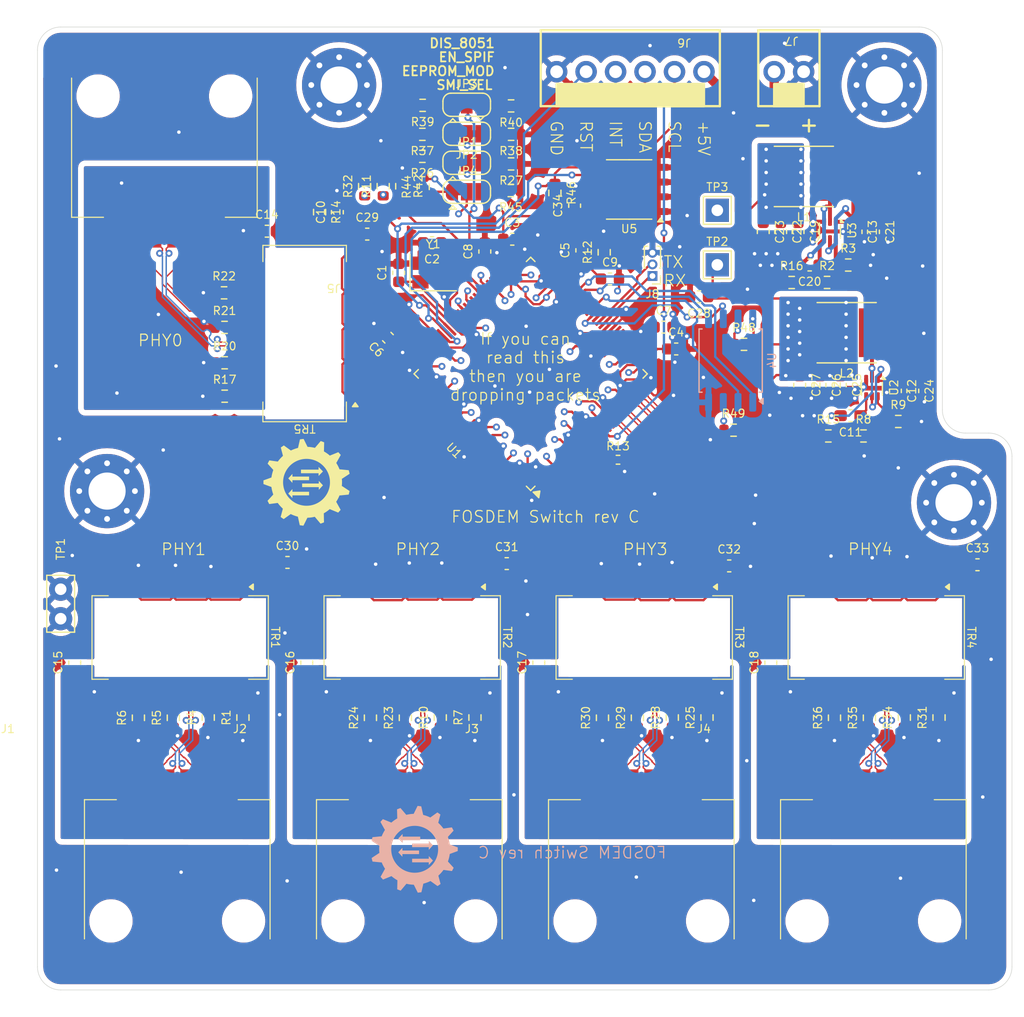
<source format=kicad_pcb>
(kicad_pcb (version 20240108) (generator "pcbnew") (generator_version "8.0")
  (layers (0 "F.Cu" signal) (1 "In1.Cu" signal) (2 "In2.Cu" signal) (31 "B.Cu" signal) (34 "B.Paste" user) (35 "F.Paste" user) (36 "B.SilkS" user "B.Silkscreen") (37 "F.SilkS" user "F.Silkscreen") (38 "B.Mask" user) (39 "F.Mask" user) (44 "Edge.Cuts" user))
  (net 0 "")
  (net 1 "GND")
  (net 2 "HV_SWR")
  (net 4 "Net-(U2-VBST)")
  (net 5 "Net-(U1-XTALO)")
  (net 6 "Net-(U3-VBST)")
  (net 18 "Net-(U1-XTALI)")
  (net 21 "/P1L")
  (net 22 "/P1G")
  (net 23 "/P2L")
  (net 24 "/P2G")
  (net 25 "/P3L")
  (net 26 "/P3G")
  (net 27 "/P4L")
  (net 28 "/P4G")
  (net 29 "/P5G")
  (net 30 "/P5L")
  (net 31 "+3.3V")
  (net 32 "+1V1")
  (net 33 "Net-(U1-EN_SWR)")
  (net 34 "Net-(U1-MDIREF)")
  (net 36 "+5V")
  (net 37 "/SCL")
  (net 38 "/RESET")
  (net 39 "/SDA")
  (net 40 "/INT")
  (net 41 "Net-(U3-SW)")
  (net 42 "/UART_RX")
  (net 43 "/UART_TX")
  (net 44 "Net-(R17-Pad2)")
  (net 45 "Net-(R20-Pad2)")
  (net 46 "Net-(R21-Pad2)")
  (net 47 "Net-(R22-Pad2)")
  (net 48 "Net-(R1-Pad2)")
  (net 49 "Net-(R4-Pad2)")
  (net 50 "Net-(R5-Pad2)")
  (net 51 "Net-(R6-Pad2)")
  (net 52 "Net-(R7-Pad2)")
  (net 53 "Net-(R10-Pad2)")
  (net 54 "Net-(R23-Pad2)")
  (net 55 "Net-(R24-Pad2)")
  (net 56 "Net-(R25-Pad2)")
  (net 57 "Net-(R28-Pad2)")
  (net 58 "Net-(R29-Pad2)")
  (net 59 "Net-(R30-Pad2)")
  (net 60 "Net-(R31-Pad2)")
  (net 61 "Net-(R34-Pad2)")
  (net 62 "Net-(R35-Pad2)")
  (net 63 "Net-(R36-Pad2)")
  (net 64 "/Port back/A+")
  (net 65 "/Port back/A-")
  (net 66 "/Port back/D-")
  (net 67 "/Port back/C+")
  (net 68 "/Port back/B+")
  (net 69 "/Port back/B-")
  (net 70 "/Port back/D+")
  (net 71 "/Port back/C-")
  (net 72 "/Port 1/C-")
  (net 73 "/Port 1/D-")
  (net 74 "/Port 1/D+")
  (net 75 "/Port 1/B-")
  (net 76 "/Port 1/A+")
  (net 77 "/Port 1/A-")
  (net 78 "/Port 1/C+")
  (net 79 "/Port 1/B+")
  (net 80 "/Port 2/D-")
  (net 81 "/Port 2/B-")
  (net 82 "/Port 2/B+")
  (net 83 "/Port 2/D+")
  (net 84 "/Port 2/C-")
  (net 85 "/Port 2/A-")
  (net 86 "/Port 2/A+")
  (net 87 "/Port 2/C+")
  (net 88 "/Port 3/B-")
  (net 89 "/Port 3/D+")
  (net 90 "/Port 3/A+")
  (net 91 "/Port 3/D-")
  (net 92 "/Port 3/B+")
  (net 93 "/Port 3/A-")
  (net 94 "/Port 3/C+")
  (net 95 "/Port 3/C-")
  (net 96 "/Port 4/A+")
  (net 97 "/Port 4/C-")
  (net 98 "/Port 4/A-")
  (net 99 "/Port 4/D+")
  (net 100 "/Port 4/B-")
  (net 101 "/Port 4/C+")
  (net 102 "/Port 4/B+")
  (net 103 "/Port 4/D-")
  (net 104 "/Port back/MG")
  (net 105 "/Port 1/MG")
  (net 106 "/Port 2/MG")
  (net 107 "/Port 3/MG")
  (net 108 "/Port 4/MG")
  (net 109 "/Port 1/MA+")
  (net 110 "/Port 1/MB-")
  (net 111 "/Port 1/MA-")
  (net 112 "/Port 1/MB+")
  (net 113 "/Port 1/MC-")
  (net 114 "/Port 1/MC+")
  (net 115 "/Port 2/MA+")
  (net 116 "/Port 2/MA-")
  (net 117 "/Port 2/MB-")
  (net 118 "/Port 2/MB+")
  (net 119 "/Port 2/MC-")
  (net 120 "/Port 2/MC+")
  (net 121 "/Port 3/MB-")
  (net 122 "/Port 3/MC-")
  (net 123 "/Port 3/MA+")
  (net 124 "/Port 3/MA-")
  (net 125 "/Port 3/MB+")
  (net 126 "/Port 3/MC+")
  (net 127 "/Port 4/MB+")
  (net 128 "/Port 4/MC-")
  (net 129 "/Port 4/MC+")
  (net 130 "/Port 4/MA+")
  (net 131 "/Port 4/MA-")
  (net 132 "/Port 4/MB-")
  (net 133 "/Port back/MB+")
  (net 134 "/Port back/MA-")
  (net 135 "/Port back/MC-")
  (net 136 "/Port back/MA+")
  (net 137 "/Port back/MB-")
  (net 138 "/Port back/MC+")
  (net 139 "/Port 1/MD-")
  (net 140 "/Port 1/MD+")
  (net 141 "/Port 2/MD+")
  (net 142 "/Port 2/MD-")
  (net 143 "/Port 3/MD+")
  (net 144 "/Port 3/MD-")
  (net 145 "/Port 4/MD-")
  (net 146 "/Port 4/MD+")
  (net 147 "/Port back/MD-")
  (net 148 "/Port back/MD+")
  (net 149 "Net-(U3-VFB)")
  (net 150 "Net-(U2-SW)")
  (net 151 "Net-(U2-VFB)")
  (net 152 "Net-(R16-Pad2)")
  (net 153 "Net-(R15-Pad2)")
  (net 154 "Net-(JP1-A)")
  (net 155 "Net-(JP1-B)")
  (net 156 "Net-(JP4-A)")
  (net 157 "Net-(JP4-B)")
  (net 158 "Net-(JP3-A)")
  (net 159 "Net-(JP3-B)")
  (net 160 "/CONF2")
  (net 161 "/CONF1")
  (net 162 "Net-(U4-IO3)")
  (net 163 "Net-(U4-IO2)")
  (net 164 "/SPI_CS")
  (net 165 "/SPI_DO")
  (net 166 "/SPI_CLK")
  (net 167 "/SPI_DI")
  (net 168 "Net-(C29-Pad1)")
  (net 169 "Net-(C30-Pad1)")
  (net 170 "Net-(C31-Pad1)")
  (net 171 "Net-(C32-Pad1)")
  (net 172 "Net-(C33-Pad1)")
  (net 173 "Net-(JP2-B)")
  (net 174 "Net-(JP2-A)")
  (net 184 "HV_SWR_1")
  (footprint "Capacitor_SMD:C_0603_1608Metric_Pad1.08x0.95mm_HandSolder" (layer "F.Cu") (at 159.56 79.515 180)
    (property "Reference" "C20")
    (property "Value" "100nF")
  )
  (footprint "Resistor_SMD:R_0603_1608Metric" (layer "F.Cu") (at 133.825 68.25 180)
    (property "Reference" "R38")
    (property "Value" "4.7k")
  )
  (footprint "Resistor_SMD:R_0603_1608Metric" (layer "F.Cu") (at 121.2 72.725 90)
    (property "Reference" "R32")
    (property "Value" "4.7k")
  )
  (footprint "Package_TO_SOT_SMD:SOT-563" (layer "F.Cu") (at 161.31 76.54 -90)
    (property "Reference" "U3")
    (property "Value" "TPS562231")
  )
  (footprint "Capacitor_SMD:C_0603_1608Metric_Pad1.08x0.95mm_HandSolder" (layer "F.Cu") (at 162.2 89.8625 -90)
    (property "Reference" "C25")
    (property "Value" "22uF")
  )
  (footprint "Capacitor_SMD:C_0603_1608Metric" (layer "F.Cu") (at 174.025 105.35)
    (property "Reference" "C33")
    (property "Value" "100nF")
  )
  (footprint "Resistor_SMD:R_0603_1608Metric" (layer "F.Cu") (at 109.085 81.91)
    (property "Reference" "R22")
    (property "Value" "75")
  )
  (footprint "Package_SO:SOIC-8_3.9x4.9mm_P1.27mm" (layer "F.Cu") (at 144 73 180)
    (property "Reference" "U5")
    (property "Value" "24LC64")
  )
  (footprint "TestPoint:TestPoint_Bridge_Pitch2.54mm_Drill1.0mm" (layer "F.Cu") (at 95 107.46 -90)
    (property "Reference" "TP1")
    (property "Value" "Ground point")
  )
  (footprint "Capacitor_SMD:C_0603_1608Metric" (layer "F.Cu") (at 116.21 113.78 90)
    (property "Reference" "C16")
    (property "Value" "1nF")
  )
  (footprint "Resistor_SMD:R_0603_1608Metric" (layer "F.Cu") (at 164.71 118.54 90)
    (property "Reference" "R35")
    (property "Value" "75" (hide yes))
  )
  (footprint "Resistor_SMD:R_0603_1608Metric" (layer "F.Cu") (at 133.825 70.8 180)
    (property "Reference" "R27")
    (property "Value" "4.7k")
  )
  (footprint "Jumper:SolderJumper-3_P1.3mm_Bridged12_RoundedPad1.0x1.5mm" (layer "F.Cu") (at 130 73.2)
    (property "Reference" "JP4")
    (property "Value" "SMI_SEL")
  )
  (footprint "TestPoint:TestPoint_THTPad_2.0x2.0mm_Drill1.0mm" (layer "F.Cu") (at 151.6 74.8)
    (property "Reference" "TP3")
    (property "Value" "1.1V")
  )
  (footprint "Resistor_SMD:R_0603_1608Metric" (layer "F.Cu") (at 107.72 118.52 90)
    (property "Reference" "R4")
    (property "Value" "75" (hide yes))
  )
  (footprint "Connector_PinHeader_1.00mm:PinHeader_1x03_P1.00mm_Vertical" (layer "F.Cu") (at 146.01 80.46 180)
    (property "Reference" "J8")
    (property "Value" "UART")
  )
  (footprint "Resistor_SMD:R_0603_1608Metric" (layer "F.Cu") (at 117.32 74.955 -90)
    (property "Reference" "R14")
    (property "Value" "4.7k")
  )
  (footprint "Resistor_SMD:R_0603_1608Metric" (layer "F.Cu") (at 126.2 65.75 180)
    (property "Reference" "R39")
    (property "Value" "4.7k")
  )
  (footprint "Capacitor_SMD:C_0603_1608Metric" (layer "F.Cu") (at 123.208008 85.778008 135)
    (property "Reference" "C6")
    (property "Value" "100nF")
  )
  (footprint "Capacitor_SMD:C_0603_1608Metric_Pad1.08x0.95mm_HandSolder" (layer "F.Cu") (at 163.56 76.6525 -90)
    (property "Reference" "C13")
    (property "Value" "10uF")
  )
  (footprint "Capacitor_SMD:C_0603_1608Metric_Pad1.08x0.95mm_HandSolder" (layer "F.Cu") (at 157.06 76.6525 -90)
    (property "Reference" "C22")
    (property "Value" "22uF")
  )
  (footprint "Resistor_SMD:R_0603_1608Metric" (layer "F.Cu") (at 164.2 94.25)
    (property "Reference" "R8")
    (property "Value" "39k")
  )
  (footprint "Library:Heling MJ88-B211-JRS3" (layer "F.Cu") (at 160.61 124.58)
    (property "Reference" "J4")
    (property "Value" "8P8C_LED")
  )
  (footprint "Capacitor_SMD:C_0603_1608Metric" (layer "F.Cu") (at 133.925 77.29)
    (property "Reference" "C3")
    (property "Value" "100nF")
  )
  (footprint "Resistor_SMD:R_0603_1608Metric" (layer "F.Cu") (at 153 93.75)
    (property "Reference" "R49")
    (property "Value" "1k")
  )
  (footprint "Resistor_SMD:R_0603_1608Metric" (layer "F.Cu") (at 137.6 73.3 -90)
    (property "Reference" "R46")
    (property "Value" "4.7k")
  )
  (footprint "Resistor_SMD:R_0603_1608Metric" (layer "F.Cu") (at 147.72 118.52 90)
    (property "Reference" "R28")
    (property "Value" "75" (hide yes))
  )
  (footprint "Capacitor_SMD:C_0603_1608Metric" (layer "F.Cu") (at 124.135 80.185 90)
    (property "Reference" "C1")
    (property "Value" "27pF")
  )
  (footprint "Resistor_SMD:R_0603_1608Metric" (layer "F.Cu") (at 130.71 118.52 90)
    (property "Reference" "R7")
    (property "Value" "75")
  )
  (footprint "Resistor_SMD:R_0603_1608Metric" (layer "F.Cu") (at 150.71 118.52 90)
    (property "Reference" "R25")
    (property "Value" "75")
  )
  (footprint "Capacitor_SMD:C_0603_1608Metric" (layer "F.Cu") (at 121.425 76.85)
    (property "Reference" "C29")
    (property "Value" "100nF")
  )
  (footprint "Resistor_SMD:R_0603_1608Metric" (layer "F.Cu") (at 109.125 84.89)
    (property "Reference" "R21")
    (property "Value" "75")
  )
  (footprint "Capacitor_SMD:C_0603_1608Metric_Pad1.08x0.95mm_HandSolder" (layer "F.Cu") (at 158.56 76.6525 -90)
    (property "Reference" "C19")
    (property "Value" "22uF")
  )
  (footprint "Capacitor_SMD:C_0603_1608Metric_Pad1.08x0.95mm_HandSolder" (layer "F.Cu") (at 163.0875 92.5 180)
    (property "Reference" "C11")
    (property "Value" "100nF")
  )
  (footprint "Capacitor_SMD:C_0603_1608Metric" (layer "F.Cu") (at 150.025 82.25 180)
    (property "Reference" "C28")
    (property "Value" "100nF")
  )
  (footprint "Library:G2406S" (layer "F.Cu") (at 150.7 107.22 -90)
    (property "Reference" "TR3")
    (property "Value" "G2406S")
  )
  (footprint "Capacitor_SMD:C_0603_1608Metric_Pad1.08x0.95mm_HandSolder" (layer "F.Cu") (at 168.45 90.3625 -90)
    (property "Reference" "C24")
    (property "Value" "10uF")
  )
  (footprint "Inductor_SMD:L_Taiyo-Yuden_MD-5050" (layer "F.Cu") (at 159.06 71.88 180)
    (property "Reference" "L1")
    (property "Value" "1.5uH")
  )
  (footprint "Capacitor_SMD:C_0603_1608Metric" (layer "F.Cu") (at 142.35 80.71)
    (property "Reference" "C9")
    (property "Value" "100nF")
  )
  (footprint "Resistor_SMD:R_0603_1608Metric" (layer "F.Cu") (at 109.135 90.82)
    (property "Reference" "R17")
    (property "Value" "75")
  )
  (footprint "Resistor_SMD:R_0603_1608Metric" (layer "F.Cu") (at 141.85 78.415 90)
    (property "Reference" "R12")
    (property "Value" "1k")
  )
  (footprint "Capacitor_SMD:C_0603_1608Metric" (layer "F.Cu") (at 146.965 84.87)
    (property "Reference" "C7")
    (property "Value" "100nF")
  )
  (footprint "Library:G2406S" (layer "F.Cu") (at 130.7 107.22 -90)
    (property "Reference" "TR2")
    (property "Value" "G2406S")
  )
  (footprint "Resistor_SMD:R_0603_1608Metric" (layer "F.Cu") (at 126.175 68.25 180)
    (property "Reference" "R37")
    (property "Value" "4.7k")
  )
  (footprint "Library:G2406S" (layer "F.Cu") (at 170.7 107.22 -90)
    (property "Reference" "TR4")
    (property "Value" "G2406S")
  )
  (footprint "Resistor_SMD:R_0603_1608Metric" (layer "F.Cu") (at 161.06 81.015)
    (property "Reference" "R2")
    (property "Value" "4.99k")
  )
  (footprint "Resistor_SMD:R_0603_1608Metric" (layer "F.Cu") (at 121.7 118.54 90)
    (property "Reference" "R24")
    (property "Value" "75" (hide yes))
  )
  (footprint "Resistor_SMD:R_0603_1608Metric" (layer "F.Cu") (at 167.2 93)
    (property "Reference" "R9")
    (property "Value" "10k")
  )
  (footprint "Resistor_SMD:R_0603_1608Metric" (layer "F.Cu") (at 124.71 118.54 90)
    (property "Reference" "R23")
    (property "Value" "75" (hide yes))
  )
  (footprint "Library:Heling MJ88-B211-JRS3" (layer "F.Cu") (at 140.61 124.58)
    (property "Reference" "J3")
    (property "Value" "8P8C_LED")
  )
  (footprint "Jumper:SolderJumper-3_P1.3mm_Bridged12_RoundedPad1.0x1.5mm" (layer "F.Cu") (at 130 65.7)
    (property "Reference" "JP3")
    (property "Value" "DIS_8051")
  )
  (footprint "Library:Heling MJ88-B211-JRS3" (layer "F.Cu") (at 100.61 124.58)
    (property "Reference" "J1")
    (property "Value" "8P8C_LED")
  )
  (footprint "TestPoint:TestPoint_THTPad_2.0x2.0mm_Drill1.0mm" (layer "F.Cu") (at 151.6 79.5)
    (property "Reference" "TP2")
    (property "Value" "3.3V")
  )
  (footprint "Resistor_SMD:R_0603_1608Metric" (layer "F.Cu") (at 161.7 118.54 90)
    (property "Reference" "R36")
    (property "Value" "75" (hide yes))
  )
  (footprint "Capacitor_SMD:C_0603_1608Metric" (layer "F.Cu") (at 96.21 113.78 90)
    (property "Reference" "C15")
    (property "Value" "1nF")
  )
  (footprint "Resistor_SMD:R_0603_1608Metric" (layer "F.Cu") (at 158.01 81.02)
    (property "Reference" "R16")
    (property "Value" "3.3k")
  )
  (footprint "Library:mta100_01x6_P2.54_647050-6" (layer "F.Cu") (at 137.75 62.85 90)
    (property "Reference" "J6")
    (property "Value" "I/O")
  )
  (footprint "Resistor_SMD:R_0603_1608Metric" (layer "F.Cu") (at 101.7 118.54 90)
    (property "Reference" "R6")
    (property "Value" "75" (hide yes))
  )
  (footprint "Resistor_SMD:R_0402_1005Metric" (layer "F.Cu") (at 143.04 96.3)
    (property "Reference" "R13")
    (property "Value" "2.49k")
  )
  (footprint "Capacitor_SMD:C_0603_1608Metric" (layer "F.Cu") (at 131.56 78.35 90)
    (property "Reference" "C8")
    (property "Value" "100nF")
  )
  (footprint "Capacitor_SMD:C_0603_1608Metric" (layer "F.Cu") (at 148.055 86.75)
    (property "Reference" "C4")
    (property "Value" "100nF")
  )
  (footprint "Resistor_SMD:R_0603_1608Metric" (layer "F.Cu") (at 162.885 79.515)
    (property "Reference" "R3")
    (property "Value" "10k")
  )
  (footprint "Jumper:SolderJumper-3_P1.3mm_Bridged12_RoundedPad1.0x1.5mm" (layer "F.Cu") (at 130 70.7)
    (property "Reference" "JP1")
    (property "Value" "EEPROM_MOD")
  )
  (footprint "Inductor_SMD:L_Taiyo-Yuden_MD-5050" (layer "F.Cu") (at 162.75 85.35 180)
    (property "Reference" "L2")
    (property "Value" "1.5uH")
  )
  (footprint "Resistor_SMD:R_0603_1608Metric" (layer "F.Cu") (at 124.4 72.725 -90)
    (property "Reference" "R42")
    (property "Value" "4.7k")
  )
  (footprint "Capacitor_SMD:C_0603_1608Metric" (layer "F.Cu") (at 152.625 105.45)
    (property "Reference" "C32")
    (property "Value" "100nF")
  )
  (footprint "Capacitor_SMD:C_0603_1608Metric" (layer "F.Cu") (at 133.45 105.25)
    (property "Reference" "C31")
    (property "Value" "100nF")
  )
  (footprint "Resistor_SMD:R_0603_1608Metric" (layer "F.Cu") (at 144.71 118.54 90)
    (property "Reference" "R29")
    (property "Value" "75" (hide yes))
  )
  (footprint "MountingHole:MountingHole_3.2mm_M3_Pad_Via" (layer "F.Cu") (at 172 100)
    (property "Reference" "H3" (hide yes))
    (property "Value" "MountingHole_Pad" (hide yes))
  )
  (footprint "Resistor_SMD:R_0603_1608Metric" (layer "F.Cu") (at 133.8 73.1 180)
    (property "Reference" "R45")
    (property "Value" "4.7k")
  )
  (footprint "MountingHole:MountingHole_3.2mm_M3_Pad_Via" (layer "F.Cu") (at 119 64)
    (property "Reference" "H4" (hide yes))
    (property "Value" "MountingHole_Pad" (hide yes))
  )
  (footprint "MountingHole:MountingHole_3.2mm_M3_Pad_Via" (layer "F.Cu") (at 166 64)
    (property "Reference" "H1" (hide yes))
    (property "Value" "MountingHole_Pad")
  )
  (footprint "Capacitor_SMD:C_0603_1608Metric_Pad1.08x0.95mm_HandSolder" (layer "F.Cu") (at 155.56 76.6525 -90)
    (property "Reference" "C23")
    (property "Value" "22uF")
  )
  (footprint "MountingHole:MountingHole_3.2mm_M3_Pad_Via" (layer "F.Cu") (at 99 99)
    (property "Reference" "H2" (hide yes))
    (property "Value" "MountingHole_Pad" (hide yes))
  )
  (footprint "Capacitor_SMD:C_0603_1608Metric" (layer "F.Cu") (at 112.775 76.6)
    (property "Reference" "C14")
    (property "Value" "1nF")
  )
  (footprint "Resistor_SMD:R_0603_1608Metric" (layer "F.Cu") (at 133.825 65.8 180)
    (property "Reference" "R40")
    (property "Value" "4.7k")
  )
  (footprint "Resistor_SMD:R_0603_1608Metric" (layer "F.Cu") (at 104.71 118.54 90)
    (property "Reference" "R5")
    (property "Value" "75" (hide yes))
  )
  (footprint "Capacitor_SMD:C_0603_1608Metric" (layer "F.Cu") (at 136.21 113.78 90)
    (property "Reference" "C17")
    (property "Value" "1nF")
  )
  (footprint "Resistor_SMD:R_0603_1608Metric" (layer "F.Cu") (at 110.71 118.52 90)
    (property "Reference" "R1")
    (property "Value" "75")
  )
  (footprint "Library:Heling MJ88-B211-JRS3" (layer "F.Cu") (at 120.61 124.58)
    (property "Reference" "J2")
    (property "Value" "8P8C_LED")
  )
  (footprint "Capacitor_SMD:C_0603_1608Metric_Pad1.08x0.95mm_HandSolder" (layer "F.Cu") (at 166.95 90.3625 -90)
    (property "Reference" "C12")
    (property "Value" "10uF")
  )
  (footprint "Package_TO_SOT_SMD:SOT-563" (layer "F.Cu") (at 164.93 90.08 -90)
    (property "Reference" "U2")
    (property "Value" "TPS562231")
  )
  (footprint "Capacitor_SMD:C_0603_1608Metric" (layer "F.Cu") (at 139.92 78.25 90)
    (property "Reference" "C5")
    (property "Value" "100nF")
  )
  (footprint "Library:mta100_01x2_P2.54_647050-2" (layer "F.Cu") (at 156.5 62.85 90)
    (property "Reference" "J7")
    (property "Value" "Power")
  )
  (footprint "Resistor_SMD:R_0603_1608Metric" (layer "F.Cu") (at 126.25 72.775 90)
    (property "Reference" "R44")
    (property "Value" "4.7k")
  )
  (footprint "Resistor_SMD:R_0603_1608Metric" (layer "F.Cu") (at 141.7 118.54 90)
    (property "Reference" "R30")
    (property "Value" "75" (hide yes))
  )
  (footprint "Resistor_SMD:R_0603_1608Metric" (layer "F.Cu") (at 170.71 118.52 90)
    (property "Reference" "R31")
    (property "Value" "75")
  )
  (footprint "Resistor_SMD:R_0603_1608Metric" (layer "F.Cu") (at 127.72 118.52 90)
    (property "Reference" "R10")
    (property "Value" "75" (hide yes))
  )
  (footprint "Package_QFP:LQFP-128_14x14mm_P0.4mm" (layer "F.Cu") (at 135.512571 88.896159 135)
    (property "Reference" "U1")
    (property "Value" "RTL8367S")
  )
  (footprint "Resistor_SMD:R_0603_1608Metric" (layer "F.Cu") (at 161.17 94.25)
    (property "Reference" "R15")
    (property "Value" "6.2k")
  )
  (footprint "Library:Heling MJ88-B211-JRS3" (layer "F.Cu") (at 108.38 76.42 180)
    (property "Reference" "J5")
    (property "Value" "8P8C_LED")
  )
  (footprint "Capacitor_SMD:C_0603_1608Metric" (layer "F.Cu") (at 127.01 77.585 180)
    (property "Reference" "C2")
    (property "Value" "27pF")
  )
  (footprint "Resistor_SMD:R_0603_1608Metric" (layer "F.Cu") (at 122.8 72.725 90)
    (property "Reference" "R11")
    (property "Value" "4.7k")
  )
  (footprint "Jumper:SolderJumper-3_P1.3mm_Bridged12_RoundedPad1.0x1.5mm" (layer "F.Cu") (at 130 68.2 180)
    (property "Reference" "JP2")
    (property "Value" "EN_SPIF")
  )
  (footprint "Capacitor_SMD:C_0603_1608Metric" (layer "F.Cu") (at 156.21 113.78 90)
    (property "Reference" "C18")
    (property "Value" "1nF")
  )
  (footprint "Capacitor_SMD:C_0603_1608Metric_Pad1.08x0.95mm_HandSolder" (layer "F.Cu") (at 160.45 89.8625 -90)
    (property "Reference" "C26")
    (property "Value" "22uF")
  )
  (footprint "Capacitor_SMD:C_0603_1608Metric" (layer "F.Cu") (at 139.3 74.4 90)
    (property "Reference" "C34")
    (property "Value" "100nF")
  )
  (footprint "Resistor_SMD:R_0603_1608Metric" (layer "F.Cu") (at 126.175 70.15 180)
    (property "Reference" "R26")
    (property "Value" "4.7k")
  )
  (footprint "Resistor_SMD:R_0603_1608Metric" (layer "F.Cu") (at 153.9 86.35)
    (property "Reference" "R48")
    (property "Value" "4.7k")
  )
  (footprint "Crystal:Crystal_SMD_SeikoEpson_TSX3225-4Pin_3.2x2.5mm" (layer "F.Cu") (at 127.11 80.16)
    (property "Reference" "Y1")
    (property "Value" "TSX-3225")
  )
  (footprint "Library:G2406S" (layer "F.Cu") (at 120.43 90.82 180)
    (property "Reference" "TR5")
    (property "Value" "G2406S")
  )
  (footprint "Capacitor_SMD:C_0603_1608Metric_Pad1.08x0.95mm_HandSolder" (layer "F.Cu") (at 158.7 89.8625 -90)
    (property "Reference" "C27")
    (property "Value" "22uF")
  )
  (footprint "Resistor_SMD:R_0603_1608Metric" (layer "F.Cu") (at 167.72 118.52 90)
    (property "Reference" "R34")
    (property "Value" "75" (hide yes))
  )
  (footprint "Library:G2406S" (layer "F.Cu") (at 110.7 107.22 -90)
    (property "Reference" "TR1")
    (property "Value" "G2406S")
  )
  (footprint "Resistor_SMD:R_0603_1608Metric" (layer "F.Cu") (at 109.135 87.94)
    (property "Reference" "R20")
    (property "Value" "75")
  )
  (footprint "Capacitor_SMD:C_0603_1608Metric_Pad1.08x0.95mm_HandSolder" (layer "F.Cu") (at 165.06 76.6525 -90)
    (property "Reference" "C21")
    (property "Value" "10uF")
  )
  (footprint "Capacitor_SMD:C_0603_1608Metric" (layer "F.Cu") (at 114.55 105.15)
    (property "Reference" "C30")
    (property "Value" "100nF")
  )
  (footprint "Capacitor_SMD:C_0603_1608Metric" (layer "F.Cu") (at 118.85 74.96 90)
    (property "Reference" "C10")
    (property "Value" "100nF")
  )
  (footprint "Package_SO:SOIC-8_5.23x5.23mm_P1.27mm" (layer "B.Cu") (at 152.75 87.75 90)
    (property "Reference" "U4")
    (property "Value" "W25Q32JVSS")
  )
  (gr_poly (pts (xy 126.730234 129.382281) (xy 125.293421 129.382281) (xy 125.293421 129.692706) (xy 126.730234 129.692736) (xy 126.730234 129.925555) (xy 127.089426 129.537493) (xy 126.730234 129.149462)) (stroke (width -0.000001)) (fill solid) (layer "B.SilkS"))
  (gr_poly (pts (xy 124.096064 128.93883) (xy 124.475214 129.326861) (xy 124.475214 129.094042) (xy 125.991861 129.094042) (xy 125.991861 128.783618) (xy 124.475214 128.783618) (xy 124.475214 128.550799)) (stroke (width -0.000001)) (fill solid) (layer "B.SilkS"))
  (gr_poly (pts (xy 125.426172 126.819811) (xy 125.345337 126.82334) (xy 125.264666 126.829) (xy 125.184201 126.836786) (xy 125.103985 126.846694) (xy 125.024058 126.858717) (xy 124.944463 126.87285) (xy 124.86524 126.889089) (xy 124.786432 126.907427) (xy 124.784433 126.899798) (xy 124.289072 126.316973) (xy 123.992716 126.430132) (xy 124.01185 127.194842) (xy 124.019861 127.20949) (xy 123.95021 127.249729) (xy 123.881674 127.291764) (xy 123.814288 127.335571) (xy 123.748087 127.381125) (xy 123.683105 127.428403) (xy 123.619375 127.477381) (xy 123.556933 127.528034) (xy 123.495813 127.58034) (xy 123.480921 127.563067) (xy 122.771463 127.277209) (xy 122.56167 127.515154) (xy 122.933985 128.183306) (xy 122.956797 128.198534) (xy 122.913767 128.266191) (xy 122.872547 128.334921) (xy 122.833156 128.404685) (xy 122.795612 128.475447) (xy 122.759935 128.547169) (xy 122.726142 128.619813) (xy 122.694253 128.693342) (xy 122.664286 128.767718) (xy 122.634882 128.756152) (xy 121.873926 128.832781) (xy 121.7987 129.140917) (xy 122.438868 129.559527) (xy 122.469645 129.562884) (xy 122.465866 129.601827) (xy 122.462586 129.640811) (xy 122.459805 129.679831) (xy 122.457523 129.718882) (xy 122.45574 129.757959) (xy 122.454455 129.797056) (xy 122.453668 129.836169) (xy 122.453379 129.875292) (xy 122.454103 129.916255) (xy 122.455373 129.957201) (xy 122.457188 129.998125) (xy 122.459549 130.039019) (xy 122.462456 130.079879) (xy 122.465908 130.1207) (xy 122.469906 130.161474) (xy 122.474451 130.202197) (xy 122.440348 130.206012) (xy 121.802103 130.62752) (xy 121.878672 130.93529) (xy 122.640055 131.008532) (xy 122.667475 130.997576) (xy 122.698029 131.071748) (xy 122.730503 131.145054) (xy 122.764875 131.217458) (xy 122.801127 131.288924) (xy 122.839238 131.359416) (xy 122.879189 131.428897) (xy 122.920961 131.497332) (xy 122.964533 131.564685) (xy 122.94163 131.580004) (xy 122.572291 132.249804) (xy 122.783213 132.486804) (xy 123.491358 132.197711) (xy 123.505564 132.18114) (xy 123.566883 132.233272) (xy 123.62952 132.283749) (xy 123.693442 132.332546) (xy 123.758614 132.379637) (xy 123.825 132.425) (xy 123.892568 132.468608) (xy 123.961282 132.510438) (xy 124.031107 132.550463) (xy 124.024012 132.563617) (xy 124.008326 133.328326) (xy 124.305216 133.440142) (xy 124.797937 132.855151) (xy 124.799936 132.846209) (xy 124.878767 132.864087) (xy 124.958001 132.879862) (xy 125.037595 132.893529) (xy 125.117508 132.905085) (xy 125.197698 132.914528) (xy 125.278123 132.921852) (xy 125.35874 132.927055) (xy 125.439509 132.930133) (xy 125.439509 132.931506) (xy 125.781031 133.615954) (xy 126.095804 133.577014) (xy 126.260355 132.837817) (xy 126.339639 132.816825) (xy 126.418289 132.793731) (xy 126.496262 132.768547) (xy 126.573519 132.74129) (xy 126.650017 132.711972) (xy 126.725716 132.680609) (xy 126.800575 132.647215) (xy 126.874552 132.611804) (xy 127.484369 133.046832) (xy 127.745035 132.865985) (xy 127.553751 132.147052) (xy 127.614875 132.090767) (xy 127.674414 132.032874) (xy 127.732338 131.973408) (xy 127.788616 131.912402) (xy 127.843219 131.849891) (xy 127.896115 131.78591) (xy 127.947275 131.720493) (xy 127.996668 131.653674) (xy 128.728159 131.7513) (xy 128.874872 131.470019) (xy 128.379252 130.927447) (xy 128.407037 130.848479) (xy 128.43264 130.768824) (xy 128.456047 130.688529) (xy 128.477247 130.607638) (xy 128.496229 130.526198) (xy 128.51298 130.444255) (xy 128.527489 130.361853) (xy 128.539744 130.27904) (xy 129.227381 130.026171) (xy 129.227193 129.848869) (xy 127.534452 129.848869) (xy 127.533186 129.949198) (xy 127.526849 130.050086) (xy 127.515348 130.15138) (xy 127.498589 130.252926) (xy 127.476481 130.354571) (xy 127.449267 130.454966) (xy 127.417351 130.552809) (xy 127.380886 130.648005) (xy 127.340024 130.740461) (xy 127.294921 130.830085) (xy 127.245728 130.916783) (xy 127.1926 131.000462) (xy 127.13569 131.081028) (xy 127.075151 131.158389) (xy 127.011137 131.232451) (xy 126.943801 131.303121) (xy 126.873297 131.370305) (xy 126.799778 131.433911) (xy 126.723398 131.493845) (xy 126.64431 131.550014) (xy 126.562668 131.602324) (xy 126.478625 131.650683) (xy 126.392334 131.694998) (xy 126.303949 131.735174) (xy 126.213623 131.771119) (xy 126.12151 131.80274) (xy 126.027764 131.829943) (xy 125.932537 131.852635) (xy 125.835984 131.870723) (xy 125.738257 131.884114) (xy 125.63951 131.892713) (xy 125.539897 131.896429) (xy 125.43957 131.895168) (xy 125.338685 131.888837) (xy 125.237393 131.877342) (xy 125.135848 131.86059) (xy 125.034205 131.838488) (xy 124.933804 131.811275) (xy 124.835956 131.779358) (xy 124.740755 131.742892) (xy 124.648294 131.702029) (xy 124.558666 131.656924) (xy 124.471965 131.60773) (xy 124.388283 131.5546) (xy 124.307713 131.497687) (xy 124.23035 131.437146) (xy 124.156286 131.373129) (xy 124.085614 131.30579) (xy 124.018429 131.235283) (xy 123.954822 131.161761) (xy 123.894887 131.085377) (xy 123.838718 131.006286) (xy 123.786408 130.924639) (xy 123.738049 130.840592) (xy 123.693736 130.754297) (xy 123.653561 130.665908) (xy 123.617617 130.575578) (xy 123.585999 130.483461) (xy 123.558798 130.38971) (xy 123.536109 130.294479) (xy 123.518025 130.19792) (xy 123.504638 130.100189) (xy 123.496043 130.001438) (xy 123.492331 129.90182) (xy 123.493598 129.801489) (xy 123.499935 129.700599) (xy 123.511436 129.599302) (xy 123.528194 129.497753) (xy 123.550303 129.396105) (xy 123.573493 129.309422) (xy 123.600258 129.224508) (xy 123.630503 129.141436) (xy 123.664131 129.060277) (xy 123.701047 128.981104) (xy 123.741157 128.903988) (xy 123.784366 128.829) (xy 123.830577 128.756213) (xy 123.879696 128.685698) (xy 123.931628 128.617527) (xy 124.043549 128.488506) (xy 124.165577 128.369722) (xy 124.296951 128.261752) (xy 124.43691 128.165168) (xy 124.584691 128.080545) (xy 124.739533 128.008458) (xy 124.819364 127.977295) (xy 124.900675 127.949481) (xy 124.983369 127.925088) (xy 125.067353 127.904188) (xy 125.152531 127.886852) (xy 125.238808 127.873153) (xy 125.326088 127.863163) (xy 125.414276 127.856952) (xy 125.503277 127.854593) (xy 125.592997 127.856158) (xy 125.643473 127.858779) (xy 125.693845 127.86266) (xy 125.74409 127.867796) (xy 125.794184 127.874186) (xy 125.844103 127.881826) (xy 125.893825 127.890713) (xy 125.943324 127.900845) (xy 125.992579 127.912219) (xy 126.092979 127.939432) (xy 126.190827 127.971349) (xy 126.286028 128.007815) (xy 126.378489 128.048677) (xy 126.468117 128.093783) (xy 126.554818 128.142977) (xy 126.6385 128.196107) (xy 126.71907 128.253019) (xy 126.796433 128.313561) (xy 126.870497 128.377577) (xy 126.941169 128.444915) (xy 127.008354 128.515422) (xy 127.071961 128.588944) (xy 127.131896 128.665327) (xy 127.188065 128.744418) (xy 127.240376 128.826064) (xy 127.288734 128.91011) (xy 127.333048 128.996404) (xy 127.373223 129.084793) (xy 127.409166 129.175122) (xy 127.440784 129.267238) (xy 127.467985 129.360987) (xy 127.490674 129.456217) (xy 127.508758 129.552774) (xy 127.522145 129.650503) (xy 127.530741 129.749253) (xy 127.534452 129.848869) (xy 129.227193 129.848869) (xy 129.227045 129.708941) (xy 128.53837 129.459155) (xy 128.525998 129.376251) (xy 128.511364 129.293763) (xy 128.49448 129.211736) (xy 128.475359 129.130217) (xy 128.454012 129.049251) (xy 128.430451 128.968885) (xy 128.404688 128.889165) (xy 128.376734 128.810137) (xy 128.868067 128.266619) (xy 128.720026 127.986041) (xy 127.988459 128.087267) (xy 127.938956 128.020475) (xy 127.887686 127.955092) (xy 127.834678 127.891152) (xy 127.779965 127.828688) (xy 127.723575 127.767733) (xy 127.66554 127.708321) (xy 127.605891 127.650484) (xy 127.544657 127.594256) (xy 127.731897 126.87575) (xy 127.470438 126.696154) (xy 126.861582 127.135119) (xy 126.787595 127.099901) (xy 126.71273 127.066697) (xy 126.63703 127.035521) (xy 126.560536 127.006388) (xy 126.48329 126.979312) (xy 126.405334 126.954308) (xy 126.32671 126.931389) (xy 126.247461 126.910571) (xy 126.079584 126.172289) (xy 125.764551 126.134722)) (stroke (width -0.000001)) (fill solid) (layer "B.SilkS"))
  (gr_poly (pts (xy 126.730234 130.690509) (xy 125.293421 130.690509) (xy 125.293421 131.000933) (xy 126.730234 131.000933) (xy 126.730234 131.233752) (xy 127.089426 130.845721) (xy 126.730234 130.45769)) (stroke (width -0.000001)) (fill solid) (layer "B.SilkS"))
  (gr_poly (pts (xy 124.096094 130.136157) (xy 124.455286 130.524188) (xy 124.455286 130.2914) (xy 125.892099 130.2914) (xy 125.892099 129.980975) (xy 124.455286 129.980944) (xy 124.455286 129.748126)) (stroke (width -0.000001)) (fill solid) (layer "B.SilkS"))
  (gr_poly (pts (xy 117.60914 98.503876) (xy 117.249948 98.891907) (xy 117.249948 98.659119) (xy 115.813135 98.659119) (xy 115.813135 98.348694) (xy 117.249948 98.348663) (xy 117.249948 98.115845)) (stroke (width -0.000001)) (fill solid) (layer "F.SilkS"))
  (gr_poly (pts (xy 114.975 97.75) (xy 116.411813 97.75) (xy 116.411813 98.060425) (xy 114.975 98.060455) (xy 114.975 98.293274) (xy 114.615808 97.905212) (xy 114.975 97.517181)) (stroke (width -0.000001)) (fill solid) (layer "F.SilkS"))
  (gr_line (start 156 67.5) (end 155 67.5) (stroke (width 0.2)) (layer "F.SilkS"))
  (gr_poly (pts (xy 114.975 99.058228) (xy 116.411813 99.058228) (xy 116.411813 99.368652) (xy 114.975 99.368652) (xy 114.975 99.601471) (xy 114.615808 99.21344) (xy 114.975 98.825409)) (stroke (width -0.000001)) (fill solid) (layer "F.SilkS"))
  (gr_line (start 159 67.5) (end 160 67.5) (stroke (width 0.2)) (layer "F.SilkS"))
  (gr_poly (pts (xy 117.60917 97.306549) (xy 117.23002 97.69458) (xy 117.23002 97.461761) (xy 115.713373 97.461761) (xy 115.713373 97.151337) (xy 117.23002 97.151337) (xy 117.23002 96.918518)) (stroke (width -0.000001)) (fill solid) (layer "F.SilkS"))
  (gr_poly (pts (xy 116.279062 95.18753) (xy 116.359897 95.191059) (xy 116.440568 95.196719) (xy 116.521033 95.204505) (xy 116.601249 95.214413) (xy 116.681176 95.226436) (xy 116.760771 95.240569) (xy 116.839994 95.256808) (xy 116.918802 95.275146) (xy 116.920801 95.267517) (xy 117.416162 94.684692) (xy 117.712518 94.797851) (xy 117.693384 95.562561) (xy 117.685373 95.577209) (xy 117.755024 95.617448) (xy 117.82356 95.659483) (xy 117.890946 95.70329) (xy 117.957147 95.748844) (xy 118.022129 95.796122) (xy 118.085859 95.8451) (xy 118.148301 95.895753) (xy 118.209421 95.948059) (xy 118.224313 95.930786) (xy 118.933771 95.644928) (xy 119.143564 95.882873) (xy 118.771249 96.551025) (xy 118.748437 96.566253) (xy 118.791467 96.63391) (xy 118.832687 96.70264) (xy 118.872078 96.772404) (xy 118.909622 96.843166) (xy 118.945299 96.914888) (xy 118.979092 96.987532) (xy 119.010981 97.061061) (xy 119.040948 97.135437) (xy 119.070352 97.123871) (xy 119.831308 97.2005) (xy 119.906534 97.508636) (xy 119.266366 97.927246) (xy 119.235589 97.930603) (xy 119.239368 97.969546) (xy 119.242648 98.00853) (xy 119.245429 98.04755) (xy 119.247711 98.086601) (xy 119.249494 98.125678) (xy 119.250779 98.164775) (xy 119.251566 98.203888) (xy 119.251855 98.243011) (xy 119.251131 98.283974) (xy 119.249861 98.32492) (xy 119.248046 98.365844) (xy 119.245685 98.406738) (xy 119.242778 98.447598) (xy 119.239326 98.488419) (xy 119.235328 98.529193) (xy 119.230783 98.569916) (xy 119.264886 98.573731) (xy 119.903131 98.995239) (xy 119.826562 99.303009) (xy 119.065179 99.376251) (xy 119.037759 99.365295) (xy 119.007205 99.439467) (xy 118.974731 99.512773) (xy 118.940359 99.585177) (xy 118.904107 99.656643) (xy 118.865996 99.727135) (xy 118.826045 99.796616) (xy 118.784273 99.865051) (xy 118.740701 99.932404) (xy 118.763604 99.947723) (xy 119.132943 100.617523) (xy 118.922021 100.854523) (xy 118.213876 100.56543) (xy 118.19967 100.548859) (xy 118.138351 100.600991) (xy 118.075714 100.651468) (xy 118.011792 100.700265) (xy 117.94662 100.747356) (xy 117.880234 100.792719) (xy 117.812666 100.836327) (xy 117.743952 100.878157) (xy 117.674127 100.918182) (xy 117.681222 100.931336) (xy 117.696908 101.696045) (xy 117.400018 101.807861) (xy 116.907297 101.22287) (xy 116.905298 101.213928) (xy 116.826467 101.231806) (xy 116.747233 101.247581) (xy 116.667639 101.261248) (xy 116.587726 101.272804) (xy 116.507536 101.282247) (xy 116.427111 101.289571) (xy 116.346494 101.294774) (xy 116.265725 101.297852) (xy 116.265725 101.299225) (xy 115.924203 101.983673) (xy 115.60943 101.944733) (xy 115.444879 101.205536) (xy 115.365595 101.184544) (xy 115.286945 101.16145) (xy 115.208972 101.136266) (xy 115.131715 101.109009) (xy 115.055217 101.079691) (xy 114.979518 101.048328) (xy 114.904659 101.014934) (xy 114.830682 100.979523) (xy 114.220865 101.414551) (xy 113.960199 101.233704) (xy 114.151483 100.514771) (xy 114.090359 100.458486) (xy 114.03082 100.400593) (xy 113.972896 100.341127) (xy 113.916618 100.280121) (xy 113.862015 100.21761) (xy 113.809119 100.153629) (xy 113.757959 100.088212) (xy 113.708566 100.021393) (xy 112.977075 100.119019) (xy 112.830362 99.837738) (xy 113.325982 99.295166) (xy 113.298197 99.216198) (xy 113.272594 99.136543) (xy 113.249187 99.056248) (xy 113.227987 98.975357) (xy 113.209005 98.893917) (xy 113.192254 98.811974) (xy 113.177745 98.729572) (xy 113.16549 98.646759) (xy 112.477853 98.39389) (xy 112.478041 98.216588) (xy 114.170782 98.216588) (xy 114.172048 98.316917) (xy 114.178385 98.417805) (xy 114.189886 98.519099) (xy 114.206645 98.620645) (xy 114.228753 98.72229) (xy 114.255967 98.822685) (xy 114.287883 98.920528) (xy 114.324348 99.015724) (xy 114.36521 99.10818) (xy 114.410313 99.197804) (xy 114.459506 99.284502) (xy 114.512634 99.368181) (xy 114.569544 99.448747) (xy 114.630083 99.526108) (xy 114.694097 99.60017) (xy 114.761433 99.67084) (xy 114.831937 99.738024) (xy 114.905456 99.80163) (xy 114.981836 99.861564) (xy 115.060924 99.917733) (xy 115.142566 99.970043) (xy 115.226609 100.018402) (xy 115.3129 100.062717) (xy 115.401285 100.102893) (xy 115.491611 100.138838) (xy 115.583724 100.170459) (xy 115.67747 100.197662) (xy 115.772697 100.220354) (xy 115.86925 100.238442) (xy 115.966977 100.251833) (xy 116.065724 100.260432) (xy 116.165337 100.264148) (xy 116.265664 100.262887) (xy 116.366549 100.256556) (xy 116.467841 100.245061) (xy 116.569386 100.228309) (xy 116.671029 100.206207) (xy 116.77143 100.178994) (xy 116.869278 100.147077) (xy 116.964479 100.110611) (xy 117.05694 100.069748) (xy 117.146568 100.024643) (xy 117.233269 99.975449) (xy 117.316951 99.922319) (xy 117.397521 99.865406) (xy 117.474884 99.804865) (xy 117.548948 99.740848) (xy 117.61962 99.673509) (xy 117.686805 99.603002) (xy 117.750412 99.52948) (xy 117.810347 99.453096) (xy 117.866516 99.374005) (xy 117.918826 99.292358) (xy 117.967185 99.208311) (xy 118.011498 99.122016) (xy 118.051673 99.033627) (xy 118.087617 98.943297) (xy 118.119235 98.85118) (xy 118.146436 98.757429) (xy 118.169125 98.662198) (xy 118.187209 98.565639) (xy 118.200596 98.467908) (xy 118.209191 98.369157) (xy 118.212903 98.269539) (xy 118.211636 98.169208) (xy 118.205299 98.068318) (xy 118.193798 97.967021) (xy 118.17704 97.865472) (xy 118.154931 97.763824) (xy 118.131741 97.677141) (xy 118.104976 97.592227) (xy 118.074731 97.509155) (xy 118.041103 97.427996) (xy 118.004187 97.348823) (xy 117.964077 97.271707) (xy 117.920868 97.196719) (xy 117.874657 97.123932) (xy 117.825538 97.053417) (xy 117.773606 96.985246) (xy 117.661685 96.856225) (xy 117.539657 96.737441) (xy 117.408283 96.629471) (xy 117.268324 96.532887) (xy 117.120543 96.448264) (xy 116.965701 96.376177) (xy 116.88587 96.345014) (xy 116.804559 96.3172) (xy 116.721865 96.292807) (xy 116.637881 96.271907) (xy 116.552703 96.254571) (xy 116.466426 96.240872) (xy 116.379146 96.230882) (xy 116.290958 96.224671) (xy 116.201957 96.222312) (xy 116.112237 96.223877) (xy 116.061761 96.226498) (xy 116.011389 96.230379) (xy 115.961144 96.235515) (xy 115.91105 96.241905) (xy 115.861131 96.249545) (xy 115.811409 96.258432) (xy 115.76191 96.268564) (xy 115.712655 96.279938) (xy 115.612255 96.307151) (xy 115.514407 96.339068) (xy 115.419206 96.375534) (xy 115.326745 96.416396) (xy 115.237117 96.461502) (xy 115.150416 96.510696) (xy 115.066734 96.563826) (xy 114.986164 96.620738) (xy 114.908801 96.68128) (xy 114.834737 96.745296) (xy 114.764065 96.812634) (xy 114.69688 96.883141) (xy 114.633273 96.956663) (xy 114.573338 97.033046) (xy 114.517169 97.112137) (xy 114.464858 97.193783) (xy 114.4165 97.277829) (xy 114.372186 97.364123) (xy 114.332011 97.452512) (xy 114.296068 97.542841) (xy 114.26445 97.634957) (xy 114.237249 97.728706) (xy 114.21456 97.823936) (xy 114.196476 97.920493) (xy 114.183089 98.018222) (xy 114.174493 98.116972) (xy 114.170782 98.216588) (xy 112.478041 98.216588) (xy 112.478189 98.07666) (xy 113.166864 97.826874) (xy 113.179236 97.74397) (xy 113.19387 97.661482) (xy 113.210754 97.579455) (xy 113.229875 97.497936) (xy 113.251222 97.41697) (xy 113.274783 97.336604) (xy 113.300546 97.256884) (xy 113.3285 97.177856) (xy 112.837167 96.634338) (xy 112.985208 96.35376) (xy 113.716775 96.454986) (xy 113.766278 96.388194) (xy 113.817548 96.322811) (xy 113.870556 96.258871) (xy 113.925269 96.196407) (xy 113.981659 96.135452) (xy 114.039694 96.07604) (xy 114.099343 96.018203) (xy 114.160577 95.961975) (xy 113.973337 95.243469) (xy 114.234796 95.063873) (xy 114.843652 95.502838) (xy 114.917639 95.46762) (xy 114.992504 95.434416) (xy 115.068204 95.40324) (xy 115.144698 95.374107) (xy 115.221944 95.347031) (xy 115.2999 95.322027) (xy 115.378524 95.299108) (xy 115.457773 95.27829) (xy 115.62565 94.540008) (xy 115.940683 94.502441)) (stroke (width -0.000001)) (fill solid) (layer "F.SilkS"))
  (gr_line (start 159.5 67) (end 159.5 68) (stroke (width 0.2)) (layer "F.SilkS"))
  (gr_line (start 175 142) (end 95 142) (stroke (width 0.05)) (layer "Edge.Cuts"))
  (gr_line (start 177 140) (end 177 96) (stroke (width 0.05)) (layer "Edge.Cuts"))
  (gr_line (start 171 92) (end 171 61) (stroke (width 0.05)) (layer "Edge.Cuts"))
  (gr_line (start 93 140) (end 93 61) (stroke (width 0.05)) (layer "Edge.Cuts"))
  (gr_arc (start 95 142) (mid 93.585786 141.414214) (end 93 140) (stroke (width 0.05)) (layer "Edge.Cuts"))
  (gr_arc (start 173 94) (mid 171.585786 93.414214) (end 171 92) (stroke (width 0.05)) (layer "Edge.Cuts"))
  (gr_arc (start 177 140) (mid 176.414214 141.414214) (end 175 142) (stroke (width 0.05)) (layer "Edge.Cuts"))
  (gr_arc (start 175 94) (mid 176.414214 94.585786) (end 177 96) (stroke (width 0.05)) (layer "Edge.Cuts"))
  (gr_line (start 95 59) (end 169 59) (stroke (width 0.05)) (layer "Edge.Cuts"))
  (gr_line (start 175 94) (end 173 94) (stroke (width 0.05)) (layer "Edge.Cuts"))
  (gr_arc (start 169 59) (mid 170.414214 59.585786) (end 171 61) (stroke (width 0.05)) (layer "Edge.Cuts"))
  (gr_arc (start 93 61) (mid 93.585786 59.585786) (end 95 59) (stroke (width 0.05)) (layer "Edge.Cuts"))
  (gr_text "FOSDEM Switch rev C" (at 147.275 130.75 0) (layer "B.SilkS") (effects (font (size 1 1) (thickness 0.1)) (justify left bottom mirror)))
  (gr_text "SDA" (at 144.78 66.9925 -90) (layer "F.SilkS") (effects (font (size 1 1) (thickness 0.1)) (justify left bottom)))
  (gr_text "FOSDEM Switch rev C" (at 128.6 101.8 0) (layer "F.SilkS") (effects (font (size 1 1) (thickness 0.1)) (justify left bottom)))
  (gr_text "PHY1" (at 103.6 104.6 0) (layer "F.SilkS") (effects (font (size 1 1) (thickness 0.1)) (justify left bottom)))
  (gr_text "PHY4" (at 162.8 104.6 0) (layer "F.SilkS") (effects (font (size 1 1) (thickness 0.1)) (justify left bottom)))
  (gr_text "+5V" (at 149.86 67 -90) (layer "F.SilkS") (effects (font (size 1 1) (thickness 0.1)) (justify left bottom)))
  (gr_text "PHY2" (at 123.8 104.6 0) (layer "F.SilkS") (effects (font (size 1 1) (thickness 0.1)) (justify left bottom)))
  (gr_text "If you can\nread this\nthen you are\ndropping packets" (at 135.06 91.29 0) (layer "F.SilkS") (effects (font (size 1 1) (thickness 0.1)) (justify bottom)))
  (gr_text "RST" (at 139.7 67 -90) (layer "F.SilkS") (effects (font (size 1 1) (thickness 0.1)) (justify left bottom)))
  (gr_text "PHY0" (at 101.6 86.6 0) (layer "F.SilkS") (effects (font (size 1 1) (thickness 0.1)) (justify left bottom)))
  (gr_text "SCL" (at 147.32 67 -90) (layer "F.SilkS") (effects (font (size 1 1) (thickness 0.1)) (justify left bottom)))
  (gr_text "INT" (at 142.24 67 -90) (layer "F.SilkS") (effects (font (size 1 1) (thickness 0.1)) (justify left bottom)))
  (gr_text "GND" (at 137.15 67 -90) (layer "F.SilkS") (effects (font (size 1 1) (thickness 0.1)) (justify left bottom)))
  (gr_text "PHY3" (at 143.4 104.6 0) (layer "F.SilkS") (effects (font (size 1 1) (thickness 0.1)) (justify left bottom)))
  (gr_text "TX\nRX" (at 146.9 81.45 0) (layer "F.SilkS") (effects (font (size 1 1) (thickness 0.1)) (justify left bottom)))
  (segment (start 143.74 83.33) (end 143.624314 83.33) (width 0.2) (layer "F.Cu") (net 1))
  (segment (start 128.21 82.11) (end 128.06 82.26) (width 0.2) (layer "F.Cu") (net 1))
  (segment (start 127.735 80.96) (end 128.21 80.96) (width 0.2) (layer "F.Cu") (net 1))
  (segment (start 126.01 79.36) (end 124.185 79.36) (width 0.2) (layer "F.Cu") (net 1))
  (segment (start 138.15 78.39) (end 138.15 79.187662) (width 0.2) (layer "F.Cu") (net 1))
  (segment (start 125.710303 87.860303) (end 124.9 87.05) (width 0.2) (layer "F.Cu") (net 1))
  (segment (start 162.45 76.63) (end 162.44 76.62) (width 0.34) (layer "F.Cu") (net 1))
  (segment (start 158.56 77.515) (end 159.595 77.515) (width 0.34) (layer "F.Cu") (net 1))
  (segment (start 138.121977 78.418023) (end 138.121977 78.65) (width 0.2) (layer "F.Cu") (net 1))
  (segment (start 125.03 83.221914) (end 125.03 82.91) (width 0.2) (layer "F.Cu") (net 1))
  (segment (start 137.347581 79.942419) (end 137.395243 79.942419) (width 0.2) (layer "F.Cu") (net 1))
  (segment (start 138.526614 81.07379) (end 137.72 81.880404) (width 0.2) (layer "F.Cu") (net 1))
  (segment (start 136.41 80.88) (end 137.347581 79.942419) (width 0.2) (layer "F.Cu") (net 1))
  (segment (start 138.15 79.187662) (end 137.395243 79.942419) (width 0.2) (layer "F.Cu") (net 1))
  (segment (start 138.15 78.39) (end 138.121977 78.418023) (width 0.2) (layer "F.Cu") (net 1))
  (segment (start 159.81 77.3) (end 160.6 76.51) (width 0.34) (layer "F.Cu") (net 1))
  (segment (start 164.43 89.33) (end 164.43 89.93) (width 0.34) (layer "F.Cu") (net 1))
  (segment (start 166.2 90.475) (end 165.855 90.13) (width 0.4) (layer "F.Cu") (net 1))
  (segment (start 125.66 82.12) (end 125.03 82.75) (width 0.2) (layer "F.Cu") (net 1))
  (segment (start 145.314839 89.939839) (end 145.314839 89.930303) (width 0.2) (layer "F.Cu") (net 1))
  (segment (start 166.2 90.5) (end 166.2 90.475) (width 0.4) (layer "F.Cu") (net 1))
  (segment (start 163.57 90.13) (end 163.45 90.25) (width 0.4) (layer "F.Cu") (net 1))
  (segment (start 134.56 96.919798) (end 134.56 96.58) (width 0.2) (layer "F.Cu") (net 1))
  (segment (start 127.39 89.381977) (end 127.39 89.15) (width 0.2) (layer "F.Cu") (net 1))
  (segment (start 137.72 81.880404) (end 137.72 82.69) (width 0.2) (layer "F.Cu") (net 1))
  (segment (start 159.88 75.79) (end 159.86 75.77) (width 0.34) (layer "F.Cu") (net 1))
  (segment (start 160.57 76.54) (end 159.81 76.54) (width 0.34) (layer "F.Cu") (net 1))
  (segment (start 164.21 90.03) (end 164.21 90.15) (width 0.34) (layer "F.Cu") (net 1))
  (segment (start 136.28 80.75) (end 136.28 80.48) (width 0.2) (layer "F.Cu") (net 1))
  (segment (start 139.310404 80.29) (end 139.86 80.29) (width 0.2) (layer "F.Cu") (net 1))
  (segment (start 143.624314 83.33) (end 142.203569 84.750745) (width 0.2) (layer "F.Cu") (net 1))
  (segment (start 131.56 77.575) (end 131.725 77.575) (width 0.2) (layer "F.Cu") (net 1))
  (segment (start 147.74 85.74) (end 147.74 84.87) (width 0.2) (layer "F.Cu") (net 1))
  (segment (start 131.932843 96.152842) (end 132.975685 95.11) (width 0.2) (layer "F.Cu") (net 1))
  (segment (start 126.135 79.36) (end 127.735 80.96) (width 0.2) (layer "F.Cu") (net 1))
  (segment (start 159.57 77.54) (end 159.81 77.54) (width 0.34) (layer "F.Cu") (net 1))
  (segment (start 160.71 76.62) (end 160.6 76.51) (width 0.34) (layer "F.Cu") (net 1))
  (segment (start 124.185 79.36) (end 124.135 79.41) (width 0.2) (layer "F.Cu") (net 1))
  (segment (start 165.855 90.13) (end 164.23 90.13) (width 0.4) (layer "F.Cu") (net 1))
  (segment (start 132.6 78.91252) (end 132.6 78.45) (width 0.2) (layer "F.Cu") (net 1))
  (segment (start 131.725 77.575) (end 132.6 78.45) (width 0.2) (layer "F.Cu") (net 1))
  (segment (start 162.795 90.13) (end 162.2 90.725) (width 0.4) (layer "F.Cu") (net 1))
  (segment (start 128.821573 84.750745) (end 129.570828 85.5) (width 0.2) (layer "F.Cu") (net 1))
  (segment (start 124.4 71.2) (end 124.45 71.15) (width 0.2) (layer "F.Cu") (net 1))
  (segment (start 127.690202 85.882116) (end 128.440708 86.632622) (width 0.2) (layer "F.Cu") (net 1))
  (segment (start 138.75 94.679172) (end 138.75 94.16) (width 0.2) (layer "F.Cu") (net 1))
  (segment (start 141.355041 93.890101) (end 140.268537 92.803597) (width 0.2) (layer "F.Cu") (net 1))
  (segment (start 128.440708 86.632622) (end 129.697378 86.632622) (width 0.2) (layer "F.Cu") (net 1))
  (segment (start 164.43 89.93) (end 164.33 90.03) (width 0.34) (layer "F.Cu") (net 1))
  (segment (start 143.74 83.78) (end 142.486412 85.033588) (width 0.2) (layer "F.Cu") (net 1))
  (segment (start 124.035202 99.525) (end 122.875 99.55) (width 0.2) (layer "F.Cu") (net 1))
  (segment (start 139.77 85.4) (end 142.12 85.4) (width 0.2) (layer "F.Cu") (net 1))
  (segment (start 128.821573 84.750745) (end 126.190828 82.12) (width 0.2) (layer "F.Cu") (net 1))
  (segment (start 126.998288 89.15) (end 127.39 89.15) (width 0.2) (layer "F.Cu") (net 1))
  (segment (start 132.975685 95.11) (end 133.16 95.11) (width 0.2) (layer "F.Cu") (net 1))
  (segment (start 163.45 90.25) (end 163.33 90.13) (width 0.4) (layer "F.Cu") (net 1))
  (segment (start 136.37 80.92) (end 134.60748 80.92) (width 0.2) (layer "F.Cu") (net 1))
  (segment (start 129.697378 86.632622) (end 130.83 85.5) (width 0.2) (layer "F.Cu") (net 1))
  (segment (start 144.762465 89.377929) (end 145.314839 89.930303) (width 0.2) (layer "F.Cu") (net 1))
  (segment (start 163.33 90.13) (end 162.795 90.13) (width 0.4) (layer "F.Cu") (net 1))
  (segment (start 160.6 76.51) (end 159.86 75.77) (width 0.34) (layer "F.Cu") (net 1))
  (segment (start 129.570828 85.5) (end 130.83 85.5) (width 0.2) (layer "F.Cu") (net 1))
  (segment (start 143.230593 89.897316) (end 143.74998 89.377929) (width 0.2) (layer "F.Cu") (net 1))
  (segment (start 144.479623 88.131546) (end 145.031996 87.579173) (width 0.2) (layer "F.Cu") (net 1))
  (segment (start 159.81 76.54) (end 160.23 76.54) (width 0.34) (layer "F.Cu") (net 1))
  (segment (start 143.125 80.71) (end 143.125 81.625) (width 0.2) (layer "F.Cu") (net 1))
  (segment (start 159.595 77.515) (end 159.57 77.54) (width 0.34) (layer "F.Cu") (net 1))
  (segment (start 124.9 87.05) (end 124.475 87.05) (width 0.2) (layer "F.Cu") (net 1))
  (segment (start 166.95 91.225) (end 166.225 90.5) (width 0.4) (layer "F.Cu") (net 1))
  (segment (start 138.121977 78.65) (end 137.1124 79.659577) (width 0.2) (layer "F.Cu") (net 1))
  (segment (start 130.801472 95.023528) (end 129.775 96.05) (width 0.2) (layer "F.Cu") (net 1))
  (segment (start 125.710303 87.862015) (end 125.710303 87.860303) (width 0.2) (layer "F.Cu") (net 1))
  (segment (start 126.190828 82.12) (end 125.66 82.12) (width 0.2) (layer "F.Cu") (net 1))
  (segment (start 143.052097 92.193044) (end 141.799053 90.94) (width 0.2) (layer "F.Cu") (net 1))
  (segment (start 147.825 90.75) (end 146.125 90.75) (width 0.2) (layer "F.Cu") (net 1))
  (segment (start 129.670101 93.890101) (end 130.660202 92.9) (width 0.2) (layer "F.Cu") (net 1))
  (segment (start 145.875 89.370142) (end 145.314839 89.930303) (width 0.2) (layer "F.Cu") (net 1))
  (segment (start 162.665 76.62) (end 162.46 76.62) (width 0.34) (layer "F.Cu") (net 1))
  (segment (start 164.33 90.03) (end 164.21 90.03) (width 0.34) (layer "F.Cu") (net 1))
  (segment (start 146.125 90.75) (end 145.314839 89.939839) (width 0.2) (layer "F.Cu") (net 1))
  (segment (start 143.74 83.33) (end 143.74 83.78) (width 0.2) (layer "F.Cu") (net 1))
  (segment (start 136.546715 98.698427) (end 135.94 98.091712) (width 0.2) (layer "F.Cu") (net 1))
  (segment (start 126.01 79.36) (end 126.135 79.36) (width 0.2) (layer "F.Cu") (net 1))
  (segment (start 125.07 88.59) (end 125.07 87.645) (width 0.4) (layer "F.Cu") (net 1))
  (segment (start 135.94 98.091712) (end 135.94 96.91) (width 0.2) (layer "F.Cu") (net 1))
  (segment (start 137.100423 79.659577) (end 137.1124 79.659577) (width 0.2) (layer "F.Cu") (net 1))
  (segment (start 133.629899 79.942419) (end 132.6 78.91252) (width 0.2) (layer "F.Cu") (net 1))
  (segment (start 143.230593 89.897316) (end 143.230593 88.731589) (width 0.2) (layer "F.Cu") (net 1))
  (segment (start 122.875 99.55) (end 122.875 99.525) (width 0.2) (layer "F.Cu") (net 1))
  (segment (start 124.4 71.9) (end 124.4 71.2) (width 0.2) (layer "F.Cu") (net 1))
  (segment (start 160.6 76.51) (end 160.57 76.54) (width 0.34) (layer "F.Cu") (net 1))
  (segment (start 164.21 90.15) (end 164.23 90.13) (width 0.34) (layer "F.Cu") (net 1))
  (segment (start 141.554314 85.4) (end 142.203569 84.750745) (width 0.2) (layer "F.Cu") (net 1))
  (segment (start 141.799053 90.94) (end 141.73 90.94) (width 0.2) (layer "F.Cu") (net 1))
  (segment (start 125.03 82.75) (end 125.03 82.91) (width 0.2) (layer "F.Cu") (net 1))
  (segment (start 160.81 75.79) (end 159.88 75.79) (width 0.34) (layer "F.Cu") (net 1))
  (segment (start 162.46 76.62) (end 162.45 76.63) (width 0.34) (layer "F.Cu") (net 1))
  (segment (start 143.830636 88.131546) (end 144.479623 88.131546) (width 0.2) (layer "F.Cu") (net 1))
  (segment (start 130.801472 95.021471) (end 130.801472 95.023528) (width 0.2) (layer "F.Cu") (net 1))
  (segment (start 139.77 85.4) (end 141.554314 85.4) (width 0.2) (layer "F.Cu") (net 1))
  (segment (start 147.73 85.75) (end 147.74 85.74) (width 0.2) (layer "F.Cu") (net 1))
  (segment (start 136.41 80.88) (end 136.37 80.92) (width 0.2) (layer "F.Cu") (net 1))
  (segment (start 126.235 77.585) (end 126.235 79.135) (width 0.2) (layer "F.Cu") (net 1))
  (segment (start 162.44 76.62) (end 160.71 76.62) (width 0.34) (layer "F.Cu") (net 1))
  (segment (start 138.526614 81.07379) (end 139.310404 80.29) (width 0.2) (layer "F.Cu") (net 1))
  (segment (start 126.275989 90.495988) (end 127.39 89.381977) (width 0.2) (layer "F.Cu") (net 1))
  (segment (start 143.125 81.625) (end 143 81.75) (width 0.2) (layer "F.Cu") (net 1))
  (segment (start 136.28 80.48) (end 137.100423 79.659577) (width 0.2) (layer "F.Cu") (net 1))
  (segment (start 133.629899 97.849899) (end 134.56 96.919798) (width 0.2) (layer "F.Cu") (net 1))
  (segment (start 122.66 85.23) (end 122.66 85.21) (width 0.2) (layer "F.Cu") (net 1))
  (segment (start 126.235 79.135) (end 126.01 79.36) (width 0.2) (layer "F.Cu") (net 1))
  (segment (start 139.657985 95.587157) (end 138.75 94.679172) (width 0.2) (layer "F.Cu") (net 1))
  (segment (start 159.81 77.54) (end 159.81 77.3) (width 0.34) (layer "F.Cu") (net 1))
  (segment (start 166.225 90.5) (end 166.2 90.5) (width 0.4) (layer "F.Cu") (net 1))
  (segment (start 164.23 90.13) (end 163.57 90.13) (width 0.4) (layer "F.Cu") (net 1))
  (segment (start 129.670101 93.890101) (end 124.035202 99.525) (width 0.2) (layer "F.Cu") (net 1))
  (segment (start 142.12 85.4) (end 142.486412 85.033588) (width 0.2) (layer "F.Cu") (net 1))
  (segment (start 143.74998 89.377929) (end 144.762465 89.377929) (width 0.2) (layer "F.Cu") (net 1))
  (segment (start 143.230593 88.731589) (end 143.830636 88.131546) (width 0.2) (layer "F.Cu") (net 1))
  (segment (start 125.07 87.645) (end 124.475 87.05) (width 0.4) (layer "F.Cu") (net 1))
  (segment (start 136.41 80.88) (end 136.28 80.75) (width 0.2) (layer "F.Cu") (net 1))
  (segment (start 122.66 85.21) (end 122 84.55) (width 0.2) (layer "F.Cu") (net 1))
  (segment (start 127.690202 85.882116) (end 125.03 83.221914) (width 0.2) (layer "F.Cu") (net 1))
  (segment (start 141.857056 87.36) (end 143.33494 85.882116) (width 0.2) (layer "F.Cu") (net 1))
  (segment (start 145.875 89.225) (end 145.875 89.370142) (width 0.2) (layer "F.Cu") (net 1))
  (segment (start 118.81 73.1) (end 118.81 74.145) (width 0.2) (layer "F.Cu") (net 1))
  (segment (start 128.21 80.96) (end 128.21 82.11) (width 0.2) (layer "F.Cu") (net 1))
  (segment (start 134.60748 80.92) (end 133.629899 79.942419) (width 0.2) (layer "F.Cu") (net 1))
  (segment (start 140.268537 92.803597) (end 140.268537 92.591463) (width 0.2) (layer "F.Cu") (net 1))
  (segment (start 140.7 87.36) (end 141.857056 87.36) (width 0.2) (layer "F.Cu") (net 1))
  (segment (start 125.710303 87.862015) (end 126.998288 89.15) (width 0.2) (layer "F.Cu") (net 1))
  (segment (start 128.666089 91.5) (end 129.75 91.5) (width 0.2) (layer "F.Cu") (net 1))
  (segment (start 163.56 77.515) (end 162.665 76.62) (width 0.34) (layer "F.Cu") (net 1))
  (segment (start 127.973045 92.193044) (end 128.666089 91.5) (width 0.2) (layer "F.Cu") (net 1))
  (segment (start 130.660202 92.9) (end 131.04 92.9) (width 0.2) (layer "F.Cu") (net 1))
  (via (at 136.125 76.925) (size 0.6) (drill 0.3) (layers "F.Cu" "B.Cu") (net 1))
  (via (at 158.95 92.5) (size 0.6) (drill 0.3) (layers "F.Cu" "B.Cu") (net 1))
  (via (at 164.21 90.03) (size 0.6) (drill 0.3) (layers "F.Cu" "B.Cu") (net 1))
  (via (at 124.45 71.15) (size 0.6) (drill 0.3) (layers "F.Cu" "B.Cu") (net 1))
  (via (at 148.36 77.94) (size 0.6) (drill 0.3) (layers "F.Cu" "B.Cu") (net 1))
  (via (at 96 104.55) (size 0.6) (drill 0.3) (layers "F.Cu" "B.Cu") (net 1))
  (via (at 126.33 134.47) (size 0.6) (drill 0.3) (layers "F.Cu" "B.Cu") (net 1))
  (via (at 129.775 96.05) (size 0.6) (drill 0.3) (layers "F.Cu" "B.Cu") (net 1))
  (via (at 157.95 91) (size 0.6) (drill 0.3) (layers "F.Cu" "B.Cu") (net 1))
  (via (at 135.12 84.79) (size 0.6) (drill 0.3) (layers "F.Cu" "B.Cu") (net 1))
  (via (at 156.12 92.46) (size 0.6) (drill 0.3) (layers "F.Cu" "B.Cu") (net 1))
  (via (at 161.4 104.6) (size 0.6) (drill 0.3) (layers "F.Cu" "B.Cu") (net 1))
  (via (at 122.6 68.8) (size 0.6) (drill 0.3) (layers "F.Cu" "B.Cu") (net 1))
  (via (at 175.2 113.5) (size 0.6) (drill 0.3) (layers "F.Cu" "B.Cu") (net 1))
  (via (at 94.9 94.5) (size 0.6) (drill 0.3) (layers "F.Cu" "B.Cu") (net 1))
  (via (at 155.31 79.54) (size 0.6) (drill 0.3) (layers "F.Cu" "B.Cu") (net 1))
  (via (at 159.81 76.54) (size 0.6) (drill 0.3) (layers "F.Cu" "B.Cu") (net 1))
  (via (at 141.8 76.6) (size 0.6) (drill 0.3) (layers "F.Cu" "B.Cu") (net 1))
  (via (at 164.81 79.54) (size 0.6) (drill 0.3) (layers "F.Cu" "B.Cu") (net 1))
  (via (at 122.7 78.35) (size 0.6) (drill 0.3) (layers "F.Cu" "B.Cu") (net 1))
  (via (at 113.87 118.27) (size 0.6) (drill 0.3) (layers "F.Cu" "B.Cu") (net 1))
  (via (at 169.4 85.4) (size 0.6) (drill 0.3) (layers "F.Cu" "B.Cu") (net 1))
  (via (at 162.45 76.63) (size 0.6) (drill 0.3) (layers "F.Cu" "B.Cu") (net 1))
  (via (at 155.81 78.54) (size 0.6) (drill 0.3) (layers "F.Cu" "B.Cu") (net 1))
  (via (at 166.2 90.5) (size 0.6) (drill 0.3) (layers "F.Cu" "B.Cu") (net 1))
  (via (at 167.95 104.65) (size 0.6) (drill 0.3) (layers "F.Cu" "B.Cu") (net 1))
  (via (at 139.86 80.29) (size 0.6) (drill 0.3) (layers "F.Cu" "B.Cu") (net 1))
  (via (at 159.95 92.5) (size 0.6) (drill 0.3) (layers "F.Cu" "B.Cu") (net 1))
  (via (at 156.81 78.54) (size 0.6) (drill 0.3) (layers "F.Cu" "B.Cu") (net 1))
  (via (at 122 84.55) (size 0.6) (drill 0.3) (layers "F.Cu" "B.Cu") (net 1))
  (via (at 151 94.57) (size 0.6) (drill 0.3) (layers "F.Cu" "B.Cu") (net 1))
  (via (at 145.875 89.225) (size 0.6) (drill 0.3) (layers "F.Cu" "B.Cu") (net 1))
  (via (at 146.2 99.24) (size 0.6) (drill 0.3) (layers "F.Cu" "B.Cu") (net 1))
  (via (at 147.94 87.89) (size 0.6) (drill 0.3) (layers "F.Cu" "B.Cu") (net 1))
  (via (at 157.4 60.4) (size 0.6) (drill 0.3) (layers "F.Cu" "B.Cu") (net 1))
  (via (at 169 71.6) (size 0.6) (drill 0.3) (layers "F.Cu" "B.Cu") (net 1))
  (via (at 166.2 80.65) (size 0.6) (drill 0.3) (layers "F.Cu" "B.Cu") (net 1))
  (via (at 149 75.25) (size 0.6) (drill 0.3) (layers "F.Cu" "B.Cu") (net 1))
  (via (at 153.81 70.35) (size 0.6) (drill 0.3) (layers "F.Cu" "B.Cu") (net 1))
  (via (at 137.72 82.69) (size 0.6) (drill 0.3) (layers "F.Cu" "B.Cu") (net 1))
  (via (at 94.6 88.22) (size 0.6) (drill 0.3) (layers "F.Cu" "B.Cu") (net 1))
  (via (at 154.14 122.24) (size 0.6) (drill 0.3) (layers "F.Cu" "B.Cu") (net 1))
  (via (at 114.33 111.23) (size 0.6) (drill 0.3) (layers "F.Cu" "B.Cu") (net 1))
  (via (at 144.62 132.27) (size 0.6) (drill 0.3) (layers "F.Cu" "B.Cu") (net 1))
  (via (at 166.31 77.54) (size 0.6) (drill 0.3) (layers "F.Cu" "B.Cu") (net 1))
  (via (at 140.268537 92.591463) (size 0.6) (drill 0.3) (layers "F.Cu" "B.Cu") (net 1))
  (via (at 130.83 85.5) (size 0.6) (drill 0.3) (layers "F.Cu" "B.Cu") (net 1))
  (via (at 153 66.4) (size 0.6) (drill 0.3) (layers "F.Cu" "B.Cu") (net 1))
  (via (at 132.43 89.94) (size 0.6) (drill 0.3) (layers "F.Cu" "B.Cu") (net 1))
  (via (at 167.39 132.37) (size 0.6) (drill 0.3) (layers "F.Cu" "B.Cu") (net 1))
  (via (at 133.3 62.5) (size 0.6) (drill 0.3) (layers "F.Cu" "B.Cu") (net 1))
  (via (at 135.1 106.75) (size 0.6) (drill 0.3) (layers "F.Cu" "B.Cu") (net 1))
  (via (at 145 85.24) (size 0.6) (drill 0.3) (layers "F.Cu" "B.Cu") (net 1))
  (via (at 147.825 90.75) (size 0.6) (drill 0.3) (layers "F.Cu" "B.Cu") (net 1))
  (via (at 116.2 103.99) (size 0.6) (drill 0.3) (layers "F.Cu" "B.Cu") (net 1))
  (via (at 105.38 131.85) (size 0.6) (drill 0.3) (layers "F.Cu" "B.Cu") (net 1))
  (via (at 103.84 95.46) (size 0.6) (drill 0.3) (layers "F.Cu" "B.Cu") (net 1))
  (via (at 164.95 104.75) (size 0.6) (drill 0.3) (layers "F.Cu" "B.Cu") (net 1))
  (via (at 105.19 68.06) (size 0.6) (drill 0.3) (layers "F.Cu" "B.Cu") (net 1))
  (via (at 148.96 85.65) (size 0.6) (drill 0.3) (layers "F.Cu" "B.Cu") (net 1))
  (via (at 131.04 92.9) (size 0.6) (drill 0.3) (layers "F.Cu" "B.Cu") (net 1))
  (via (at 129.75 91.5) (size 0.6) (drill 0.3) (layers "F.Cu" "B.Cu") (net 1))
  (via (at 132.6 78.45) (size 0.6) (drill 0.3) (layers "F.Cu" "B.Cu") (net 1))
  (via (at 135.6 99.8) (size 0.6) (drill 0.3) (layers "F.Cu" "B.Cu") (net 1))
  (via (at 145.8 60.6) (size 0.6) (drill 0.3) (layers "F.Cu" "B.Cu") (net 1))
  (via (at 125.05 105.2) (size 0.6) (drill 0.3) (layers "F.Cu" "B.Cu") (net 1))
  (via (at 157.31 79.54) (size 0.6) (drill 0.3) (layers "F.Cu" "B.Cu") (net 1))
  (via (at 143.61 97.31) (size 0.6) (drill 0.3) (layers "F.Cu" "B.Cu") (net 1))
  (via (at 140.7 87.36) (size 0.6) (drill 0.3) (layers "F.Cu" "B.Cu") (net 1))
  (via (at 147.77 83.75) (size 0.6) (drill 0.3) (layers "F.Cu" "B.Cu") (net 1))
  (via (at 127.85 105.2) (size 0.6) (drill 0.3) (layers "F.Cu" "B.Cu") (net 1))
  (via (at 144.9 105.3) (size 0.6) (drill 0.3) (layers "F.Cu" "B.Cu") (net 1))
  (via (at 143.230593 89.897316) (size 0.6) (drill 0.3) (layers "F.Cu" "B.Cu") (net 1))
  (via (at 94.64 131.67) (size 0.6) (drill 0.3) (layers "F.Cu" "B.Cu") (net 1))
  (via (at 143.74 83.33) (size 0.6) (drill 0.3) (layers "F.Cu" "B.Cu") (net 1))
  (via (at 159.81 77.54) (size 0.6) (drill 0.3) (layers "F.Cu" "B.Cu") (net 1))
  (via (at 141.73 90.94) (size 0.6) (drill 0.3) (layers "F.Cu" "B.Cu") (net 1))
  (via (at 104.9 105.4) (size 0.6) (drill 0.3) (layers "F.Cu" "B.Cu") (net 1))
  (via (at 137.13 88.51) (size 0.6) (drill 0.3) (layers "F.Cu" "B.Cu") (net 1))
  (via (at 161.45 91) (size 0.6) (drill 0.3) (layers "F.Cu" "B.Cu") (net 1))
  (via (at 154.9 99.35) (size 0.6) (drill 0.3) (layers "F.Cu" "B.Cu") (net 1))
  (via (at 125.03 82.91) (size 0.6) (drill 0.3) (layers "F.Cu" "B.Cu") (net 1))
  (via (at 139.77 85.4) (size 0.6) (drill 0.3) (layers "F.Cu" "B.Cu") (net 1))
  (via (at 139.5 68.8) (size 0.6) (drill 0.3) (layers "F.Cu" "B.Cu") (net 1))
  (via (at 154.2 81.6) (size 0.6) (drill 0.3) (layers "F.Cu" "B.Cu") (net 1))
  (via (at 163.45 90.25) (size 0.6) (drill 0.3) (layers "F.Cu" "B.Cu") (net 1))
  (via (at 107.95 105.5) (size 0.6) (drill 0.3) (layers "F.Cu" "B.Cu") (net 1))
  (via (at 124.475 87.05) (size 0.6) (drill 0.3) (layers "F.Cu" "B.Cu") (net 1))
  (via (at 150.4 89.2) (size 0.6) (drill 0.3) (layers "F.Cu" "B.Cu") (net 1))
  (via (at 169.3 79.6) (size 0.6) (drill 0.3) (layers "F.Cu" "B.Cu") (net 1))
  (via (at 147.73 85.75) (size 0.6) (drill 0.3) (layers "F.Cu" "B.Cu") (net 1))
  (via (at 174.48 125.37) (size 0.6) (drill 0.3) (layers "F.Cu" "B.Cu") (net 1))
  (via (at 122.875 99.55) (size 0.6) (drill 0.3) (layers "F.Cu" "B.Cu") (net 1))
  (via (at 114.52 132.6) (size 0.6) (drill 0.3) (layers "F.Cu" "B.Cu") (net 1))
  (via (at 136.41 80.88) (size 0.6) (drill 0.3) (layers "F.Cu" "B.Cu") (net 1))
  (via (at 125.07 88.59) (size 0.6) (drill 0.3) (layers "F.Cu" "B.Cu") (net 1))
  (via (at 154.79 101.8) (size 0.6) (drill 0.3) (layers "F.Cu" "B.Cu") (net 1))
  (via (at 134.07 125.18) (size 0.6) (drill 0.3) (layers "F.Cu" "B.Cu") (net 1))
  (via (at 143 81.75) (size 0.6) (drill 0.3) (layers "F.Cu" "B.Cu") (net 1))
  (via (at 122.15 105.3) (size 0.6) (drill 0.3) (layers "F.Cu" "B.Cu") (net 1))
  (via (at 138.15 78.39) (size 0.6) (drill 0.3) (layers "F.Cu" "B.Cu") (net 1))
  (via (at 154.81 78.54) (size 0.6) (drill 0.3) (layers "F.Cu" "B.Cu") (net 1))
  (via (at 134.56 96.58) (size 0.6) (drill 0.3) (layers "F.Cu" "B.Cu") (net 1))
  (via (at 138.75 94.16) (size 0.6) (drill 0.3) (layers "F.Cu" "B.Cu") (net 1))
  (via (at 143.15 79.59) (size 0.6) (drill 0.3) (layers "F.Cu" "B.Cu") (net 1))
  (via (at 169.2 93) (size 0.6) (drill 0.3) (layers "F.Cu" "B.Cu") (net 1))
  (via (at 118.81 73.1) (size 0.6) (drill 0.3) (layers "F.Cu" "B.Cu") (net 1))
  (via (at 101.7 105.4) (size 0.6) (drill 0.3) (layers "F.Cu" "B.Cu") (net 1))
  (via (at 128.06 82.26) (size 0.6) (drill 0.3) (layers "F.Cu" "B.Cu") (net 1))
  (via (at 159.7 91) (size 0.6) (drill 0.3) (layers "F.Cu" "B.Cu") (net 1))
  (via (at 139.4 72.7) (size 0.6) (drill 0.3) (layers "F.Cu" "B.Cu") (net 1))
  (via (at 127.39 89.15) (size 0.6) (drill 0.3) (layers "F.Cu" "B.Cu") (net 1))
  (via (at 135.24 109.64) (size 0.6) (drill 0.3) (layers "F.Cu" "B.Cu") (net 1))
  (via (at 133.16 95.11) (size 0.6) (drill 0.3) (layers "F.Cu" "B.Cu") (net 1))
  (via (at 156.95 90.5) (size 0.6) (drill 0.3) (layers "F.Cu" "B.Cu") (net 1))
  (via (at 135 78.15) (size 0.6) (drill 0.3) (layers "F.Cu" "B.Cu") (net 1))
  (via (at 159.86 75.77) (size 0.6) (drill 0.3) (layers "F.Cu" "B.Cu") (net 1))
  (via (at 147.7 105.15) (size 0.6) (drill 0.3) (layers "F.Cu" "B.Cu") (net 1))
  (via (at 163.45 91) (size 0.6) (drill 0.3) (layers "F.Cu" "B.Cu") (net 1))
  (via (at 169.45 91.3) (size 0.6) (drill 0.3) (layers "F.Cu" "B.Cu") (net 1))
  (via (at 164.28 77.51) (size 0.6) (drill 0.3) (layers "F.Cu" "B.Cu") (net 1))
  (via (at 141.6 105.25) (size 0.6) (drill 0.3) (layers "F.Cu" "B.Cu") (net 1))
  (via (at 167.2 97) (size 0.6) (drill 0.3) (layers "F.Cu" "B.Cu") (net 1))
  (via (at 154.74 134.28) (size 0.6) (drill 0.3) (layers "F.Cu" "B.Cu") (net 1))
  (via (at 135.94 96.91) (size 0.6) (drill 0.3) (layers "F.Cu" "B.Cu") (net 1))
  (via (at 156.31 79.54) (size 0.6) (drill 0.3) (layers "F.Cu" "B.Cu") (net 1))
  (via (at 164.26 95.97) (size 0.6) (drill 0.3) (layers "F.Cu" "B.Cu") (net 1))
  (via (at 154.46 105.49) (size 0.6) (drill 0.3) (layers "F.Cu" "B.Cu") (net 1))
  (via (at 165.04 78.62) (size 0.6) (drill 0.3) (layers "F.Cu" "B.Cu") (net 1))
  (via (at 135.42 90.47) (size 0.6) (drill 0.3) (layers "F.Cu" "B.Cu") (net 1))
  (segment (start 164.43 92.02) (end 163.95 92.5) (width 0.2) (layer "F.Cu") (net 4))
  (segment (start 164.43 90.83) (end 164.43 92.02) (width 0.2) (layer "F.Cu") (net 4))
  (segment (start 129.16 81.937818) (end 128.558909 82.538909) (width 0.2) (layer "F.Cu") (net 5))
  (segment (start 128.335 79.36) (end 129.16 80.185) (width 0.2) (layer "F.Cu") (net 5))
  (segment (start 128.21 79.36) (end 128.21 78.01) (width 0.2) (layer "F.Cu") (net 5))
  (segment (start 128.558909 82.538909) (end 128.558909 83.35671) (width 0.2) (layer "F.Cu") (net 5))
  (segment (start 129.16 80.185) (end 129.16 81.937818) (width 0.2) (layer "F.Cu") (net 5))
  (segment (start 128.21 79.36) (end 128.335 79.36) (width 0.2) (layer "F.Cu") (net 5))
  (segment (start 128.21 78.01) (end 127.785 77.585) (width 0.2) (layer "F.Cu") (net 5))
  (segment (start 128.558909 83.35671) (end 129.387259 84.18506) (width 0.2) (layer "F.Cu") (net 5))
  (segment (start 160.81 77.29) (end 160.4225 77.6775) (width 0.34) (layer "F.Cu") (net 6))
  (segment (start 160.4225 77.6775) (end 160.4225 79.515) (width 0.34) (layer "F.Cu") (net 6))
  (segment (start 126.01 80.96) (end 126.01 81.373487) (width 0.2) (layer "F.Cu") (net 18))
  (segment (start 126.01 80.96) (end 124.135 80.96) (width 0.2) (layer "F.Cu") (net 18))
  (segment (start 126.01 81.373487) (end 129.104416 84.467903) (width 0.2) (layer "F.Cu") (net 18))
  (segment (start 129.966256 81.853744) (end 130.08 81.74) (width 0.2) (layer "F.Cu") (net 21))
  (segment (start 130.518629 83.053689) (end 129.966256 82.501316) (width 0.2) (layer "F.Cu") (net 21))
  (segment (start 129.966256 82.501316) (end 129.966256 81.853744) (width 0.2) (layer "F.Cu") (net 21))
  (via (at 130.08 81.74) (size 0.6) (drill 0.3) (layers "F.Cu" "B.Cu") (net 21))
  (via (at 122.8 73.45) (size 0.6) (drill 0.3) (layers "F.Cu" "B.Cu") (net 21))
  (segment (start 130.63 74.65) (end 130.23 75.05) (width 0.2) (layer "F.Cu") (net 23))
  (segment (start 130.23 80.502318) (end 131.65 81.922318) (width 0.2) (layer "F.Cu") (net 23))
  (segment (start 130.23 75.05) (end 130.23 80.502318) (width 0.2) (layer "F.Cu") (net 23))
  (segment (start 130.1 65.8) (end 130 65.7) (width 0.2) (layer "F.Cu") (net 23))
  (segment (start 130.1 66.8) (end 130.1 65.8) (width 0.2) (layer "F.Cu") (net 23))
  (via (at 130.1 66.8) (size 0.6) (drill 0.3) (layers "F.Cu" "B.Cu") (net 23))
  (via (at 130.63 74.65) (size 0.6) (drill 0.3) (layers "F.Cu" "B.Cu") (net 23))
  (segment (start 130.63 74.65) (end 130.63 67.33) (width 0.2) (layer "B.Cu") (net 23))
  (segment (start 130.63 67.33) (end 130.1 66.8) (width 0.2) (layer "B.Cu") (net 23))
  (segment (start 130.05 69.2) (end 130.05 68.25) (width 0.2) (layer "F.Cu") (net 25))
  (segment (start 131.22 80.926633) (end 131.22 80.4) (width 0.2) (layer "F.Cu") (net 25))
  (segment (start 131.932843 81.639476) (end 131.22 80.926633) (width 0.2) (layer "F.Cu") (net 25))
  (segment (start 130.05 68.25) (end 130 68.2) (width 0.2) (layer "F.Cu") (net 25))
  (via (at 130.05 69.2) (size 0.6) (drill 0.3) (layers "F.Cu" "B.Cu") (net 25))
  (via (at 131.22 80.4) (size 0.6) (drill 0.3) (layers "F.Cu" "B.Cu") (net 25))
  (segment (start 130.05 70.75) (end 130 70.7) (width 0.2) (layer "F.Cu") (net 27))
  (segment (start 133.064214 80.508105) (end 133.82 81.263891) (width 0.2) (layer "F.Cu") (net 27))
  (segment (start 130.05 71.7) (end 130.05 70.75) (width 0.2) (layer "F.Cu") (net 27))
  (segment (start 133.82 81.263891) (end 133.82 82.05) (width 0.2) (layer "F.Cu") (net 27))
  (via (at 130.05 71.7) (size 0.6) (drill 0.3) (layers "F.Cu" "B.Cu") (net 27))
  (via (at 133.82 82.05) (size 0.6) (drill 0.3) (layers "F.Cu" "B.Cu") (net 27))
  (segment (start 129.3 75.1) (end 130 74.4) (width 0.2) (layer "F.Cu") (net 30))
  (segment (start 129.952944 83.619375) (end 129.262818 82.929249) (width 0.2) (layer "F.Cu") (net 30))
  (segment (start 129.262818 82.929249) (end 129.262818 82.612818) (width 0.2) (layer "F.Cu") (net 30))
  (segment (start 130 74.4) (end 130 73.2) (width 0.2) (layer "F.Cu") (net 30))
  (via (at 129.3 75.1) (size 0.6) (drill 0.3) (layers "F.Cu" "B.Cu") (net 30))
  (via (at 129.262818 82.612818) (size 0.6) (drill 0.3) (layers "F.Cu" "B.Cu") (net 30))
  (segment (start 137.960928 80.508105) (end 137.925573 80.508105) (width 0.2) (layer "F.Cu") (net 31))
  (segment (start 137.6 74.125) (end 138.25 74.125) (width 0.2) (layer "F.Cu") (net 31))
  (segment (start 157.1 86.35) (end 154.725 86.35) (width 0.2) (layer "F.Cu") (net 31))
  (segment (start 139.57 74.905) (end 139.3 75.175) (width 0.2) (layer "F.Cu") (net 31))
  (segment (start 159.2 94.25) (end 160.345 94.25) (width 0.2) (layer "F.Cu") (net 31))
  (segment (start 141.651196 91.903378) (end 141.007818 91.26) (width 0.2) (layer "F.Cu") (net 31))
  (segment (start 138.055142 94.55) (end 137.58 94.55) (width 0.2) (layer "F.Cu") (net 31))
  (segment (start 144.396854 88.78) (end 143.96 88.78) (width 0.2) (layer "F.Cu") (net 31))
  (segment (start 138.25 74.125) (end 139.3 75.175) (width 0.2) (layer "F.Cu") (net 31))
  (segment (start 151.2 79.4) (end 151.2 81.85) (width 0.2) (layer "F.Cu") (net 31))
  (segment (start 135.25 97.926854) (end 135.25 95.79) (width 0.2) (layer "F.Cu") (net 31))
  (segment (start 141.007818 91.26) (end 139.73 91.26) (width 0.2) (layer "F.Cu") (net 31))
  (segment (start 147.28 86.75) (end 146.426854 86.75) (width 0.2) (layer "F.Cu") (net 31))
  (segment (start 145.314839 87.862015) (end 144.396854 88.78) (width 0.2) (layer "F.Cu") (net 31))
  (segment (start 125.35 68.25) (end 125.35 65.775) (width 0.2) (layer "F.Cu") (net 31))
  (segment (start 141.974596 86.5) (end 142.875322 85.599274) (width 0.2) (layer "F.Cu") (net 31))
  (segment (start 159.2 94.25) (end 155.7 90.75) (width 0.2) (layer "F.Cu") (net 31))
  (segment (start 127.25 72.1) (end 126.4 72.1) (width 0.2) (layer "F.Cu") (net 31))
  (segment (start 126.4 72.1) (end 126.25 71.95) (width 0.2) (layer "F.Cu") (net 31))
  (segment (start 157.45 89) (end 157.5 89.05) (width 0.2) (layer "F.Cu") (net 31))
  (segment (start 133.7 75.3) (end 136.425 75.3) (width 0.2) (layer "F.Cu") (net 31))
  (segment (start 157.5 89.05) (end 157.55 89) (width 0.2) (layer "F.Cu") (net 31))
  (segment (start 151.2 81.85) (end 150.8 82.25) (width 0.2) (layer "F.Cu") (net 31))
  (segment (start 139.73 91.26) (end 139.65 91.34) (width 0.2) (layer "F.Cu") (net 31))
  (segment (start 154.725 84.22) (end 154.725 86.35) (width 0.2) (layer "F.Cu") (net 31))
  (segment (start 141.072198 94.172943) (end 139.059255 92.16) (width 0.2) (layer "F.Cu") (net 31))
  (segment (start 133.15 75.85) (end 133.15 74.95) (width 0.2) (layer "F.Cu") (net 31))
  (segment (start 133.912742 79.659577) (end 134.623165 80.37) (width 0.2) (layer "F.Cu") (net 31))
  (segment (start 122.8 71.9) (end 124.55 70.15) (width 0.2) (layer "F.Cu") (net 31))
  (segment (start 155.7 90.75) (end 155.7 90) (width 0.2) (layer "F.Cu") (net 31))
  (segment (start 142.875322 85.599274) (end 143.052097 85.599274) (width 0.2) (layer "F.Cu") (net 31))
  (segment (start 150.845 82.295) (end 151.05 82.5) (width 0.2) (layer "F.Cu") (net 31))
  (segment (start 133.912742 79.659577) (end 133.15 78.896835) (width 0.2) (layer "F.Cu") (net 31))
  (segment (start 125.35 71.05) (end 126.25 71.95) (width 0.2) (layer "F.Cu") (net 31))
  (segment (start 138.9 86.98) (end 139.38 86.5) (width 0.2) (layer "F.Cu") (net 31))
  (segment (start 139.444033 79.025) (end 137.960928 80.508105) (width 0.2) (layer "F.Cu") (net 31))
  (segment (start 139.38 86.5) (end 141.585685 86.5) (width 0.2) (layer "F.Cu") (net 31))
  (segment (start 154.655 84.15) (end 154.725 84.22) (width 0.2) (layer "F.Cu") (net 31))
  (segment (start 117.32 73.03) (end 117.32 74.13) (width 0.2) (layer "F.Cu") (net 31))
  (segment (start 157.55 89) (end 158.7 89) (width 0.2) (layer "F.Cu") (net 31))
  (segment (start 118.45 71.9) (end 117.32 73.03) (width 0.2) (layer "F.Cu") (net 31))
  (segment (start 136.425 75.3) (end 137.6 74.125) (width 0.2) (layer "F.Cu") (net 31))
  (segment (start 132.218629 94.17) (end 133.29 94.17) (width 0.2) (layer "F.Cu") (net 31))
  (segment (start 141.585685 86.5) (end 142.769254 85.316431) (width 0.2) (layer "F.Cu") (net 31))
  (segment (start 137.259522 81.060478) (end 135.98 82.34) (width 0.2) (layer "F.Cu") (net 31))
  (segment (start 130.707884 84.94) (end 131.63 84.94) (width 0.2) (layer "F.Cu") (net 31))
  (segment (start 133.15 74.95) (end 132.8 74.6) (width 0.2) (layer "F.Cu") (net 31))
  (segment (start 122.8 71.9) (end 121.2 71.9) (width 0.2) (layer "F.Cu") (net 31))
  (segment (start 157.35 82.4) (end 157.7 82.75) (width 0.2) (layer "F.Cu") (net 31))
  (segment (start 155.7 90) (end 156.7 89) (width 0.2) (layer "F.Cu") (net 31))
  (segment (start 133.15 78.896835) (end 133.15 77.29) (width 0.2) (layer "F.Cu") (net 31))
  (segment (start 137.3732 81.060478) (end 137.259522 81.060478) (width 0.2) (layer "F.Cu") (net 31))
  (segment (start 139.38 86.5) (end 141.974596 86.5) (width 0.2) (layer "F.Cu") (net 31))
  (segment (start 139.92 79.025) (end 139.444033 79.025) (width 0.2) (layer "F.Cu") (net 31))
  (segment (start 134.478427 98.698427) (end 135.25 97.926854) (width 0.2) (layer "F.Cu") (net 31))
  (segment (start 121.2 71.9) (end 118.45 71.9) (width 0.2) (layer "F.Cu") (net 31))
  (segment (start 125.35 70.15) (end 125.35 71.05) (width 0.2) (layer "F.Cu") (net 31))
  (segment (start 129.670101 83.902217) (end 130.707884 84.94) (width 0.2) (layer "F.Cu") (net 31))
  (segment (start 142.203569 93.041573) (end 141.651196 92.4892) (width 0.2) (layer "F.Cu") (net 31))
  (segment (start 141.525 74.905) (end 139.57 74.905) (width 0.2) (layer "F.Cu") (net 31))
  (segment (start 150.95 82.4) (end 157.35 82.4) (width 0.2) (layer "F.Cu") (net 31))
  (segment (start 146.426854 86.75) (end 145.314839 87.862015) (width 0.2) (layer "F.Cu") (net 31))
  (segment (start 127.135484 91.344516) (end 128.96 89.52) (width 0.2) (layer "F.Cu") (net 31))
  (segment (start 141.651196 92.4892) (end 141.651196 91.903378) (width 0.2) (layer "F.Cu") (net 31))
  (segment (start 124.55 70.15) (end 125.35 70.15) (width 0.2) (layer "F.Cu") (net 31))
  (segment (start 157.7 85.75) (end 157.1 86.35) (width 0.2) (layer "F.Cu") (net 31))
  (segment (start 131.084315 95.304314) (end 132.218629 94.17) (width 0.2) (layer "F.Cu") (net 31))
  (segment (start 139.059255 92.16) (end 138.41 92.16) (width 0.2) (layer "F.Cu") (net 31))
  (segment (start 125.35 70.15) (end 125.35 68.25) (width 0.2) (layer "F.Cu") (net 31))
  (segment (start 156.7 89) (end 157.45 89) (width 0.2) (layer "F.Cu") (net 31))
  (segment (start 133.15 75.85) (end 133.15 77.29) (width 0.2) (layer "F.Cu") (net 31))
  (segment (start 139.375142 95.87) (end 138.055142 94.55) (width 0.2) (layer "F.Cu") (net 31))
  (segment (start 134.623165 80.37) (end 135.53 80.37) (width 0.2) (layer "F.Cu") (net 31))
  (segment (start 127.124517 91.344516) (end 127.135484 91.344516) (width 0.2) (layer "F.Cu") (net 31))
  (segment (start 125.35 65.775) (end 125.375 65.75) (width 0.2) (layer "F.Cu") (net 31))
  (segment (start 127.40736 86.164959) (end 128.992401 87.75) (width 0.2) (layer "F.Cu") (net 31))
  (segment (start 137.925573 80.508105) (end 137.3732 81.060478) (width 0.2) (layer "F.Cu") (net 31))
  (segment (start 150.8 82.25) (end 150.95 82.4) (width 0.2) (layer "F.Cu") (net 31))
  (segment (start 128.992401 87.75) (end 129.5 87.75) (width 0.2) (layer "F.Cu") (net 31))
  (segment (start 133.15 75.85) (end 133.7 75.3) (width 0.2) (layer "F.Cu") (net 31))
  (via (at 135.53 80.37) (size 0.6) (drill 0.3) (layers "F.Cu" "B.Cu") (net 31))
  (via (at 159.6 89.05) (size 0.6) (drill 0.3) (layers "F.Cu" "B.Cu") (net 31))
  (via (at 158.7 83.25) (size 0.6) (drill 0.3) (layers "F.Cu" "B.Cu") (net 31))
  (via (at 138.41 92.16) (size 0.6) (drill 0.3) (layers "F.Cu" "B.Cu") (net 31))
  (via (at 162.7 85.75) (size 0.6) (drill 0.3) (layers "F.Cu" "B.Cu") (net 31))
  (via (at 157.7 85.75) (size 0.6) (drill 0.3) (layers "F.Cu" "B.Cu") (net 31))
  (via (at 157.7 87.75) (size 0.6) (drill 0.3) (layers "F.Cu" "B.Cu") (net 31))
  (via (at 162.7 82.75) (size 0.6) (drill 0.3) (layers "F.Cu" "B.Cu") (net 31))
  (via (at 157.7 84.75) (size 0.6) (drill 0.3) (layers "F.Cu" "B.Cu") (net 31))
  (via (at 137.58 94.55) (size 0.6) (drill 0.3) (layers "F.Cu" "B.Cu") (net 31))
  (via (at 162.7 87.75) (size 0.6) (drill 0.3) (layers "F.Cu" "B.Cu") (net 31))
  (via (at 139.65 91.34) (size 0.6) (drill 0.3) (layers "F.Cu" "B.Cu") (net 31))
  (via (at 131.63 84.94) (size 0.6) (drill 0.3) (layers "F.Cu" "B.Cu") (net 31))
  (via (at 157.7 82.75) (size 0.6) (drill 0.3) (layers "F.Cu" "B.Cu") (net 31))
  (via (at 162.7 86.75) (size 0.6) (drill 0.3) (layers "F.Cu" "B.Cu") (net 31))
  (via (at 161.3 89.05) (size 0.6) (drill 0.3) (layers "F.Cu" "B.Cu") (net 31))
  (via (at 158.7 84.25) (size 0.6) (drill 0.3) (layers "F.Cu" "B.Cu") (net 31))
  (via (at 127.25 72.1) (size 0.6) (drill 0.3) (layers "F.Cu" "B.Cu") (net 31))
  (via (at 158.7 85.25) (size 0.6) (drill 0.3) (layers "F.Cu" "B.Cu") (net 31))
  (via (at 143.96 88.78) (size 0.6) (drill 0.3) (layers "F.Cu" "B.Cu") (net 31))
  (via (at 158.7 87.25) (size 0.6) (drill 0.3) (layers "F.Cu" "B.Cu") (net 31))
  (via (at 157.7 83.75) (size 0.6) (drill 0.3) (layers "F.Cu" "B.Cu") (net 31))
  (via (at 162.7 83.75) (size 0.6) (drill 0.3) (layers "F.Cu" "B.Cu") (net 31))
  (via (at 157.5 89.05) (size 0.6) (drill 0.3) (layers "F.Cu" "B.Cu") (net 31))
  (via (at 128.96 89.52) (size 0.6) (drill 0.3) (layers "F.Cu" "B.Cu") (net 31))
  (via (at 135.25 95.79) (size 0.6) (drill 0.3) (layers "F.Cu" "B.Cu") (net 31))
  (via (at 138.9 86.98) (size 0.6) (drill 0.3) (layers "F.Cu" "B.Cu") (net 31))
  (via (at 154.655 84.15) (size 0.6) (drill 0.3) (layers "F.Cu" "B.Cu") (net 31))
  (via (at 135.98 82.34) (size 0.6) (drill 0.3) (layers "F.Cu" "B.Cu") (net 31))
  (via (at 133.29 94.17) (size 0.6) (drill 0.3) (layers "F.Cu" "B.Cu") (net 31))
  (via (at 132.8 74.6) (size 0.6) (drill 0.3) (layers "F.Cu" "B.Cu") (net 31))
  (via (at 162.7 84.75) (size 0.6) (drill 0.3) (layers "F.Cu" "B.Cu") (net 31))
  (via (at 129.5 87.75) (size 0.6) (drill 0.3) (layers "F.Cu" "B.Cu") (net 31))
  (via (at 163.2 89) (size 0.6) (drill 0.3) (layers "F.Cu" "B.Cu") (net 31))
  (via (at 158.7 86.25) (size 0.6) (drill 0.3) (layers "F.Cu" "B.Cu") (net 31))
  (via (at 157.7 86.75) (size 0.6) (drill 0.3) (layers "F.Cu" "B.Cu") (net 31))
  (segment (start 131.95 75.45) (end 131.107818 75.45) (width 0.2) (layer "B.Cu") (net 31))
  (segment (start 130.6 75.45) (end 127.25 72.1) (width 0.2) (layer "B.Cu") (net 31))
  (segment (start 131.107818 75.45) (end 130.6 75.45) (width 0.2) (layer "B.Cu") (net 31))
  (segment (start 154.75 84.245) (end 154.655 84.15) (width 0.2) (layer "B.Cu") (net 31))
  (segment (start 132.8 74.6) (end 131.95 75.45) (width 0.2) (layer "B.Cu") (net 31))
  (segment (start 140.605 79.74) (end 141.575 80.71) (width 0.2) (layer "F.Cu") (net 32))
  (segment (start 128.821573 93.041573) (end 129.643146 92.22) (width 0.2) (layer "F.Cu") (net 32))
  (segment (start 157.185 81.02) (end 156.965 80.8) (width 0.2) (layer "F.Cu") (net 32))
  (segment (start 141.920726 93.324415) (end 140.79 92.193689) (width 0.2) (layer "F.Cu") (net 32))
  (segment (start 135.752182 82.89) (end 135.07 82.207818) (width 0.2) (layer "F.Cu") (net 32))
  (segment (start 153.8 75.34) (end 155.68 73.46) (width 0.2) (layer "F.Cu") (net 32))
  (segment (start 131.777258 93.48) (end 132.56 93.48) (width 0.2) (layer "F.Cu") (net 32))
  (segment (start 144.894112 86.02) (end 145.22 86.02) (width 0.2) (layer "F.Cu") (net 32))
  (segment (start 135.07 82.207818) (end 135.07 81.6) (width 0.2) (layer "F.Cu") (net 32))
  (segment (start 145.22 86.02) (end 146.19 85.05) (width 0.2) (layer "F.Cu") (net 32))
  (segment (start 140.22367 95.021471) (end 139.671297 94.469098) (width 0.2) (layer "F.Cu") (net 32))
  (segment (start 146.19 85.05) (end 146.19 84.87) (width 0.2) (layer "F.Cu") (net 32))
  (segment (start 156.965 80.8) (end 155 80.8) (width 0.2) (layer "F.Cu") (net 32))
  (segment (start 142.826109 90.27) (end 142.18 90.27) (width 0.2) (layer "F.Cu") (net 32))
  (segment (start 134.721794 81.6) (end 135.07 81.6) (width 0.2) (layer "F.Cu") (net 32))
  (segment (start 130.518629 94.738629) (end 131.777258 93.48) (width 0.2) (layer "F.Cu") (net 32))
  (segment (start 142.834112 88.08) (end 144.183468 86.730644) (width 0.2) (layer "F.Cu") (net 32))
  (segment (start 139.671297 94.303479) (end 138.537818 93.17) (width 0.2) (layer "F.Cu") (net 32))
  (segment (start 153.8 79.6) (end 153.8 75.34) (width 0.2) (layer "F.Cu") (net 32))
  (segment (start 155 80.8) (end 153.8 79.6) (width 0.2) (layer "F.Cu") (net 32))
  (segment (start 138.537818 93.17) (end 138.38 93.17) (width 0.2) (layer "F.Cu") (net 32))
  (segment (start 136.87 82.164719) (end 136.87 82.3) (width 0.2) (layer "F.Cu") (net 32))
  (segment (start 144.183468 86.730644) (end 144.894112 86.02) (width 0.2) (layer "F.Cu") (net 32))
  (segment (start 138.243771 80.790948) (end 139.294719 79.74) (width 0.2) (layer "F.Cu") (net 32))
  (segment (start 142.29 88.08) (end 142.834112 88.08) (width 0.2) (layer "F.Cu") (net 32))
  (segment (start 136.88 96.203285) (end 136.88 96) (width 0.2) (layer "F.Cu") (net 32))
  (segment (start 132.246794 79.125) (end 131.56 79.125) (width 0.2) (layer "F.Cu") (net 32))
  (segment (start 136.87 82.3) (end 136.28 82.89) (width 0.2) (layer "F.Cu") (net 32))
  (segment (start 139.294719 79.74) (end 140.605 79.74) (width 0.2) (layer "F.Cu") (net 32))
  (segment (start 125.993146 87.579173) (end 126.663973 88.25) (width 0.2) (layer "F.Cu") (net 32))
  (segment (start 126.663973 88.25) (end 127.86 88.25) (width 0.2) (layer "F.Cu") (net 32))
  (segment (start 129.643146 92.22) (end 130.38 92.22) (width 0.2) (layer "F.Cu") (net 32))
  (segment (start 140.79 92.193689) (end 140.79 91.82) (width 0.2) (layer "F.Cu") (net 32))
  (segment (start 134.03 95.752741) (end 134.03 95.71) (width 0.2) (layer "F.Cu") (net 32))
  (segment (start 137.960928 97.284213) (end 136.88 96.203285) (width 0.2) (layer "F.Cu") (net 32))
  (segment (start 124.739989 86.326016) (end 125.993146 87.579173) (width 0.2) (layer "F.Cu") (net 32))
  (segment (start 123.756016 86.326016) (end 124.739989 86.326016) (width 0.2) (layer "F.Cu") (net 32))
  (segment (start 133.347056 80.225262) (end 132.246794 79.125) (width 0.2) (layer "F.Cu") (net 32))
  (segment (start 133.347056 80.225262) (end 134.721794 81.6) (width 0.2) (layer "F.Cu") (net 32))
  (segment (start 139.671297 94.469098) (end 139.671297 94.303479) (width 0.2) (layer "F.Cu") (net 32))
  (segment (start 132.781371 97.00137) (end 134.03 95.752741) (width 0.2) (layer "F.Cu") (net 32))
  (segment (start 136.28 82.89) (end 135.752182 82.89) (width 0.2) (layer "F.Cu") (net 32))
  (segment (start 138.243771 80.790948) (end 136.87 82.164719) (width 0.2) (layer "F.Cu") (net 32))
  (segment (start 143.900625 91.344516) (end 142.826109 90.27) (width 0.2) (layer "F.Cu") (net 32))
  (via (at 155.81 74.54) (size 0.6) (drill 0.3) (layers "F.Cu" "B.Cu") (net 32))
  (via (at 135.07 81.6) (size 0.6) (drill 0.3) (layers "F.Cu" "B.Cu") (net 32))
  (via (at 155.81 72.54) (size 0.6) (drill 0.3) (layers "F.Cu" "B.Cu") (net 32))
  (via (at 155.68 73.46) (size 0.6) (drill 0.3) (layers "F.Cu" "B.Cu") (net 32))
  (via (at 155.81 69.54) (size 0.6) (drill 0.3) (layers "F.Cu" "B.Cu") (net 32))
  (via (at 142.29 88.08) (size 0.6) (drill 0.3) (layers "F.Cu" "B.Cu") (net 32))
  (via (at 134.03 95.71) (size 0.6) (drill 0.3) (layers "F.Cu" "B.Cu") (net 32))
  (via (at 136.88 96) (size 0.6) (drill 0.3) (layers "F.Cu" "B.Cu") (net 32))
  (via (at 158.81 71.54) (size 0.6) (drill 0.3) (layers "F.Cu" "B.Cu") (net 32))
  (via (at 130.38 92.22) (size 0.6) (drill 0.3) (layers "F.Cu" "B.Cu") (net 32))
  (via (at 158.81 73.54) (size 0.6) (drill 0.3) (layers "F.Cu" "B.Cu") (net 32))
  (via (at 140.79 91.82) (size 0.6) (drill 0.3) (layers "F.Cu" "B.Cu") (net 32))
  (via (at 136.87 82.3) (size 0.6) (drill 0.3) (layers "F.Cu" "B.Cu") (net 32))
  (via (at 155.81 71.54) (size 0.6) (drill 0.3) (layers "F.Cu" "B.Cu") (net 32))
  (via (at 138.38 93.17) (size 0.6) (drill 0.3) (layers "F.Cu" "B.Cu") (net 32))
  (via (at 158.81 70.54) (size 0.6) (drill 0.3) (layers "F.Cu" "B.Cu") (net 32))
  (via (at 127.86 88.25) (size 0.6) (drill 0.3) (layers "F.Cu" "B.Cu") (net 32))
  (via (at 158.81 74.54) (size 0.6) (drill 0.3) (layers "F.Cu" "B.Cu") (net 32))
  (via (at 132.56 93.48) (size 0.6) (drill 0.3) (layers "F.Cu" "B.Cu") (net 32))
  (via (at 155.81 70.54) (size 0.6) (drill 0.3) (layers "F.Cu" "B.Cu") (net 32))
  (via (at 142.18 90.27) (size 0.6) (drill 0.3) (layers "F.Cu" "B.Cu") (net 32))
  (via (at 158.81 69.54) (size 0.6) (drill 0.3) (layers "F.Cu" "B.Cu") (net 32))
  (via (at 158.81 72.54) (size 0.6) (drill 0.3) (layers "F.Cu" "B.Cu") (net 32))
  (segment (start 138.5 79.403348) (end 138.5 79.26) (width 0.2) (layer "F.Cu") (net 33))
  (segment (start 137.678086 80.225262) (end 138.5 79.403348) (width 0.2) (layer "F.Cu") (net 33))
  (segment (start 140.9 78.29) (end 141.85 79.24) (width 0.2) (layer "F.Cu") (net 33))
  (segment (start 138.5 79.26) (end 139.47 78.29) (width 0.2) (layer "F.Cu") (net 33))
  (segment (start 139.47 78.29) (end 140.9 78.29) (width 0.2) (layer "F.Cu") (net 33))
  (segment (start 140.936513 96.3) (end 142.53 96.3) (width 0.2) (layer "F.Cu") (net 34))
  (segment (start 139.940827 95.304314) (end 140.936513 96.3) (width 0.2) (layer "F.Cu") (net 34))
  (segment (start 160.1 65.5) (end 156.5 65.5) (width 0.8) (layer "F.Cu") (net 36))
  (segment (start 161.31 78.17) (end 161.19 78.29) (width 0.34) (layer "F.Cu") (net 36))
  (segment (start 166.95 85.55) (end 167.45 85.05) (width 0.8) (layer "F.Cu") (net 36))
  (segment (start 164.93 91.7) (end 164.98 91.75) (width 0.2) (layer "F.Cu") (net 36))
  (segment (start 163 68.4) (end 160.1 65.5) (width 0.8) (layer "F.Cu") (net 36))
  (segment (start 165.7 88.5) (end 165.7 89.06) (width 0.2) (layer "F.Cu") (net 36))
  (segment (start 153.09 65.5) (end 150.44 62.85) (width 0.8) (layer "F.Cu") (net 36))
  (segment (start 162.66 74.65) (end 162.66 74.89) (width 0.34) (layer "F.Cu") (net 36))
  (segment (start 156.5 65.5) (end 156.5 62.85) (width 0.8) (layer "F.Cu") (net 36))
  (segment (start 167.45 72.85) (end 163 68.4) (width 0.8) (layer "F.Cu") (net 36))
  (segment (start 164.93 90.83) (end 164.93 91.7) (width 0.2) (layer "F.Cu") (net 36))
  (segment (start 167.45 85.05) (end 167.45 72.85) (width 0.8) (layer "F.Cu") (net 36))
  (segment (start 166.78 89.33) (end 166.95 89.5) (width 0.2) (layer "F.Cu") (net 36))
  (segment (start 165.7 89.06) (end 165.43 89.33) (width 0.2) (layer "F.Cu") (net 36))
  (segment (start 163.56 68.96) (end 163.56 75.79) (width 0.8) (layer "F.Cu") (net 36))
  (segment (start 168.45 89.5) (end 166.95 89.5) (width 0.4) (layer "F.Cu") (net 36))
  (segment (start 166.95 89.5) (end 166.95 85.55) (width 0.8) (layer "F.Cu") (net 36))
  (segment (start 166.95 89.5) (end 165.6 89.5) (width 0.2) (layer "F.Cu") (net 36))
  (segment (start 163.59 75.76) (end 163.56 75.79) (width 0.8) (layer "F.Cu") (net 36))
  (segment (start 165.6 89.5) (end 165.43 89.33) (width 0.2) (layer "F.Cu") (net 36))
  (segment (start 161.31 77.29) (end 161.31 78.17) (width 0.34) (layer "F.Cu") (net 36))
  (segment (start 163 68.4) (end 163.56 68.96) (width 0.8) (layer "F.Cu") (net 36))
  (segment (start 161.81 75.79) (end 163.56 75.79) (width 0.34) (layer "F.Cu") (net 36))
  (segment (start 156.5 65.5) (end 153.09 65.5) (width 0.8) (layer "F.Cu") (net 36))
  (segment (start 163.56 75.79) (end 165.06 75.79) (width 0.34) (layer "F.Cu") (net 36))
  (segment (start 162.66 74.89) (end 163.56 75.79) (width 0.34) (layer "F.Cu") (net 36))
  (via (at 161.19 78.29) (size 0.6) (drill 0.3) (layers "F.Cu" "B.Cu") (net 36))
  (via (at 162.66 74.65) (size 0.6) (drill 0.3) (layers "F.Cu" "B.Cu") (net 36))
  (via (at 165.7 88.5) (size 0.6) (drill 0.3) (layers "F.Cu" "B.Cu") (net 36))
  (via (at 164.98 91.75) (size 0.6) (drill 0.3) (layers "F.Cu" "B.Cu") (net 36))
  (segment (start 161.82 75.49) (end 162.66 74.65) (width 0.34) (layer "B.Cu") (net 36))
  (segment (start 165.279842 91.450158) (end 165.279842 89.153559) (width 0.2) (layer "B.Cu") (net 36))
  (segment (start 161.82 77.66) (end 161.82 75.49) (width 0.34) (layer "B.Cu") (net 36))
  (segment (start 164.98 91.75) (end 165.279842 91.450158) (width 0.2) (layer "B.Cu") (net 36))
  (segment (start 165.279842 89.153559) (end 165.7 88.733401) (width 0.2) (layer "B.Cu") (net 36))
  (segment (start 161.19 78.29) (end 161.82 77.66) (width 0.34) (layer "B.Cu") (net 36))
  (segment (start 165.7 88.733401) (end 165.7 88.5) (width 0.2) (layer "B.Cu") (net 36))
  (segment (start 140.995 72.365) (end 140.385 71.755) (width 0.2) (layer "F.Cu") (net 37))
  (segment (start 141.525 72.365) (end 140.995 72.365) (width 0.2) (layer "F.Cu") (net 37))
  (segment (start 147.91 67.355) (end 142.9 72.365) (width 0.2) (layer "F.Cu") (net 37))
  (segment (start 142.9 72.365) (end 141.525 72.365) (width 0.2) (layer "F.Cu") (net 37))
  (segment (start 128.255888 85.316431) (end 127.049457 84.11) (width 0.2) (layer "F.Cu") (net 37))
  (segment (start 147.91 62.85) (end 147.91 67.355) (width 0.2) (layer "F.Cu") (net 37))
  (segment (start 127.049457 84.11) (end 126.71 84.11) (width 0.2) (layer "F.Cu") (net 37))
  (segment (start 140.385 71.755) (end 139.065 71.755) (width 0.2) (layer "F.Cu") (net 37))
  (via (at 126.71 84.11) (size 0.6) (drill 0.3) (layers "F.Cu" "B.Cu") (net 37))
  (via (at 139.065 71.755) (size 0.6) (drill 0.3) (layers "F.Cu" "B.Cu") (net 37))
  (segment (start 135.2875 73.7875) (end 132.775 76.3) (width 0.2) (layer "B.Cu") (net 37))
  (segment (start 139.065 71.755) (end 135.89 71.755) (width 0.2) (layer "B.Cu") (net 37))
  (segment (start 132.775 76.3) (end 125.29 76.3) (width 0.2) (layer "B.Cu") (net 37))
  (segment (start 135.2875 72.3575) (end 135.2875 73.7875) (width 0.2) (layer "B.Cu") (net 37))
  (segment (start 124.73 76.86) (end 124.73 81.012182) (width 0.2) (layer "B.Cu") (net 37))
  (segment (start 135.89 71.755) (end 135.2875 72.3575) (width 0.2) (layer "B.Cu") (net 37))
  (segment (start 124.73 81.012182) (end 126.71 82.992182) (width 0.2) (layer "B.Cu") (net 37))
  (segment (start 126.71 82.992182) (end 126.71 84.11) (width 0.2) (layer "B.Cu") (net 37))
  (segment (start 125.29 76.3) (end 124.73 76.86) (width 0.2) (layer "B.Cu") (net 37))
  (segment (start 123.385 75.735) (end 124.04 76.39) (width 0.2) (layer "F.Cu") (net 38))
  (segment (start 117.32 75.78) (end 118.805 75.78) (width 0.2) (layer "F.Cu") (net 38))
  (segment (start 126.495142 82.99) (end 125.93 82.99) (width 0.2) (layer "F.Cu") (net 38))
  (segment (start 128.53873 85.033588) (end 126.495142 82.99) (width 0.2) (layer "F.Cu") (net 38))
  (segment (start 118.85 75.735) (end 123.385 75.735) (width 0.2) (layer "F.Cu") (net 38))
  (via (at 125.93 82.99) (size 0.6) (drill 0.3) (layers "F.Cu" "B.Cu") (net 38))
  (via (at 124.04 76.39) (size 0.6) (drill 0.3) (layers "F.Cu" "B.Cu") (net 38))
  (segment (start 125.93 82.99) (end 124.04 81.1) (width 0.2) (layer "B.Cu") (net 38))
  (segment (start 124.04 76.39) (end 124.04 76.29) (width 0.2) (layer "B.Cu") (net 38))
  (segment (start 132.475 75.95) (end 134.9375 73.4875) (width 0.2) (layer "B.Cu") (net 38))
  (segment (start 124.04 81.1) (end 124.04 76.39) (width 0.2) (layer "B.Cu") (net 38))
  (segment (start 134.9375 68.1925) (end 140.28 62.85) (width 0.2) (layer "B.Cu") (net 38))
  (segment (start 134.9375 73.4875) (end 134.9375 68.1925) (width 0.2) (layer "B.Cu") (net 38))
  (segment (start 124.04 76.29) (end 124.38 75.95) (width 0.2) (layer "B.Cu") (net 38))
  (segment (start 124.38 75.95) (end 132.475 75.95) (width 0.2) (layer "B.Cu") (net 38))
  (segment (start 142.265 71.095) (end 145.36 68) (width 0.2) (layer "F.Cu") (net 39))
  (segment (start 141.525 71.095) (end 142.265 71.095) (width 0.2) (layer "F.Cu") (net 39))
  (segment (start 128.525418 86.151647) (end 129.09823 86.151647) (width 0.2) (layer "F.Cu") (net 39))
  (segment (start 137.075 72.475) (end 137.6 72.475) (width 0.2) (layer "F.Cu") (net 39))
  (segment (start 145.36 68) (end 145.36 62.85) (width 0.2) (layer "F.Cu") (net 39))
  (segment (start 136.16 72.7075) (end 136.8425 72.7075) (width 0.2) (layer "F.Cu") (net 39))
  (segment (start 137.6 72.475) (end 137.6 71.6325) (width 0.2) (layer "F.Cu") (net 39))
  (segment (start 137.6 71.6325) (end 138.1375 71.095) (width 0.2) (layer "F.Cu") (net 39))
  (segment (start 136.8425 72.7075) (end 137.075 72.475) (width 0.2) (layer "F.Cu") (net 39))
  (segment (start 129.09823 86.151647) (end 129.167255 86.082622) (width 0.2) (layer "F.Cu") (net 39))
  (segment (start 138.1375 71.095) (end 141.525 71.095) (width 0.2) (layer "F.Cu") (net 39))
  (segment (start 127.973045 85.599274) (end 128.525418 86.151647) (width 0.2) (layer "F.Cu") (net 39))
  (via (at 136.16 72.7075) (size 0.6) (drill 0.3) (layers "F.Cu" "B.Cu") (net 39))
  (via (at 129.167255 86.082622) (size 0.6) (drill 0.3) (layers "F.Cu" "B.Cu") (net 39))
  (segment (start 125.89 76.65) (end 125.25 77.29) (width 0.2) (layer "B.Cu") (net 39))
  (segment (start 125.25 77.29) (end 125.25 80.51) (width 0.2) (layer "B.Cu") (net 39))
  (segment (start 127.44 84.355367) (end 129.167255 86.082622) (width 0.2) (layer "B.Cu") (net 39))
  (segment (start 127.44 82.7) (end 127.44 84.355367) (width 0.2) (layer "B.Cu") (net 39))
  (segment (start 136.16 73.715) (end 133.225 76.65) (width 0.2) (layer "B.Cu") (net 39))
  (segment (start 136.16 72.7075) (end 136.16 73.715) (width 0.2) (layer "B.Cu") (net 39))
  (segment (start 125.25 80.51) (end 127.44 82.7) (width 0.2) (layer "B.Cu") (net 39))
  (segment (start 133.225 76.65) (end 125.89 76.65) (width 0.2) (layer "B.Cu") (net 39))
  (segment (start 147 83.75) (end 147 76.75) (width 0.2) (layer "F.Cu") (net 40))
  (segment (start 141.637883 93.607258) (end 142.310625 94.28) (width 0.2) (layer "F.Cu") (net 40))
  (segment (start 142.310625 94.28) (end 142.98 94.28) (width 0.2) (layer "F.Cu") (net 40))
  (via (at 142.98 94.28) (size 0.6) (drill 0.3) (layers "F.Cu" "B.Cu") (net 40))
  (via (at 147 76.75) (size 0.6) (drill 0.3) (layers "F.Cu" "B.Cu") (net 40))
  (via (at 147 83.75) (size 0.6) (drill 0.3) (layers "F.Cu" "B.Cu") (net 40))
  (segment (start 143.69 64.95) (end 146.55 64.95) (width 0.2) (layer "B.Cu") (net 40))
  (segment (start 146.55 64.95) (end 147 65.4) (width 0.2) (layer "B.Cu") (net 40))
  (segment (start 147 65.4) (end 147 76.75) (width 0.2) (layer "B.Cu") (net 40))
  (segment (start 147 90.26) (end 142.98 94.28) (width 0.2) (layer "B.Cu") (net 40))
  (segment (start 147 90.26) (end 147 83.75) (width 0.2) (layer "B.Cu") (net 40))
  (segment (start 142.83 62.85) (end 142.83 64.09) (width 0.2) (layer "B.Cu") (net 40))
  (segment (start 142.83 64.09) (end 143.69 64.95) (width 0.2) (layer "B.Cu") (net 40))
  (segment (start 161.31 74.47) (end 161.31 72.33) (width 0.34) (layer "F.Cu") (net 41))
  (segment (start 160.8 74.67) (end 161 74.47) (width 0.34) (layer "F.Cu") (net 41))
  (segment (start 158.6975 79.515) (end 158.815 79.515) (width 0.34) (layer "F.Cu") (net 41))
  (segment (start 158.815 79.515) (end 159.64 78.69) (width 0.34) (layer "F.Cu") (net 41))
  (segment (start 161 74.47) (end 161.31 74.47) (width 0.34) (layer "F.Cu") (net 41))
  (segment (start 161.31 75.79) (end 161.31 74.47) (width 0.34) (layer "F.Cu") (net 41))
  (segment (start 161.31 72.33) (end 160.86 71.88) (width 0.34) (layer "F.Cu") (net 41))
  (via (at 160.8 74.67) (size 0.6) (drill 0.3) (layers "F.Cu" "B.Cu") (net 41))
  (via (at 159.64 78.69) (size 0.6) (drill 0.3) (layers "F.Cu" "B.Cu") (net 41))
  (segment (start 160.8 77.53) (end 160.8 74.67) (width 0.34) (layer "B.Cu") (net 41))
  (segment (start 159.64 78.69) (end 160.8 77.53) (width 0.34) (layer "B.Cu") (net 41))
  (segment (start 141.920726 84.467903) (end 142.473099 83.91553) (width 0.2) (layer "F.Cu") (net 42))
  (segment (start 142.473099 83.91553) (end 142.473099 83.806901) (width 0.2) (layer "F.Cu") (net 42))
  (segment (start 142.473099 83.806901) (end 145.82 80.46) (width 0.2) (layer "F.Cu") (net 42))
  (segment (start 145.82 80.46) (end 146.01 80.46) (width 0.2) (layer "F.Cu") (net 42))
  (segment (start 142.123099 83.699844) (end 142.123099 83.661927) (width 0.2) (layer "F.Cu") (net 43))
  (segment (start 144.69 80.57) (end 145.8 79.46) (width 0.2) (layer "F.Cu") (net 43))
  (segment (start 142.123099 83.661927) (end 144.69 81.095026) (width 0.2) (layer "F.Cu") (net 43))
  (segment (start 145.8 79.46) (end 146.01 79.46) (width 0.2) (layer "F.Cu") (net 43))
  (segment (start 141.637883 84.18506) (end 142.123099 83.699844) (width 0.2) (layer "F.Cu") (net 43))
  (segment (start 144.69 81.095026) (end 144.69 80.57) (width 0.2) (layer "F.Cu") (net 43))
  (segment (start 109.96 90.82) (end 111.65 90.82) (width 0.4) (layer "F.Cu") (net 44))
  (segment (start 109.96 87.94) (end 111.53 87.94) (width 0.4) (layer "F.Cu") (net 45))
  (segment (start 111.53 87.94) (end 111.65 87.82) (width 0.4) (layer "F.Cu") (net 45))
  (segment (start 111.58 84.89) (end 111.65 84.82) (width 0.4) (layer "F.Cu") (net 46))
  (segment (start 109.95 84.89) (end 111.58 84.89) (width 0.4) (layer "F.Cu") (net 46))
  (segment (start 109.91 81.91) (end 111.56 81.91) (width 0.4) (layer "F.Cu") (net 47))
  (segment (start 111.56 81.91) (end 111.65 81.82) (width 0.4) (layer "F.Cu") (net 47))
  (segment (start 110.7 117.9) (end 110.7 115.98) (width 0.2) (layer "F.Cu") (net 48))
  (segment (start 107.7 117.9) (end 107.7 115.98) (width 0.2) (layer "F.Cu") (net 49))
  (segment (start 104.7 117.9) (end 104.7 115.98) (width 0.2) (layer "F.Cu") (net 50))
  (segment (start 101.7 117.9) (end 101.7 115.98) (width 0.2) (layer "F.Cu") (net 51))
  (segment (start 130.7 117.9) (end 130.7 115.98) (width 0.2) (layer "F.Cu") (net 52))
  (segment (start 127.7 117.9) (end 127.7 115.98) (width 0.2) (layer "F.Cu") (net 53))
  (segment (start 124.7 117.9) (end 124.7 115.98) (width 0.2) (layer "F.Cu") (net 54))
  (segment (start 121.7 117.9) (end 121.7 115.98) (width 0.2) (layer "F.Cu") (net 55))
  (segment (start 150.7 117.9) (end 150.7 115.98) (width 0.2) (layer "F.Cu") (net 56))
  (segment (start 147.7 117.9) (end 147.7 115.98) (width 0.2) (layer "F.Cu") (net 57))
  (segment (start 144.7 117.9) (end 144.7 115.98) (width 0.2) (layer "F.Cu") (net 58))
  (segment (start 141.7 117.9) (end 141.7 115.98) (width 0.2) (layer "F.Cu") (net 59))
  (segment (start 170.7 117.9) (end 170.7 115.98) (width 0.2) (layer "F.Cu") (net 60))
  (segment (start 167.7 117.9) (end 167.7 115.98) (width 0.2) (layer "F.Cu") (net 61))
  (segment (start 164.7 117.9) (end 164.7 115.98) (width 0.2) (layer "F.Cu") (net 62))
  (segment (start 161.7 117.9) (end 161.7 115.98) (width 0.2) (layer "F.Cu") (net 63))
  (segment (start 121.98729 80.15755) (end 121.33755 80.15755) (width 0.1217) (layer "F.Cu") (net 64))
  (segment (start 126.24245 85.17271) (end 123.12245 82.05271) (width 0.1217) (layer "F.Cu") (net 64))
  (segment (start 121 79.82) (end 120.43 79.82) (width 0.1217) (layer "F.Cu") (net 64))
  (segment (start 123.12245 81.29271) (end 121.98729 80.15755) (width 0.1217) (layer "F.Cu") (net 64))
  (segment (start 127.124517 86.447802) (end 127.071413 86.447802) (width 0.1217) (layer "F.Cu") (net 64))
  (segment (start 123.12245 82.05271) (end 123.12245 81.29271) (width 0.1217) (layer "F.Cu") (net 64))
  (segment (start 126.24245 85.618839) (end 126.24245 85.17271) (width 0.1217) (layer "F.Cu") (net 64))
  (segment (start 127.071413 86.447802) (end 126.24245 85.618839) (width 0.1217) (layer "F.Cu") (net 64))
  (segment (start 121.33755 80.15755) (end 121 79.82) (width 0.1217) (layer "F.Cu") (net 64))
  (segment (start 122.443772 81.073512) (end 122.701238 81.330978) (width 0.1217) (layer "F.Cu") (net 65))
  (segment (start 120.43 80.82) (end 121 80.82) (width 0.1217) (layer "F.Cu") (net 65))
  (segment (start 125.91755 85.753417) (end 126.841674 86.677541) (width 0.1217) (layer "F.Cu") (net 65))
  (segment (start 123.708814 83.098554) (end 125.91755 85.30729) (width 0.1217) (layer "F.Cu") (net 65))
  (segment (start 122.79755 81.42729) (end 122.79755 82.18729) (width 0.1217) (layer "F.Cu") (net 65))
  (segment (start 121.85271 80.816046) (end 122.110176 81.073512) (width 0.1217) (layer "F.Cu") (net 65))
  (segment (start 121.33755 80.48245) (end 121.541374 80.48245) (width 0.1217) (layer "F.Cu") (net 65))
  (segment (start 121.541374 80.48245) (end 121.85271 80.48245) (width 0.1217) (layer "F.Cu") (net 65))
  (segment (start 125.91755 85.30729) (end 125.91755 85.753417) (width 0.1217) (layer "F.Cu") (net 65))
  (segment (start 122.701238 81.330978) (end 122.79755 81.42729) (width 0.1217) (layer "F.Cu") (net 65))
  (segment (start 122.79755 82.18729) (end 123.708814 83.098554) (width 0.1217) (layer "F.Cu") (net 65))
  (segment (start 126.841674 86.677541) (end 126.841674 86.730644) (width 0.1217) (layer "F.Cu") (net 65))
  (segment (start 121 80.82) (end 121.33755 80.48245) (width 0.1217) (layer "F.Cu") (net 65))
  (arc (start 122.110176 81.073512) (mid 122.193575 81.108057) (end 122.276974 81.073512) (width 0.1217) (layer "F.Cu") (net 65))
  (arc (start 121.85271 80.48245) (mid 121.887255 80.565849) (end 121.85271 80.649248) (width 0.1217) (layer "F.Cu") (net 65))
  (arc (start 122.276974 81.073512) (mid 122.360373 81.038967) (end 122.443772 81.073512) (width 0.1217) (layer "F.Cu") (net 65))
  (arc (start 121.85271 80.649248) (mid 121.818165 80.732647) (end 121.85271 80.816046) (width 0.1217) (layer "F.Cu") (net 65))
  (segment (start 121.33755 89.48245) (end 121 89.82) (width 0.1217) (layer "F.Cu") (net 66))
  (segment (start 122.85755 91.16729) (end 122.85755 90.40729) (width 0.1217) (layer "F.Cu") (net 66))
  (segment (start 125.617794 92.23245) (end 123.92271 92.23245) (width 0.1217) (layer "F.Cu") (net 66))
  (segment (start 123.92271 92.23245) (end 122.85755 91.16729) (width 0.1217) (layer "F.Cu") (net 66))
  (segment (start 122.85755 90.40729) (end 121.93271 89.48245) (width 0.1217) (layer "F.Cu") (net 66))
  (segment (start 121.93271 89.48245) (end 121.33755 89.48245) (width 0.1217) (layer "F.Cu") (net 66))
  (segment (start 126.167854 91.68239) (end 125.617794 92.23245) (width 0.1217) (layer "F.Cu") (net 66))
  (segment (start 126.841674 91.061674) (end 126.220958 91.68239) (width 0.1217) (layer "F.Cu") (net 66))
  (segment (start 121 89.82) (end 120.43 89.82) (width 0.1217) (layer "F.Cu") (net 66))
  (segment (start 126.220958 91.68239) (end 126.167854 91.68239) (width 0.1217) (layer "F.Cu") (net 66))
  (segment (start 124.22245 88.914387) (end 124.22245 88.30271) (width 0.1217) (layer "F.Cu") (net 67))
  (segment (start 124.085878 88.166138) (end 122.07729 86.15755) (width 0.1217) (layer "F.Cu") (net 67))
  (segment (start 121 85.82) (end 120.43 85.82) (width 0.1217) (layer "F.Cu") (net 67))
  (segment (start 124.22245 88.30271) (end 124.085878 88.166138) (width 0.1217) (layer "F.Cu") (net 67))
  (segment (start 124.755613 90.64755) (end 124.475906 90.367843) (width 0.1217) (layer "F.Cu") (net 67))
  (segment (start 125.710303 89.983406) (end 125.046159 90.64755) (width 0.1217) (layer "F.Cu") (net 67))
  (segment (start 124.22245 89.278647) (end 124.22245 88.914387) (width 0.1217) (layer "F.Cu") (net 67))
  (segment (start 124.475906 90.367843) (end 124.22245 90.114387) (width 0.1217) (layer "F.Cu") (net 67))
  (segment (start 125.046159 90.64755) (end 124.755613 90.64755) (width 0.1217) (layer "F.Cu") (net 67))
  (segment (start 121.33755 86.15755) (end 121 85.82) (width 0.1217) (layer "F.Cu") (net 67))
  (segment (start 124.45819 89.878647) (end 124.45819 89.514387) (width 0.1217) (layer "F.Cu") (net 67))
  (segment (start 125.710303 89.930303) (end 125.710303 89.983406) (width 0.1217) (layer "F.Cu") (net 67))
  (segment (start 122.07729 86.15755) (end 121.33755 86.15755) (width 0.1217) (layer "F.Cu") (net 67))
  (arc (start 124.34032 89.396517) (mid 124.256973 89.361994) (end 124.22245 89.278647) (width 0.1217) (layer "F.Cu") (net 67))
  (arc (start 124.34032 89.996517) (mid 124.423667 89.961994) (end 124.45819 89.878647) (width 0.1217) (layer "F.Cu") (net 67))
  (arc (start 124.45819 89.514387) (mid 124.423667 89.43104) (end 124.34032 89.396517) (width 0.1217) (layer "F.Cu") (net 67))
  (arc (start 124.22245 90.114387) (mid 124.256973 90.03104) (end 124.34032 89.996517) (width 0.1217) (layer "F.Cu") (net 67))
  (segment (start 126.558831 87.013487) (end 126.505728 87.013487) (width 0.1217) (layer "F.Cu") (net 68))
  (segment (start 122.649791 83.15755) (end 122.102551 83.15755) (width 0.1217) (layer "F.Cu") (net 68))
  (segment (start 122.102551 83.15755) (end 121.765001 82.82) (width 0.1217) (layer "F.Cu") (net 68))
  (segment (start 121.765001 82.82) (end 120.43 82.82) (width 0.1217) (layer "F.Cu") (net 68))
  (segment (start 126.505728 87.013487) (end 122.649791 83.15755) (width 0.1217) (layer "F.Cu") (net 68))
  (segment (start 123.363741 84.330978) (end 123.899499 84.866736) (width 0.1217) (layer "F.Cu") (net 69))
  (segment (start 123.106144 84.07338) (end 123.363741 84.330978) (width 0.1217) (layer "F.Cu") (net 69))
  (segment (start 121.641829 83.82) (end 121.765001 83.82) (width 0.1217) (layer "F.Cu") (net 69))
  (segment (start 122.515213 83.815784) (end 122.772809 84.07338) (width 0.1217) (layer "F.Cu") (net 69))
  (segment (start 126.275989 87.243226) (end 126.275989 87.29633) (width 0.1217) (layer "F.Cu") (net 69))
  (segment (start 122.102551 83.48245) (end 122.515213 83.48245) (width 0.1217) (layer "F.Cu") (net 69))
  (segment (start 120.43 83.82) (end 121.641829 83.82) (width 0.1217) (layer "F.Cu") (net 69))
  (segment (start 121.765001 83.82) (end 122.102551 83.48245) (width 0.1217) (layer "F.Cu") (net 69))
  (segment (start 123.899499 84.866736) (end 126.275989 87.243226) (width 0.1217) (layer "F.Cu") (net 69))
  (arc (start 122.772809 84.07338) (mid 122.856143 84.107898) (end 122.939477 84.07338) (width 0.1217) (layer "F.Cu") (net 69))
  (arc (start 122.515213 83.48245) (mid 122.54973 83.565784) (end 122.515213 83.649117) (width 0.1217) (layer "F.Cu") (net 69))
  (arc (start 122.939477 84.07338) (mid 123.02281 84.038862) (end 123.106144 84.07338) (width 0.1217) (layer "F.Cu") (net 69))
  (arc (start 122.515213 83.649117) (mid 122.480695 83.73245) (end 122.515213 83.815784) (width 0.1217) (layer "F.Cu") (net 69))
  (segment (start 126.558831 90.778831) (end 125.938115 91.399547) (width 0.1217) (layer "F.Cu") (net 70))
  (segment (start 123.18245 91.03271) (end 123.18245 90.27271) (width 0.1217) (layer "F.Cu") (net 70))
  (segment (start 123.208761 91.059021) (end 123.18245 91.03271) (width 0.1217) (layer "F.Cu") (net 70))
  (segment (start 125.483216 91.90755) (end 124.9267 91.90755) (width 0.1217) (layer "F.Cu") (net 70))
  (segment (start 121.33755 89.15755) (end 121 88.82) (width 0.1217) (layer "F.Cu") (net 70))
  (segment (start 125.938115 91.399547) (end 125.938115 91.452651) (width 0.1217) (layer "F.Cu") (net 70))
  (segment (start 124.05729 91.574196) (end 123.799702 91.316608) (width 0.1217) (layer "F.Cu") (net 70))
  (segment (start 122.06729 89.15755) (end 121.33755 89.15755) (width 0.1217) (layer "F.Cu") (net 70))
  (segment (start 123.466348 91.316608) (end 123.208761 91.059021) (width 0.1217) (layer "F.Cu") (net 70))
  (segment (start 121 88.82) (end 120.43 88.82) (width 0.1217) (layer "F.Cu") (net 70))
  (segment (start 122.199149 89.289409) (end 122.06729 89.15755) (width 0.1217) (layer "F.Cu") (net 70))
  (segment (start 125.938115 91.452651) (end 125.483216 91.90755) (width 0.1217) (layer "F.Cu") (net 70))
  (segment (start 124.9267 91.90755) (end 124.05729 91.90755) (width 0.1217) (layer "F.Cu") (net 70))
  (segment (start 123.18245 90.27271) (end 122.199149 89.289409) (width 0.1217) (layer "F.Cu") (net 70))
  (arc (start 123.633025 91.316608) (mid 123.549686 91.351128) (end 123.466348 91.316608) (width 0.1217) (layer "F.Cu") (net 70))
  (arc (start 124.05729 91.90755) (mid 124.02277 91.824212) (end 124.05729 91.740873) (width 0.1217) (layer "F.Cu") (net 70))
  (arc (start 123.799702 91.316608) (mid 123.716364 91.282088) (end 123.633025 91.316608) (width 0.1217) (layer "F.Cu") (net 70))
  (arc (start 124.05729 91.740873) (mid 124.09181 91.657534) (end 124.05729 91.574196) (width 0.1217) (layer "F.Cu") (net 70))
  (segment (start 125.940042 90.213145) (end 125.180737 90.97245) (width 0.1217) (layer "F.Cu") (net 71))
  (segment (start 125.993146 90.213145) (end 125.940042 90.213145) (width 0.1217) (layer "F.Cu") (net 71))
  (segment (start 121.94271 86.48245) (end 121.33755 86.48245) (width 0.1217) (layer "F.Cu") (net 71))
  (segment (start 125.180737 90.97245) (end 124.621033 90.97245) (width 0.1217) (layer "F.Cu") (net 71))
  (segment (start 121.33755 86.48245) (end 121 86.82) (width 0.1217) (layer "F.Cu") (net 71))
  (segment (start 121 86.82) (end 120.43 86.82) (width 0.1217) (layer "F.Cu") (net 71))
  (segment (start 124.621033 90.97245) (end 123.89755 90.248967) (width 0.1217) (layer "F.Cu") (net 71))
  (segment (start 123.89755 90.248967) (end 123.89755 88.43729) (width 0.1217) (layer "F.Cu") (net 71))
  (segment (start 123.89755 88.43729) (end 121.94271 86.48245) (width 0.1217) (layer "F.Cu") (net 71))
  (segment (start 112.82729 98.88245) (end 124.058963 98.88245) (width 0.1217) (layer "F.Cu") (net 72))
  (segment (start 124.058963 98.88245) (end 128.713439 94.227974) (width 0.1217) (layer "F.Cu") (net 72))
  (segment (start 106.69592 105.34729) (end 106.953448 105.089761) (width 0.1217) (layer "F.Cu") (net 72))
  (segment (start 106.7 106.25956) (end 106.7 105.884999) (width 0.1217) (layer "F.Cu") (net 72))
  (segment (start 128.766543 94.227974) (end 129.387259 93.607258) (width 0.1217) (layer "F.Cu") (net 72))
  (segment (start 106.7 107.22) (end 106.7 106.25956) (width 0.1217) (layer "F.Cu") (net 72))
  (segment (start 106.953448 104.756289) (end 107.210978 104.498761) (width 0.1217) (layer "F.Cu") (net 72))
  (segment (start 110.041912 101.667828) (end 112.82729 98.88245) (width 0.1217) (layer "F.Cu") (net 72))
  (segment (start 106.7 105.884999) (end 106.36245 105.547449) (width 0.1217) (layer "F.Cu") (net 72))
  (segment (start 106.36245 105.547449) (end 106.36245 105.34729) (width 0.1217) (layer "F.Cu") (net 72))
  (segment (start 128.713439 94.227974) (end 128.766543 94.227974) (width 0.1217) (layer "F.Cu") (net 72))
  (segment (start 107.210978 104.498761) (end 110.041912 101.667828) (width 0.1217) (layer "F.Cu") (net 72))
  (arc (start 106.953448 105.089761) (mid 106.98798 105.006393) (end 106.953448 104.923025) (width 0.1217) (layer "F.Cu") (net 72))
  (arc (start 106.36245 105.34729) (mid 106.445817 105.312758) (end 106.529185 105.34729) (width 0.1217) (layer "F.Cu") (net 72))
  (arc (start 106.529185 105.34729) (mid 106.612553 105.381821) (end 106.69592 105.34729) (width 0.1217) (layer "F.Cu") (net 72))
  (arc (start 106.953448 104.923025) (mid 106.918916 104.839657) (end 106.953448 104.756289) (width 0.1217) (layer "F.Cu") (net 72))
  (segment (start 109.7 105.884999) (end 109.36245 105.547449) (width 0.1217) (layer "F.Cu") (net 73))
  (segment (start 129.615071 95.076502) (end 130.235787 94.455786) (width 0.1217) (layer "F.Cu") (net 73))
  (segment (start 112.744903 101.944837) (end 113.95729 100.73245) (width 0.1217) (layer "F.Cu") (net 73))
  (segment (start 123.906019 100.73245) (end 129.561967 95.076502) (width 0.1217) (layer "F.Cu") (net 73))
  (segment (start 109.7 106.154082) (end 109.7 105.884999) (width 0.1217) (layer "F.Cu") (net 73))
  (segment (start 110.210978 104.478761) (end 112.744903 101.944837) (width 0.1217) (layer "F.Cu") (net 73))
  (segment (start 109.7 107.22) (end 109.7 106.154082) (width 0.1217) (layer "F.Cu") (net 73))
  (segment (start 113.95729 100.73245) (end 123.906019 100.73245) (width 0.1217) (layer "F.Cu") (net 73))
  (segment (start 109.36245 105.547449) (end 109.36245 105.32729) (width 0.1217) (layer "F.Cu") (net 73))
  (segment (start 129.561967 95.076502) (end 129.615071 95.076502) (width 0.1217) (layer "F.Cu") (net 73))
  (segment (start 109.953448 104.736289) (end 110.210978 104.478761) (width 0.1217) (layer "F.Cu") (net 73))
  (segment (start 109.69592 105.32729) (end 109.953448 105.069761) (width 0.1217) (layer "F.Cu") (net 73))
  (arc (start 109.953448 104.903025) (mid 109.918916 104.819657) (end 109.953448 104.736289) (width 0.1217) (layer "F.Cu") (net 73))
  (arc (start 109.953448 105.069761) (mid 109.98798 104.986393) (end 109.953448 104.903025) (width 0.1217) (layer "F.Cu") (net 73))
  (arc (start 109.529185 105.32729) (mid 109.612553 105.361821) (end 109.69592 105.32729) (width 0.1217) (layer "F.Cu") (net 73))
  (arc (start 109.36245 105.32729) (mid 109.445817 105.292758) (end 109.529185 105.32729) (width 0.1217) (layer "F.Cu") (net 73))
  (segment (start 109.03755 105.547449) (end 108.7 105.884999) (width 0.1217) (layer "F.Cu") (net 74))
  (segment (start 123.771441 100.40755) (end 113.82271 100.40755) (width 0.1217) (layer "F.Cu") (net 74))
  (segment (start 129.332228 94.793659) (end 129.332228 94.846763) (width 0.1217) (layer "F.Cu") (net 74))
  (segment (start 113.82271 100.40755) (end 109.03755 105.19271) (width 0.1217) (layer "F.Cu") (net 74))
  (segment (start 129.952944 94.172943) (end 129.332228 94.793659) (width 0.1217) (layer "F.Cu") (net 74))
  (segment (start 108.7 105.884999) (end 108.7 107.22) (width 0.1217) (layer "F.Cu") (net 74))
  (segment (start 129.332228 94.846763) (end 123.771441 100.40755) (width 0.1217) (layer "F.Cu") (net 74))
  (segment (start 109.03755 105.19271) (end 109.03755 105.547449) (width 0.1217) (layer "F.Cu") (net 74))
  (segment (start 103.7 105.884999) (end 103.36245 105.547449) (width 0.1217) (layer "F.Cu") (net 75))
  (segment (start 128.485627 92.75873) (end 128.53873 92.75873) (width 0.1217) (layer "F.Cu") (net 75))
  (segment (start 103.7 106.485583) (end 103.7 105.884999) (width 0.1217) (layer "F.Cu") (net 75))
  (segment (start 104.210978 104.148761) (end 104.976563 103.383177) (width 0.1217) (layer "F.Cu") (net 75))
  (segment (start 123.771907 97.47245) (end 128.485627 92.75873) (width 0.1217) (layer "F.Cu") (net 75))
  (segment (start 103.695944 104.99729) (end 103.95346 104.739773) (width 0.1217) (layer "F.Cu") (net 75))
  (segment (start 103.36245 105.547449) (end 103.36245 104.99729) (width 0.1217) (layer "F.Cu") (net 75))
  (segment (start 110.88729 97.47245) (end 123.771907 97.47245) (width 0.1217) (layer "F.Cu") (net 75))
  (segment (start 103.7 107.22) (end 103.7 106.485583) (width 0.1217) (layer "F.Cu") (net 75))
  (segment (start 104.976563 103.383177) (end 110.88729 97.47245) (width 0.1217) (layer "F.Cu") (net 75))
  (segment (start 103.95346 104.406277) (end 104.210978 104.148761) (width 0.1217) (layer "F.Cu") (net 75))
  (arc (start 103.529197 104.99729) (mid 103.612571 105.031824) (end 103.695944 104.99729) (width 0.1217) (layer "F.Cu") (net 75))
  (arc (start 103.95346 104.573025) (mid 103.918925 104.489651) (end 103.95346 104.406277) (width 0.1217) (layer "F.Cu") (net 75))
  (arc (start 103.36245 104.99729) (mid 103.445823 104.962756) (end 103.529197 104.99729) (width 0.1217) (layer "F.Cu") (net 75))
  (arc (start 103.95346 104.739773) (mid 103.987995 104.656399) (end 103.95346 104.573025) (width 0.1217) (layer "F.Cu") (net 75))
  (segment (start 108.98271 95.16755) (end 100.03755 104.11271) (width 0.1217) (layer "F.Cu") (net 76))
  (segment (start 123.920273 95.16755) (end 108.98271 95.16755) (width 0.1217) (layer "F.Cu") (net 76))
  (segment (start 127.40736 91.680463) (end 123.920273 95.16755) (width 0.1217) (layer "F.Cu") (net 76))
  (segment (start 100.03755 104.11271) (end 100.03755 105.547449) (width 0.1217) (layer "F.Cu") (net 76))
  (segment (start 127.40736 91.627359) (end 127.40736 91.680463) (width 0.1217) (layer "F.Cu") (net 76))
  (segment (start 100.03755 105.547449) (end 99.7 105.884999) (width 0.1217) (layer "F.Cu") (net 76))
  (segment (start 99.7 105.884999) (end 99.7 107.22) (width 0.1217) (layer "F.Cu") (net 76))
  (segment (start 100.69594 104.24729) (end 100.953458 103.989771) (width 0.1217) (layer "F.Cu") (net 77))
  (segment (start 101.210978 103.398761) (end 103.704292 100.905448) (width 0.1217) (layer "F.Cu") (net 77))
  (segment (start 127.637099 91.910202) (end 127.690202 91.910202) (width 0.1217) (layer "F.Cu") (net 77))
  (segment (start 124.054851 95.49245) (end 127.637099 91.910202) (width 0.1217) (layer "F.Cu") (net 77))
  (segment (start 100.36245 105.547449) (end 100.36245 105.400672) (width 0.1217) (layer "F.Cu") (net 77))
  (segment (start 100.953458 103.656279) (end 101.210978 103.398761) (width 0.1217) (layer "F.Cu") (net 77))
  (segment (start 100.7 107.22) (end 100.7 105.884999) (width 0.1217) (layer "F.Cu") (net 77))
  (segment (start 109.11729 95.49245) (end 124.054851 95.49245) (width 0.1217) (layer "F.Cu") (net 77))
  (segment (start 100.7 105.884999) (end 100.36245 105.547449) (width 0.1217) (layer "F.Cu") (net 77))
  (segment (start 100.36245 105.400672) (end 100.36245 104.24729) (width 0.1217) (layer "F.Cu") (net 77))
  (segment (start 103.704292 100.905448) (end 109.11729 95.49245) (width 0.1217) (layer "F.Cu") (net 77))
  (arc (start 100.529195 104.24729) (mid 100.612568 104.281824) (end 100.69594 104.24729) (width 0.1217) (layer "F.Cu") (net 77))
  (arc (start 100.953458 103.823025) (mid 100.918924 103.739652) (end 100.953458 103.656279) (width 0.1217) (layer "F.Cu") (net 77))
  (arc (start 100.36245 104.24729) (mid 100.445822 104.212756) (end 100.529195 104.24729) (width 0.1217) (layer "F.Cu") (net 77))
  (arc (start 100.953458 103.989771) (mid 100.987992 103.906398) (end 100.953458 103.823025) (width 0.1217) (layer "F.Cu") (net 77))
  (segment (start 123.924385 98.55755) (end 112.69271 98.55755) (width 0.1217) (layer "F.Cu") (net 78))
  (segment (start 128.4837 93.998235) (end 123.924385 98.55755) (width 0.1217) (layer "F.Cu") (net 78))
  (segment (start 128.4837 93.945131) (end 128.4837 93.998235) (width 0.1217) (layer "F.Cu") (net 78))
  (segment (start 112.69271 98.55755) (end 106.03755 105.21271) (width 0.1217) (layer "F.Cu") (net 78))
  (segment (start 106.03755 105.547449) (end 105.7 105.884999) (width 0.1217) (layer "F.Cu") (net 78))
  (segment (start 105.7 105.884999) (end 105.7 107.22) (width 0.1217) (layer "F.Cu") (net 78))
  (segment (start 129.104416 93.324415) (end 128.4837 93.945131) (width 0.1217) (layer "F.Cu") (net 78))
  (segment (start 106.03755 105.21271) (end 106.03755 105.547449) (width 0.1217) (layer "F.Cu") (net 78))
  (segment (start 110.75271 97.14755) (end 103.03755 104.86271) (width 0.1217) (layer "F.Cu") (net 79))
  (segment (start 128.255888 92.528991) (end 123.637329 97.14755) (width 0.1217) (layer "F.Cu") (net 79))
  (segment (start 123.637329 97.14755) (end 110.75271 97.14755) (width 0.1217) (layer "F.Cu") (net 79))
  (segment (start 102.7 105.884999) (end 102.7 107.22) (width 0.1217) (layer "F.Cu") (net 79))
  (segment (start 103.03755 105.547449) (end 102.7 105.884999) (width 0.1217) (layer "F.Cu") (net 79))
  (segment (start 103.03755 104.86271) (end 103.03755 105.547449) (width 0.1217) (layer "F.Cu") (net 79))
  (segment (start 128.255888 92.475887) (end 128.255888 92.528991) (width 0.1217) (layer "F.Cu") (net 79))
  (segment (start 130.102198 102.455867) (end 133.521765 99.0363) (width 0.1217) (layer "F.Cu") (net 80))
  (segment (start 129.7 105.958196) (end 129.7 105.884999) (width 0.1217) (layer "F.Cu") (net 80))
  (segment (start 129.7 107.22) (end 129.7 105.958196) (width 0.1217) (layer "F.Cu") (net 80))
  (segment (start 129.36245 103.195615) (end 130.102198 102.455867) (width 0.1217) (layer "F.Cu") (net 80))
  (segment (start 133.521765 99.0363) (end 133.574869 99.0363) (width 0.1217) (layer "F.Cu") (net 80))
  (segment (start 129.36245 104.347449) (end 129.36245 103.195615) (width 0.1217) (layer "F.Cu") (net 80))
  (segment (start 129.59815 105.311749) (end 129.59815 104.947449) (width 0.1217) (layer "F.Cu") (net 80))
  (segment (start 129.7 105.884999) (end 129.36245 105.547449) (width 0.1217) (layer "F.Cu") (net 80))
  (segment (start 129.36245 104.711749) (end 129.36245 104.347449) (width 0.1217) (layer "F.Cu") (net 80))
  (segment (start 133.574869 99.0363) (end 134.195585 98.415584) (width 0.1217) (layer "F.Cu") (net 80))
  (arc (start 129.36245 105.547449) (mid 129.396967 105.464116) (end 129.4803 105.429599) (width 0.1217) (layer "F.Cu") (net 80))
  (arc (start 129.4803 104.829599) (mid 129.396967 104.795082) (end 129.36245 104.711749) (width 0.1217) (layer "F.Cu") (net 80))
  (arc (start 129.59815 104.947449) (mid 129.563633 104.864116) (end 129.4803 104.829599) (width 0.1217) (layer "F.Cu") (net 80))
  (arc (start 129.4803 105.429599) (mid 129.563633 105.395082) (end 129.59815 105.311749) (width 0.1217) (layer "F.Cu") (net 80))
  (segment (start 123.476998 106.426998) (end 123.36245 106.31245) (width 0.1217) (layer "F.Cu") (net 81))
  (segment (start 123.7 106.65) (end 123.476998 106.426998) (width 0.1217) (layer "F.Cu") (net 81))
  (segment (start 123.7 106.65) (end 123.425 106.375) (width 0.2) (layer "F.Cu") (net 81))
  (segment (start 124.210978 104.952974) (end 126.355865 102.808088) (width 0.1217) (layer "F.Cu") (net 81))
  (segment (start 123.7 106.65) (end 123.7 107.22) (width 0.2) (layer "F.Cu") (net 81))
  (segment (start 123.7 106.65) (end 123.7 107.22) (width 0.2) (layer "F.Cu") (net 81))
  (segment (start 123.425 106.375) (end 123.7 106.65) (width 0.2) (layer "F.Cu") (net 81))
  (segment (start 126.355865 102.808088) (end 132.445425 96.718528) (width 0.1217) (layer "F.Cu") (net 81))
  (segment (start 123.69592 105.801503) (end 123.953448 105.543974) (width 0.1217) (layer "F.Cu") (net 81))
  (segment (start 123.7 107.22) (end 123.7 106.65) (width 0.2) (layer "F.Cu") (net 81))
  (segment (start 123.425 106.375) (end 123.7 106.65) (width 0.2) (layer "F.Cu") (net 81))
  (segment (start 123.425 106.375) (end 123.7 106.65) (width 0.2) (layer "F.Cu") (net 81))
  (segment (start 123.7 106.65) (end 123.7 107.22) (width 0.2) (layer "F.Cu") (net 81))
  (segment (start 132.445425 96.718528) (end 132.498528 96.718528) (width 0.1217) (layer "F.Cu") (net 81))
  (segment (start 123.953448 105.210502) (end 124.210978 104.952974) (width 0.1217) (layer "F.Cu") (net 81))
  (segment (start 123.36245 106.31245) (end 123.36245 105.801503) (width 0.1217) (layer "F.Cu") (net 81))
  (arc (start 123.953448 105.377238) (mid 123.918916 105.29387) (end 123.953448 105.210502) (width 0.1217) (layer "F.Cu") (net 81))
  (arc (start 123.36245 105.801503) (mid 123.445817 105.766971) (end 123.529185 105.801503) (width 0.1217) (layer "F.Cu") (net 81))
  (arc (start 123.953448 105.543974) (mid 123.98798 105.460606) (end 123.953448 105.377238) (width 0.1217) (layer "F.Cu") (net 81))
  (arc (start 123.529185 105.801503) (mid 123.612553 105.836034) (end 123.69592 105.801503) (width 0.1217) (layer "F.Cu") (net 81))
  (segment (start 122.7 106.65) (end 122.7 107.22) (width 0.2) (layer "F.Cu") (net 82))
  (segment (start 122.975 106.375) (end 122.7 106.65) (width 0.2) (layer "F.Cu") (net 82))
  (segment (start 122.7 106.65) (end 122.7 107.22) (width 0.2) (layer "F.Cu") (net 82))
  (segment (start 123.03755 105.666925) (end 123.03755 106.31245) (width 0.1217) (layer "F.Cu") (net 82))
  (segment (start 122.975 106.375) (end 122.7 106.65) (width 0.2) (layer "F.Cu") (net 82))
  (segment (start 122.975 106.375) (end 122.7 106.65) (width 0.2) (layer "F.Cu") (net 82))
  (segment (start 132.215686 96.488789) (end 123.03755 105.666925) (width 0.1217) (layer "F.Cu") (net 82))
  (segment (start 122.7 106.65) (end 122.7 107.22) (width 0.2) (layer "F.Cu") (net 82))
  (segment (start 123.03755 106.31245) (end 122.7 106.65) (width 0.1217) (layer "F.Cu") (net 82))
  (segment (start 122.975 106.375) (end 122.7 106.65) (width 0.2) (layer "F.Cu") (net 82))
  (segment (start 122.7 106.65) (end 122.7 107.22) (width 0.2) (layer "F.Cu") (net 82))
  (segment (start 132.215686 96.435685) (end 132.215686 96.488789) (width 0.1217) (layer "F.Cu") (net 82))
  (segment (start 133.292026 98.753457) (end 133.292026 98.806561) (width 0.1217) (layer "F.Cu") (net 83))
  (segment (start 128.7 105.884999) (end 128.7 107.22) (width 0.1217) (layer "F.Cu") (net 83))
  (segment (start 133.292026 98.806561) (end 129.03755 103.061037) (width 0.1217) (layer "F.Cu") (net 83))
  (segment (start 133.912742 98.132741) (end 133.292026 98.753457) (width 0.1217) (layer "F.Cu") (net 83))
  (segment (start 129.03755 105.547449) (end 128.7 105.884999) (width 0.1217) (layer "F.Cu") (net 83))
  (segment (start 129.03755 103.061037) (end 129.03755 105.547449) (width 0.1217) (layer "F.Cu") (net 83))
  (segment (start 126.7 107.22) (end 126.7 106.078741) (width 0.1217) (layer "F.Cu") (net 84))
  (segment (start 126.36245 105.547449) (end 126.36245 104.498559) (width 0.1217) (layer "F.Cu") (net 84))
  (segment (start 126.9534 103.907606) (end 127.210978 103.65003) (width 0.1217) (layer "F.Cu") (net 84))
  (segment (start 126.695824 104.498559) (end 126.9534 104.240982) (width 0.1217) (layer "F.Cu") (net 84))
  (segment (start 127.210978 103.65003) (end 129.992013 100.868996) (width 0.1217) (layer "F.Cu") (net 84))
  (segment (start 126.7 106.078741) (end 126.7 105.884999) (width 0.1217) (layer "F.Cu") (net 84))
  (segment (start 133.293953 97.567056) (end 133.347056 97.567056) (width 0.1217) (layer "F.Cu") (net 84))
  (segment (start 126.7 105.884999) (end 126.36245 105.547449) (width 0.1217) (layer "F.Cu") (net 84))
  (segment (start 129.992013 100.868996) (end 133.293953 97.567056) (width 0.1217) (layer "F.Cu") (net 84))
  (arc (start 126.529137 104.498559) (mid 126.612481 104.533081) (end 126.695824 104.498559) (width 0.1217) (layer "F.Cu") (net 84))
  (arc (start 126.9534 104.074294) (mid 126.918878 103.99095) (end 126.9534 103.907606) (width 0.1217) (layer "F.Cu") (net 84))
  (arc (start 126.9534 104.240982) (mid 126.987922 104.157638) (end 126.9534 104.074294) (width 0.1217) (layer "F.Cu") (net 84))
  (arc (start 126.36245 104.498559) (mid 126.445793 104.464037) (end 126.529137 104.498559) (width 0.1217) (layer "F.Cu") (net 84))
  (segment (start 120.7 106.0034) (end 120.7 105.884999) (width 0.1217) (layer "F.Cu") (net 85))
  (segment (start 120.36245 105.547449) (end 120.36245 105.08729) (width 0.1217) (layer "F.Cu") (net 85))
  (segment (start 120.69592 105.08729) (end 120.953448 104.829761) (width 0.1217) (layer "F.Cu") (net 85))
  (segment (start 120.953448 104.496289) (end 121.210978 104.238761) (width 0.1217) (layer "F.Cu") (net 85))
  (segment (start 124.694446 102.77245) (end 130.97618 96.490716) (width 0.1217) (layer "F.Cu") (net 85))
  (segment (start 122.67729 102.77245) (end 123.538959 102.77245) (width 0.1217) (layer "F.Cu") (net 85))
  (segment (start 120.7 105.884999) (end 120.36245 105.547449) (width 0.1217) (layer "F.Cu") (net 85))
  (segment (start 123.538959 102.77245) (end 124.694446 102.77245) (width 0.1217) (layer "F.Cu") (net 85))
  (segment (start 120.7 107.22) (end 120.7 106.0034) (width 0.1217) (layer "F.Cu") (net 85))
  (segment (start 130.97618 96.490716) (end 131.029284 96.490716) (width 0.1217) (layer "F.Cu") (net 85))
  (segment (start 121.210978 104.238761) (end 122.67729 102.77245) (width 0.1217) (layer "F.Cu") (net 85))
  (segment (start 131.029284 96.490716) (end 131.65 95.87) (width 0.1217) (layer "F.Cu") (net 85))
  (arc (start 120.36245 105.08729) (mid 120.445817 105.052758) (end 120.529185 105.08729) (width 0.1217) (layer "F.Cu") (net 85))
  (arc (start 120.953448 104.829761) (mid 120.98798 104.746393) (end 120.953448 104.663025) (width 0.1217) (layer "F.Cu") (net 85))
  (arc (start 120.529185 105.08729) (mid 120.612553 105.121821) (end 120.69592 105.08729) (width 0.1217) (layer "F.Cu") (net 85))
  (arc (start 120.953448 104.663025) (mid 120.918916 104.579657) (end 120.953448 104.496289) (width 0.1217) (layer "F.Cu") (net 85))
  (segment (start 130.746441 96.207873) (end 130.746441 96.260977) (width 0.1217) (layer "F.Cu") (net 86))
  (segment (start 119.7 105.884999) (end 119.7 107.22) (width 0.1217) (layer "F.Cu") (net 86))
  (segment (start 124.559868 102.44755) (end 122.54271 102.44755) (width 0.1217) (layer "F.Cu") (net 86))
  (segment (start 130.746441 96.260977) (end 124.559868 102.44755) (width 0.1217) (layer "F.Cu") (net 86))
  (segment (start 120.03755 104.95271) (end 120.03755 105.547449) (width 0.1217) (layer "F.Cu") (net 86))
  (segment (start 131.367157 95.587157) (end 130.746441 96.207873) (width 0.1217) (layer "F.Cu") (net 86))
  (segment (start 120.03755 105.547449) (end 119.7 105.884999) (width 0.1217) (layer "F.Cu") (net 86))
  (segment (start 122.54271 102.44755) (end 120.03755 104.95271) (width 0.1217) (layer "F.Cu") (net 86))
  (segment (start 126.03755 104.363981) (end 126.03755 105.547449) (width 0.1217) (layer "F.Cu") (net 87))
  (segment (start 126.03755 105.547449) (end 125.7 105.884999) (width 0.1217) (layer "F.Cu") (net 87))
  (segment (start 133.064214 97.284213) (end 133.064214 97.337317) (width 0.1217) (layer "F.Cu") (net 87))
  (segment (start 125.7 105.884999) (end 125.7 107.22) (width 0.1217) (layer "F.Cu") (net 87))
  (segment (start 133.064214 97.337317) (end 126.03755 104.363981) (width 0.1217) (layer "F.Cu") (net 87))
  (segment (start 143.7 106.65) (end 143.7 107.22) (width 0.2) (layer "F.Cu") (net 88))
  (segment (start 143.36245 103.304524) (end 143.36245 105.547449) (width 0.1217) (layer "F.Cu") (net 88))
  (segment (start 143.36245 105.547449) (end 143.7 105.884999) (width 0.1217) (layer "F.Cu") (net 88))
  (segment (start 137.678086 97.567056) (end 138.298802 98.187772) (width 0.1217) (layer "F.Cu") (net 88))
  (segment (start 143.7 106.65) (end 143.7 107.22) (width 0.2) (layer "F.Cu") (net 88))
  (segment (start 138.298802 98.240876) (end 143.36245 103.304524) (width 0.1217) (layer "F.Cu") (net 88))
  (segment (start 143.7 105.884999) (end 143.7 107.22) (width 0.1217) (layer "F.Cu") (net 88))
  (segment (start 138.298802 98.187772) (end 138.298802 98.240876) (width 0.1217) (layer "F.Cu") (net 88))
  (segment (start 143.7 106.65) (end 143.7 107.22) (width 0.2) (layer "F.Cu") (net 88))
  (segment (start 148.7 105.884999) (end 148.730938 105.854061) (width 0.1217) (layer "F.Cu") (net 89))
  (segment (start 148.730938 105.854061) (end 149.03755 105.547449) (width 0.1217) (layer "F.Cu") (net 89))
  (segment (start 141.85271 98.07245) (end 140.499325 98.07245) (width 0.1217) (layer "F.Cu") (net 89))
  (segment (start 140.499325 98.07245) (end 139.483276 97.056401) (width 0.1217) (layer "F.Cu") (net 89))
  (segment (start 148.189021 104.408761) (end 144.180998 100.400738) (width 0.1217) (layer "F.Cu") (net 89))
  (segment (start 139.483276 97.056401) (end 139.430172 97.056401) (width 0.1217) (layer "F.Cu") (net 89))
  (segment (start 148.704078 105.25729) (end 148.446549 104.999761) (width 0.1217) (layer "F.Cu") (net 89))
  (segment (start 148.446549 104.666289) (end 148.189021 104.408761) (width 0.1217) (layer "F.Cu") (net 89))
  (segment (start 149.03755 105.547449) (end 149.03755 105.25729) (width 0.1217) (layer "F.Cu") (net 89))
  (segment (start 139.430172 97.056401) (end 138.809456 96.435685) (width 0.1217) (layer "F.Cu") (net 89))
  (segment (start 144.180998 100.400738) (end 141.85271 98.07245) (width 0.1217) (layer "F.Cu") (net 89))
  (segment (start 148.7 107.22) (end 148.7 105.884999) (width 0.1217) (layer "F.Cu") (net 89))
  (arc (start 149.03755 105.25729) (mid 148.954182 105.222758) (end 148.870814 105.25729) (width 0.1217) (layer "F.Cu") (net 89))
  (arc (start 148.446549 104.999761) (mid 148.412017 104.916393) (end 148.446549 104.833025) (width 0.1217) (layer "F.Cu") (net 89))
  (arc (start 148.446549 104.833025) (mid 148.481081 104.749657) (end 148.446549 104.666289) (width 0.1217) (layer "F.Cu") (net 89))
  (arc (start 148.870814 105.25729) (mid 148.787446 105.291822) (end 148.704078 105.25729) (width 0.1217) (layer "F.Cu") (net 89))
  (segment (start 139.7 107.22) (end 139.7 105.884999) (width 0.1217) (layer "F.Cu") (net 90))
  (segment (start 137.503377 99.0363) (end 137.450273 99.0363) (width 0.1217) (layer "F.Cu") (net 90))
  (segment (start 140.03755 103.697963) (end 140.03755 101.570473) (width 0.1217) (layer "F.Cu") (net 90))
  (segment (start 139.7 105.884999) (end 139.764922 105.820077) (width 0.1217) (layer "F.Cu") (net 90))
  (segment (start 139.764922 105.820077) (end 140.03755 105.547449) (width 0.1217) (layer "F.Cu") (net 90))
  (segment (start 140.03755 101.570473) (end 137.503377 99.0363) (width 0.1217) (layer "F.Cu") (net 90))
  (segment (start 140.03755 104.711749) (end 140.03755 104.347449) (width 0.1217) (layer "F.Cu") (net 90))
  (segment (start 139.80185 105.311749) (end 139.80185 104.947449) (width 0.1217) (layer "F.Cu") (net 90))
  (segment (start 137.450273 99.0363) (end 136.829557 98.415584) (width 0.1217) (layer "F.Cu") (net 90))
  (segment (start 140.03755 104.347449) (end 140.03755 103.697963) (width 0.1217) (layer "F.Cu") (net 90))
  (arc (start 139.80185 104.947449) (mid 139.836367 104.864116) (end 139.9197 104.829599) (width 0.1217) (layer "F.Cu") (net 90))
  (arc (start 139.9197 105.429599) (mid 139.836367 105.395082) (end 139.80185 105.311749) (width 0.1217) (layer "F.Cu") (net 90))
  (arc (start 140.03755 105.547449) (mid 140.003033 105.464116) (end 139.9197 105.429599) (width 0.1217) (layer "F.Cu") (net 90))
  (arc (start 139.9197 104.829599) (mid 140.003033 104.795082) (end 140.03755 104.711749) (width 0.1217) (layer "F.Cu") (net 90))
  (segment (start 149.36245 105.12271) (end 149.36245 105.547449) (width 0.1217) (layer "F.Cu") (net 91))
  (segment (start 141.98729 97.74755) (end 149.36245 105.12271) (width 0.1217) (layer "F.Cu") (net 91))
  (segment (start 139.713015 96.773558) (end 139.713015 96.826662) (width 0.1217) (layer "F.Cu") (net 91))
  (segment (start 140.633903 97.74755) (end 141.98729 97.74755) (width 0.1217) (layer "F.Cu") (net 91))
  (segment (start 149.7 105.884999) (end 149.7 107.22) (width 0.1217) (layer "F.Cu") (net 91))
  (segment (start 139.092299 96.152842) (end 139.713015 96.773558) (width 0.1217) (layer "F.Cu") (net 91))
  (segment (start 149.36245 105.547449) (end 149.7 105.884999) (width 0.1217) (layer "F.Cu") (net 91))
  (segment (start 139.713015 96.826662) (end 140.633903 97.74755) (width 0.1217) (layer "F.Cu") (net 91))
  (segment (start 142.217523 102.619075) (end 138.069063 98.470615) (width 0.1217) (layer "F.Cu") (net 92))
  (segment (start 142.7 105.884999) (end 142.862153 105.722846) (width 0.1217) (layer "F.Cu") (net 92))
  (segment (start 143.03755 104.711749) (end 143.03755 104.347449) (width 0.1217) (layer "F.Cu") (net 92))
  (segment (start 142.7 107.22) (end 142.7 105.884999) (width 0.1217) (layer "F.Cu") (net 92))
  (segment (start 142.7 106.65) (end 142.7 107.22) (width 0.2) (layer "F.Cu") (net 92))
  (segment (start 142.7 106.65) (end 142.7 107.22) (width 0.2) (layer "F.Cu") (net 92))
  (segment (start 143.03755 103.439102) (end 142.217523 102.619075) (width 0.1217) (layer "F.Cu") (net 92))
  (segment (start 142.80185 105.311749) (end 142.80185 104.947449) (width 0.1217) (layer "F.Cu") (net 92))
  (segment (start 142.862153 105.722846) (end 143.03755 105.547449) (width 0.1217) (layer "F.Cu") (net 92))
  (segment (start 138.069063 98.470615) (end 138.015959 98.470615) (width 0.1217) (layer "F.Cu") (net 92))
  (segment (start 142.7 106.65) (end 142.7 107.22) (width 0.2) (layer "F.Cu") (net 92))
  (segment (start 143.03755 104.347449) (end 143.03755 103.439102) (width 0.1217) (layer "F.Cu") (net 92))
  (segment (start 138.015959 98.470615) (end 137.395243 97.849899) (width 0.1217) (layer "F.Cu") (net 92))
  (arc (start 142.9197 105.429599) (mid 142.836367 105.395082) (end 142.80185 105.311749) (width 0.1217) (layer "F.Cu") (net 92))
  (arc (start 142.80185 104.947449) (mid 142.836367 104.864116) (end 142.9197 104.829599) (width 0.1217) (layer "F.Cu") (net 92))
  (arc (start 142.9197 104.829599) (mid 143.003033 104.795082) (end 143.03755 104.711749) (width 0.1217) (layer "F.Cu") (net 92))
  (arc (start 143.03755 105.547449) (mid 143.003033 105.464116) (end 142.9197 105.429599) (width 0.1217) (layer "F.Cu") (net 92))
  (segment (start 140.36245 101.435895) (end 140.36245 105.547449) (width 0.1217) (layer "F.Cu") (net 93))
  (segment (start 137.1124 98.132741) (end 137.733116 98.753457) (width 0.1217) (layer "F.Cu") (net 93))
  (segment (start 137.733116 98.806561) (end 140.36245 101.435895) (width 0.1217) (layer "F.Cu") (net 93))
  (segment (start 140.36245 105.547449) (end 140.7 105.884999) (width 0.1217) (layer "F.Cu") (net 93))
  (segment (start 140.7 105.884999) (end 140.7 107.22) (width 0.1217) (layer "F.Cu") (net 93))
  (segment (start 137.733116 98.753457) (end 137.733116 98.806561) (width 0.1217) (layer "F.Cu") (net 93))
  (segment (start 146.03755 105.547449) (end 146.03755 104.742045) (width 0.1217) (layer "F.Cu") (net 94))
  (segment (start 145.7 105.884999) (end 146.03755 105.547449) (width 0.1217) (layer "F.Cu") (net 94))
  (segment (start 145.446615 104.15111) (end 145.189021 103.893516) (width 0.1217) (layer "F.Cu") (net 94))
  (segment (start 145.70421 104.742045) (end 145.446615 104.48445) (width 0.1217) (layer "F.Cu") (net 94))
  (segment (start 145.189021 103.893516) (end 143.616691 102.321186) (width 0.1217) (layer "F.Cu") (net 94))
  (segment (start 143.616691 102.321186) (end 138.296875 97.00137) (width 0.1217) (layer "F.Cu") (net 94))
  (segment (start 138.296875 97.00137) (end 138.243771 97.00137) (width 0.1217) (layer "F.Cu") (net 94))
  (segment (start 145.7 105.998226) (end 145.7 105.884999) (width 0.1217) (layer "F.Cu") (net 94))
  (segment (start 145.7 107.22) (end 145.7 105.998226) (width 0.1217) (layer "F.Cu") (net 94))
  (arc (start 145.446615 104.48445) (mid 145.412096 104.401114) (end 145.446615 104.31778) (width 0.1217) (layer "F.Cu") (net 94))
  (arc (start 146.03755 104.742045) (mid 145.954214 104.707526) (end 145.87088 104.742045) (width 0.1217) (layer "F.Cu") (net 94))
  (arc (start 145.446615 104.31778) (mid 145.481132 104.234444) (end 145.446615 104.15111) (width 0.1217) (layer "F.Cu") (net 94))
  (arc (start 145.87088 104.742045) (mid 145.787544 104.776562) (end 145.70421 104.742045) (width 0.1217) (layer "F.Cu") (net 94))
  (segment (start 146.7 105.884999) (end 146.7 107.22) (width 0.1217) (layer "F.Cu") (net 95))
  (segment (start 146.36245 104.607467) (end 146.36245 105.547449) (width 0.1217) (layer "F.Cu") (net 95))
  (segment (start 146.36245 105.547449) (end 146.7 105.884999) (width 0.1217) (layer "F.Cu") (net 95))
  (segment (start 138.526614 96.718528) (end 138.526614 96.771631) (width 0.1217) (layer "F.Cu") (net 95))
  (segment (start 138.526614 96.771631) (end 146.36245 104.607467) (width 0.1217) (layer "F.Cu") (net 95))
  (segment (start 160.03755 105.30729) (end 160.03755 105.547449) (width 0.1217) (layer "F.Cu") (net 96))
  (segment (start 153.403235 103.62245) (end 158.35271 103.62245) (width 0.1217) (layer "F.Cu") (net 96))
  (segment (start 160.03755 105.547449) (end 159.7 105.884999) (width 0.1217) (layer "F.Cu") (net 96))
  (segment (start 158.35271 103.62245) (end 160.03755 105.30729) (width 0.1217) (layer "F.Cu") (net 96))
  (segment (start 142.486412 92.75873) (end 142.539515 92.75873) (width 0.1217) (layer "F.Cu") (net 96))
  (segment (start 159.7 105.884999) (end 159.7 107.22) (width 0.1217) (layer "F.Cu") (net 96))
  (segment (start 142.539515 92.75873) (end 153.403235 103.62245) (width 0.1217) (layer "F.Cu") (net 96))
  (segment (start 166.7 105.884999) (end 166.7 107.22) (width 0.1217) (layer "F.Cu") (net 97))
  (segment (start 144.466311 90.778831) (end 145.087027 91.399547) (width 0.1217) (layer "F.Cu") (net 97))
  (segment (start 145.087027 91.452651) (end 151.231926 97.59755) (width 0.1217) (layer "F.Cu") (net 97))
  (segment (start 160.91729 97.59755) (end 166.36245 103.04271) (width 0.1217) (layer "F.Cu") (net 97))
  (segment (start 151.231926 97.59755) (end 160.91729 97.59755) (width 0.1217) (layer "F.Cu") (net 97))
  (segment (start 166.36245 103.04271) (end 166.36245 105.547449) (width 0.1217) (layer "F.Cu") (net 97))
  (segment (start 145.087027 91.399547) (end 145.087027 91.452651) (width 0.1217) (layer "F.Cu") (net 97))
  (segment (start 166.36245 105.547449) (end 166.7 105.884999) (width 0.1217) (layer "F.Cu") (net 97))
  (segment (start 160.7 105.884999) (end 160.7 107.22) (width 0.1217) (layer "F.Cu") (net 98))
  (segment (start 160.36245 105.547449) (end 160.7 105.884999) (width 0.1217) (layer "F.Cu") (net 98))
  (segment (start 142.769254 92.528991) (end 153.537813 103.29755) (width 0.1217) (layer "F.Cu") (net 98))
  (segment (start 142.769254 92.475887) (end 142.769254 92.528991) (width 0.1217) (layer "F.Cu") (net 98))
  (segment (start 160.36245 105.17271) (end 160.36245 105.547449) (width 0.1217) (layer "F.Cu") (net 98))
  (segment (start 153.537813 103.29755) (end 158.48729 103.29755) (width 0.1217) (layer "F.Cu") (net 98))
  (segment (start 158.48729 103.29755) (end 160.36245 105.17271) (width 0.1217) (layer "F.Cu") (net 98))
  (segment (start 145.422973 91.116704) (end 150.948718 96.64245) (width 0.1217) (layer "F.Cu") (net 99))
  (segment (start 168.7 105.884999) (end 168.7 107.22) (width 0.1217) (layer "F.Cu") (net 99))
  (segment (start 150.948718 96.64245) (end 162.05271 96.64245) (width 0.1217) (layer "F.Cu") (net 99))
  (segment (start 144.749153 90.495988) (end 145.369869 91.116704) (width 0.1217) (layer "F.Cu") (net 99))
  (segment (start 169.03755 105.547449) (end 168.7 105.884999) (width 0.1217) (layer "F.Cu") (net 99))
  (segment (start 145.369869 91.116704) (end 145.422973 91.116704) (width 0.1217) (layer "F.Cu") (net 99))
  (segment (start 169.03755 103.62729) (end 169.03755 105.547449) (width 0.1217) (layer "F.Cu") (net 99))
  (segment (start 162.05271 96.64245) (end 169.03755 103.62729) (width 0.1217) (layer "F.Cu") (net 99))
  (segment (start 152.454869 100.51755) (end 160.23729 100.51755) (width 0.1217) (layer "F.Cu") (net 100))
  (segment (start 163.36245 105.547449) (end 163.7 105.884999) (width 0.1217) (layer "F.Cu") (net 100))
  (segment (start 163.7 105.884999) (end 163.7 107.22) (width 0.1217) (layer "F.Cu") (net 100))
  (segment (start 143.617782 91.680463) (end 152.454869 100.51755) (width 0.1217) (layer "F.Cu") (net 100))
  (segment (start 163.36245 103.64271) (end 163.36245 105.547449) (width 0.1217) (layer "F.Cu") (net 100))
  (segment (start 160.23729 100.51755) (end 163.36245 103.64271) (width 0.1217) (layer "F.Cu") (net 100))
  (segment (start 143.617782 91.627359) (end 143.617782 91.680463) (width 0.1217) (layer "F.Cu") (net 100))
  (segment (start 144.857288 91.68239) (end 151.097348 97.92245) (width 0.1217) (layer "F.Cu") (net 101))
  (segment (start 144.183468 91.061674) (end 144.804184 91.68239) (width 0.1217) (layer "F.Cu") (net 101))
  (segment (start 165.7 105.884999) (end 165.7 107.22) (width 0.1217) (layer "F.Cu") (net 101))
  (segment (start 166.03755 105.547449) (end 165.7 105.884999) (width 0.1217) (layer "F.Cu") (net 101))
  (segment (start 144.804184 91.68239) (end 144.857288 91.68239) (width 0.1217) (layer "F.Cu") (net 101))
  (segment (start 160.78271 97.92245) (end 166.03755 103.17729) (width 0.1217) (layer "F.Cu") (net 101))
  (segment (start 151.097348 97.92245) (end 160.78271 97.92245) (width 0.1217) (layer "F.Cu") (net 101))
  (segment (start 166.03755 103.17729) (end 166.03755 105.547449) (width 0.1217) (layer "F.Cu") (net 101))
  (segment (start 143.388043 91.910202) (end 152.320291 100.84245) (width 0.1217) (layer "F.Cu") (net 102))
  (segment (start 162.7 105.884999) (end 162.7 107.22) (width 0.1217) (layer "F.Cu") (net 102))
  (segment (start 152.320291 100.84245) (end 160.10271 100.84245) (width 0.1217) (layer "F.Cu") (net 102))
  (segment (start 163.03755 103.77729) (end 163.03755 105.547449) (width 0.1217) (layer "F.Cu") (net 102))
  (segment (start 163.03755 105.547449) (end 162.7 105.884999) (width 0.1217) (layer "F.Cu") (net 102))
  (segment (start 143.33494 91.910202) (end 143.388043 91.910202) (width 0.1217) (layer "F.Cu") (net 102))
  (segment (start 160.10271 100.84245) (end 163.03755 103.77729) (width 0.1217) (layer "F.Cu") (net 102))
  (segment (start 169.36245 103.49271) (end 169.36245 105.547449) (width 0.1217) (layer "F.Cu") (net 103))
  (segment (start 145.652712 90.886965) (end 151.083298 96.31755) (width 0.1217) (layer "F.Cu") (net 103))
  (segment (start 145.031996 90.213145) (end 145.652712 90.833861) (width 0.1217) (layer "F.Cu") (net 103))
  (segment (start 169.7 105.884999) (end 169.7 107.22) (width 0.1217) (layer "F.Cu") (net 103))
  (segment (start 145.652712 90.833861) (end 145.652712 90.886965) (width 0.1217) (layer "F.Cu") (net 103))
  (segment (start 162.18729 96.31755) (end 169.36245 103.49271) (width 0.1217) (layer "F.Cu") (net 103))
  (segment (start 151.083298 96.31755) (end 162.18729 96.31755) (width 0.1217) (layer "F.Cu") (net 103))
  (segment (start 169.36245 105.547449) (end 169.7 105.884999) (width 0.1217) (layer "F.Cu") (net 103))
  (segment (start 108.31 90.82) (end 107.255 90.82) (width 0.4) (layer "F.Cu") (net 104))
  (segment (start 107.34 87.94) (end 107.325 87.925) (width 0.4) (layer "F.Cu") (net 104))
  (segment (start 107.255 90.82) (end 107.25 90.825) (width 0.4) (layer "F.Cu") (net 104))
  (segment (start 108.26 81.91) (end 107.31 81.91) (width 0.4) (layer "F.Cu") (net 104))
  (segment (start 107.31 81.91) (end 107.3 81.9) (width 0.4) (layer "F.Cu") (net 104))
  (segment (start 107.785 84.375) (end 108.3 84.89) (width 0.4) (layer "F.Cu") (net 104))
  (segment (start 108.31 87.94) (end 107.34 87.94) (width 0.4) (layer "F.Cu") (net 104))
  (segment (start 107.35 84.375) (end 107.785 84.375) (width 0.4) (layer "F.Cu") (net 104))
  (via (at 100.25 72.45) (size 0.6) (drill 0.3) (layers "F.Cu" "B.Cu") (net 104))
  (via (at 107.3 81.9) (size 0.6) (drill 0.3) (layers "F.Cu" "B.Cu") (net 104))
  (via (at 107.25 90.825) (size 0.6) (drill 0.3) (layers "F.Cu" "B.Cu") (net 104))
  (via (at 99.85 90.55) (size 0.6) (drill 0.3) (layers "F.Cu" "B.Cu") (net 104))
  (via (at 107.35 84.375) (size 0.6) (drill 0.3) (layers "F.Cu" "B.Cu") (net 104))
  (via (at 103.425 83.775) (size 0.6) (drill 0.3) (layers "F.Cu" "B.Cu") (net 104))
  (via (at 110.75 76.55) (size 0.6) (drill 0.3) (layers "F.Cu" "B.Cu") (net 104))
  (via (at 107.325 87.925) (size 0.6) (drill 0.3) (layers "F.Cu" "B.Cu") (net 104))
  (segment (start 107.72 120.21) (end 107.69 120.24) (width 0.4) (layer "F.Cu") (net 105))
  (segment (start 104.71 119.73) (end 105.07 120.09) (width 0.4) (layer "F.Cu") (net 105))
  (segment (start 104.71 119.365) (end 104.71 119.73) (width 0.4) (layer "F.Cu") (net 105))
  (segment (start 101.7 120.5) (end 101.7 119.55) (width 0.2) (layer "F.Cu") (net 105))
  (segment (start 107.72 119.345) (end 107.72 120.21) (width 0.4) (layer "F.Cu") (net 105))
  (via (at 107.69 120.24) (size 0.6) (drill 0.3) (layers "F.Cu" "B.Cu") (net 105))
  (via (at 101.7 120.5) (size 0.6) (drill 0.3) (layers "F.Cu" "B.Cu") (net 105))
  (via (at 105.07 120.09) (size 0.6) (drill 0.3) (layers "F.Cu" "B.Cu") (net 105))
  (via (at 110.7 120.5) (size 0.6) (drill 0.3) (layers "F.Cu" "B.Cu") (net 105))
  (via (at 112 116.4) (size 0.6) (drill 0.3) (layers "F.Cu" "B.Cu") (net 105))
  (via (at 97.9 116.3) (size 0.6) (drill 0.3) (layers "F.Cu" "B.Cu") (net 105))
  (segment (start 127.72 120.21) (end 127.69 120.24) (width 0.4) (layer "F.Cu") (net 106))
  (segment (start 121.7 120.5) (end 121.7 119.55) (width 0.2) (layer "F.Cu") (net 106))
  (segment (start 124.71 119.73) (end 125.07 120.09) (width 0.4) (layer "F.Cu") (net 106))
  (segment (start 124.71 119.365) (end 124.71 119.73) (width 0.4) (layer "F.Cu") (net 106))
  (segment (start 127.72 119.345) (end 127.72 120.21) (width 0.4) (layer "F.Cu") (net 106))
  (via (at 130.7 120.5) (size 0.6) (drill 0.3) (layers "F.Cu" "B.Cu") (net 106))
  (via (at 125.07 120.09) (size 0.6) (drill 0.3) (layers "F.Cu" "B.Cu") (net 106))
  (via (at 127.69 120.24) (size 0.6) (drill 0.3) (layers "F.Cu" "B.Cu") (net 106))
  (via (at 132 116.4) (size 0.6) (drill 0.3) (layers "F.Cu" "B.Cu") (net 106))
  (via (at 117.9 116.3) (size 0.6) (drill 0.3) (layers "F.Cu" "B.Cu") (net 106))
  (via (at 121.7 120.5) (size 0.6) (drill 0.3) (layers "F.Cu" "B.Cu") (net 106))
  (segment (start 144.71 119.365) (end 144.71 119.73) (width 0.4) (layer "F.Cu") (net 107))
  (segment (start 147.72 120.21) (end 147.69 120.24) (width 0.4) (layer "F.Cu") (net 107))
  (segment (start 144.71 119.73) (end 145.07 120.09) (width 0.4) (layer "F.Cu") (net 107))
  (segment (start 141.7 120.5) (end 141.7 119.55) (width 0.2) (layer "F.Cu") (net 107))
  (segment (start 147.72 119.345) (end 147.72 120.21) (width 0.4) (layer "F.Cu") (net 107))
  (via (at 145.07 120.09) (size 0.6) (drill 0.3) (layers "F.Cu" "B.Cu") (net 107))
  (via (at 152 116.4) (size 0.6) (drill 0.3) (layers "F.Cu" "B.Cu") (net 107))
  (via (at 137.9 116.3) (size 0.6) (drill 0.3) (layers "F.Cu" "B.Cu") (net 107))
  (via (at 141.7 120.5) (size 0.6) (drill 0.3) (layers "F.Cu" "B.Cu") (net 107))
  (via (at 150.7 120.5) (size 0.6) (drill 0.3) (layers "F.Cu" "B.Cu") (net 107))
  (via (at 147.69 120.24) (size 0.6) (drill 0.3) (layers "F.Cu" "B.Cu") (net 107))
  (segment (start 164.71 119.365) (end 164.71 119.73) (width 0.4) (layer "F.Cu") (net 108))
  (segment (start 164.71 119.73) (end 165.07 120.09) (width 0.4) (layer "F.Cu") (net 108))
  (segment (start 167.72 120.21) (end 167.69 120.24) (width 0.4) (layer "F.Cu") (net 108))
  (segment (start 167.72 119.345) (end 167.72 120.21) (width 0.4) (layer "F.Cu") (net 108))
  (segment (start 161.7 120.5) (end 161.7 119.55) (width 0.2) (layer "F.Cu") (net 108))
  (via (at 157.9 116.3) (size 0.6) (drill 0.3) (layers "F.Cu" "B.Cu") (net 108))
  (via (at 172 116.4) (size 0.6) (drill 0.3) (layers "F.Cu" "B.Cu") (net 108))
  (via (at 161.7 120.5) (size 0.6) (drill 0.3) (layers "F.Cu" "B.Cu") (net 108))
  (via (at 165.07 120.09) (size 0.6) (drill 0.3) (layers "F.Cu" "B.Cu") (net 108))
  (via (at 170.7 120.5) (size 0.6) (drill 0.3) (layers "F.Cu" "B.Cu") (net 108))
  (via (at 167.69 120.24) (size 0.6) (drill 0.3) (layers "F.Cu" "B.Cu") (net 108))
  (segment (start 101.08255 121.662449) (end 101.08255 121.35229) (width 0.1217) (layer "F.Cu") (net 109))
  (segment (start 100.03755 117.672551) (end 99.7 117.335001) (width 0.1217) (layer "F.Cu") (net 109))
  (segment (start 100.61 122.134999) (end 101.08255 121.662449) (width 0.1217) (layer "F.Cu") (net 109))
  (segment (start 100.61 124.52) (end 100.61 122.134999) (width 0.1217) (layer "F.Cu") (net 109))
  (segment (start 101.08255 121.35229) (end 100.03755 120.30729) (width 0.1217) (layer "F.Cu") (net 109))
  (segment (start 100.03755 120.30729) (end 100.03755 117.672551) (width 0.1217) (layer "F.Cu") (net 109))
  (segment (start 99.7 117.335001) (end 99.7 116) (width 0.1217) (layer "F.Cu") (net 109))
  (segment (start 106.96 123.31) (end 105.96745 122.31745) (width 0.1217) (layer "F.Cu") (net 110))
  (segment (start 106.96 124.52) (end 106.96 123.31) (width 0.1217) (layer "F.Cu") (net 110))
  (segment (start 105.61106 121.96106) (end 105.21745 121.56745) (width 0.1217) (layer "F.Cu") (net 110))
  (segment (start 103.36245 117.672551) (end 103.7 117.335001) (width 0.1217) (layer "F.Cu") (net 110))
  (segment (start 103.7 117.335001) (end 103.7 116) (width 0.1217) (layer "F.Cu") (net 110))
  (segment (start 103.36245 119.416548) (end 103.36245 117.672551) (width 0.1217) (layer "F.Cu") (net 110))
  (segment (start 105.96745 122.31745) (end 105.96745 122.260309) (width 0.1217) (layer "F.Cu") (net 110))
  (segment (start 105.668201 121.96106) (end 105.61106 121.96106) (width 0.1217) (layer "F.Cu") (net 110))
  (segment (start 105.21745 121.271548) (end 103.36245 119.416548) (width 0.1217) (layer "F.Cu") (net 110))
  (segment (start 105.21745 121.56745) (end 105.21745 121.271548) (width 0.1217) (layer "F.Cu") (net 110))
  (segment (start 105.96745 122.260309) (end 105.668201 121.96106) (width 0.1217) (layer "F.Cu") (net 110))
  (segment (start 100.36245 117.672551) (end 100.7 117.335001) (width 0.1217) (layer "F.Cu") (net 111))
  (segment (start 100.7 117.335001) (end 100.7 116) (width 0.1217) (layer "F.Cu") (net 111))
  (segment (start 101.88 122.134999) (end 101.40745 121.662449) (width 0.1217) (layer "F.Cu") (net 111))
  (segment (start 101.88 124.52) (end 101.88 122.134999) (width 0.1217) (layer "F.Cu") (net 111))
  (segment (start 101.40745 121.662449) (end 101.40745 121.21771) (width 0.1217) (layer "F.Cu") (net 111))
  (segment (start 100.36245 120.17271) (end 100.36245 117.672551) (width 0.1217) (layer "F.Cu") (net 111))
  (segment (start 101.40745 121.21771) (end 100.36245 120.17271) (width 0.1217) (layer "F.Cu") (net 111))
  (segment (start 102.7 117.335001) (end 102.7 116) (width 0.1217) (layer "F.Cu") (net 112))
  (segment (start 103.15 124.52) (end 103.15 123.31) (width 0.1217) (layer "F.Cu") (net 112))
  (segment (start 104.441799 121.96106) (end 104.49894 121.96106) (width 0.1217) (layer "F.Cu") (net 112))
  (segment (start 104.14255 122.260309) (end 104.441799 121.96106) (width 0.1217) (layer "F.Cu") (net 112))
  (segment (start 104.14255 122.31745) (end 104.14255 122.260309) (width 0.1217) (layer "F.Cu") (net 112))
  (segment (start 103.15 123.31) (end 104.14255 122.31745) (width 0.1217) (layer "F.Cu") (net 112))
  (segment (start 103.03755 117.672551) (end 102.7 117.335001) (width 0.1217) (layer "F.Cu") (net 112))
  (segment (start 104.89255 121.56745) (end 104.89255 121.406128) (width 0.1217) (layer "F.Cu") (net 112))
  (segment (start 103.03755 119.551128) (end 103.03755 117.672551) (width 0.1217) (layer "F.Cu") (net 112))
  (segment (start 104.49894 121.96106) (end 104.89255 121.56745) (width 0.1217) (layer "F.Cu") (net 112))
  (segment (start 104.89255 121.406128) (end 103.03755 119.551128) (width 0.1217) (layer "F.Cu") (net 112))
  (segment (start 106.6216 118.76) (end 106.38245 118.52085) (width 0.1217) (layer "F.Cu") (net 113))
  (segment (start 105.69 124.52) (end 105.69 123.31) (width 0.1217) (layer "F.Cu") (net 113))
  (segment (start 105.21745 122.71106) (end 105.4566 122.47191) (width 0.1217) (layer "F.Cu") (net 113))
  (segment (start 106.36245 118.197004) (end 106.36245 117.672551) (width 0.1217) (layer "F.Cu") (net 113))
  (segment (start 105.21745 122.83745) (end 105.21745 122.71106) (width 0.1217) (layer "F.Cu") (net 113))
  (segment (start 106.38245 118.217004) (end 106.36245 118.197004) (width 0.1217) (layer "F.Cu") (net 113))
  (segment (start 105.69 123.31) (end 105.21745 122.83745) (width 0.1217) (layer "F.Cu") (net 113))
  (segment (start 106.7 117.335001) (end 106.7 116) (width 0.1217) (layer "F.Cu") (net 113))
  (segment (start 106.36245 117.672551) (end 106.7 117.335001) (width 0.1217) (layer "F.Cu") (net 113))
  (segment (start 106.38245 118.52085) (end 106.38245 118.217004) (width 0.1217) (layer "F.Cu") (net 113))
  (via (at 106.6216 118.76) (size 0.6) (drill 0.3) (layers "F.Cu" "B.Cu") (net 113))
  (via (at 105.4566 122.47191) (size 0.6) (drill 0.3) (layers "F.Cu" "B.Cu") (net 113))
  (segment (start 106.38245 120.47729) (end 106.38245 118.99915) (width 0.1217) (layer "B.Cu") (net 113))
  (segment (start 106.38245 118.99915) (end 106.6216 118.76) (width 0.1217) (layer "B.Cu") (net 113))
  (segment (start 105.21745 121.64229) (end 106.38245 120.47729) (width 0.1217) (layer "B.Cu") (net 113))
  (segment (start 105.4566 122.47191) (end 105.21745 122.23276) (width 0.1217) (layer "B.Cu") (net 113))
  (segment (start 105.21745 122.23276) (end 105.21745 121.64229) (width 0.1217) (layer "B.Cu") (net 113))
  (segment (start 105.8184 118.76) (end 106.05755 118.52085) (width 0.1217) (layer "F.Cu") (net 114))
  (segment (start 104.89255 122.71106) (end 104.6534 122.47191) (width 0.1217) (layer "F.Cu") (net 114))
  (segment (start 106.05755 118.341337) (end 106.03755 118.321337) (width 0.1217) (layer "F.Cu") (net 114))
  (segment (start 106.03755 118.321337) (end 106.03755 117.672551) (width 0.1217) (layer "F.Cu") (net 114))
  (segment (start 104.42 123.31) (end 104.89255 122.83745) (width 0.1217) (layer "F.Cu") (net 114))
  (segment (start 106.05755 118.52085) (end 106.05755 118.341337) (width 0.1217) (layer "F.Cu") (net 114))
  (segment (start 104.89255 122.83745) (end 104.89255 122.71106) (width 0.1217) (layer "F.Cu") (net 114))
  (segment (start 105.7 117.335001) (end 105.7 116) (width 0.1217) (layer "F.Cu") (net 114))
  (segment (start 106.03755 117.672551) (end 105.7 117.335001) (width 0.1217) (layer "F.Cu") (net 114))
  (segment (start 104.42 124.52) (end 104.42 123.31) (width 0.1217) (layer "F.Cu") (net 114))
  (via (at 105.8184 118.76) (size 0.6) (drill 0.3) (layers "F.Cu" "B.Cu") (net 114))
  (via (at 104.6534 122.47191) (size 0.6) (drill 0.3) (layers "F.Cu" "B.Cu") (net 114))
  (segment (start 106.05755 118.99915) (end 105.8184 118.76) (width 0.1217) (layer "B.Cu") (net 114))
  (segment (start 104.89255 121.50771) (end 106.05755 120.34271) (width 0.1217) (layer "B.Cu") (net 114))
  (segment (start 104.89255 122.23276) (end 104.89255 121.50771) (width 0.1217) (layer "B.Cu") (net 114))
  (segment (start 106.05755 120.34271) (end 106.05755 118.99915) (width 0.1217) (layer "B.Cu") (net 114))
  (segment (start 104.6534 122.47191) (end 104.89255 122.23276) (width 0.1217) (layer "B.Cu") (net 114))
  (segment (start 120.03755 120.30729) (end 120.03755 117.672551) (width 0.1217) (layer "F.Cu") (net 115))
  (segment (start 120.61 124.52) (end 120.61 122.134999) (width 0.1217) (layer "F.Cu") (net 115))
  (segment (start 120.61 122.134999) (end 121.08255 121.662449) (width 0.1217) (layer "F.Cu") (net 115))
  (segment (start 121.08255 121.662449) (end 121.08255 121.35229) (width 0.1217) (layer "F.Cu") (net 115))
  (segment (start 121.08255 121.35229) (end 120.03755 120.30729) (width 0.1217) (layer "F.Cu") (net 115))
  (segment (start 120.03755 117.672551) (end 119.7 117.335001) (width 0.1217) (layer "F.Cu") (net 115))
  (segment (start 119.7 117.335001) (end 119.7 116) (width 0.1217) (layer "F.Cu") (net 115))
  (segment (start 120.7 117.335001) (end 120.7 116) (width 0.1217) (layer "F.Cu") (net 116))
  (segment (start 121.40745 121.662449) (end 121.40745 121.21771) (width 0.1217) (layer "F.Cu") (net 116))
  (segment (start 121.88 124.52) (end 121.88 122.134999) (width 0.1217) (layer "F.Cu") (net 116))
  (segment (start 120.36245 120.17271) (end 120.36245 117.672551) (width 0.1217) (layer "F.Cu") (net 116))
  (segment (start 121.40745 121.21771) (end 120.36245 120.17271) (width 0.1217) (layer "F.Cu") (net 116))
  (segment (start 121.88 122.134999) (end 121.40745 121.662449) (width 0.1217) (layer "F.Cu") (net 116))
  (segment (start 120.36245 117.672551) (end 120.7 117.335001) (width 0.1217) (layer "F.Cu") (net 116))
  (segment (start 123.36245 119.416548) (end 123.36245 117.672551) (width 0.1217) (layer "F.Cu") (net 117))
  (segment (start 125.21745 121.56745) (end 125.21745 121.271548) (width 0.1217) (layer "F.Cu") (net 117))
  (segment (start 125.21745 121.271548) (end 123.36245 119.416548) (width 0.1217) (layer "F.Cu") (net 117))
  (segment (start 125.668201 121.96106) (end 125.61106 121.96106) (width 0.1217) (layer "F.Cu") (net 117))
  (segment (start 125.96745 122.260309) (end 125.668201 121.96106) (width 0.1217) (layer "F.Cu") (net 117))
  (segment (start 125.61106 121.96106) (end 125.21745 121.56745) (width 0.1217) (layer "F.Cu") (net 117))
  (segment (start 123.36245 117.672551) (end 123.7 117.335001) (width 0.1217) (layer "F.Cu") (net 117))
  (segment (start 126.96 124.52) (end 126.96 123.31) (width 0.1217) (layer "F.Cu") (net 117))
  (segment (start 123.7 117.335001) (end 123.7 116) (width 0.1217) (layer "F.Cu") (net 117))
  (segment (start 125.96745 122.31745) (end 125.96745 122.260309) (width 0.1217) (layer "F.Cu") (net 117))
  (segment (start 126.96 123.31) (end 125.96745 122.31745) (width 0.1217) (layer "F.Cu") (net 117))
  (segment (start 124.49894 121.96106) (end 124.89255 121.56745) (width 0.1217) (layer "F.Cu") (net 118))
  (segment (start 123.03755 119.551128) (end 123.03755 117.672551) (width 0.1217) (layer "F.Cu") (net 118))
  (segment (start 124.441799 121.96106) (end 124.49894 121.96106) (width 0.1217) (layer "F.Cu") (net 118))
  (segment (start 124.14255 122.31745) (end 124.14255 122.260309) (width 0.1217) (layer "F.Cu") (net 118))
  (segment (start 124.89255 121.406128) (end 123.03755 119.551128) (width 0.1217) (layer "F.Cu") (net 118))
  (segment (start 123.03755 117.672551) (end 122.7 117.335001) (width 0.1217) (layer "F.Cu") (net 118))
  (segment (start 124.14255 122.260309) (end 124.441799 121.96106) (width 0.1217) (layer "F.Cu") (net 118))
  (segment (start 123.15 124.52) (end 123.15 123.31) (width 0.1217) (layer "F.Cu") (net 118))
  (segment (start 122.7 117.335001) (end 122.7 116) (width 0.1217) (layer "F.Cu") (net 118))
  (segment (start 124.89255 121.56745) (end 124.89255 121.406128) (width 0.1217) (layer "F.Cu") (net 118))
  (segment (start 123.15 123.31) (end 124.14255 122.31745) (width 0.1217) (layer "F.Cu") (net 118))
  (segment (start 126.38245 118.217004) (end 126.36245 118.197004) (width 0.1217) (layer "F.Cu") (net 119))
  (segment (start 126.36245 118.197004) (end 126.36245 117.672551) (width 0.1217) (layer "F.Cu") (net 119))
  (segment (start 125.69 123.31) (end 125.21745 122.83745) (width 0.1217) (layer "F.Cu") (net 119))
  (segment (start 125.21745 122.83745) (end 125.21745 122.71106) (width 0.1217) (layer "F.Cu") (net 119))
  (segment (start 126.36245 117.672551) (end 126.7 117.335001) (width 0.1217) (layer "F.Cu") (net 119))
  (segment (start 126.38245 118.52085) (end 126.38245 118.217004) (width 0.1217) (layer "F.Cu") (net 119))
  (segment (start 125.21745 122.71106) (end 125.4566 122.47191) (width 0.1217) (layer "F.Cu") (net 119))
  (segment (start 126.6216 118.76) (end 126.38245 118.52085) (width 0.1217) (layer "F.Cu") (net 119))
  (segment (start 125.69 124.52) (end 125.69 123.31) (width 0.1217) (layer "F.Cu") (net 119))
  (segment (start 126.7 117.335001) (end 126.7 116) (width 0.1217) (layer "F.Cu") (net 119))
  (via (at 126.6216 118.76) (size 0.6) (drill 0.3) (layers "F.Cu" "B.Cu") (net 119))
  (via (at 125.4566 122.47191) (size 0.6) (drill 0.3) (layers "F.Cu" "B.Cu") (net 119))
  (segment (start 126.38245 118.99915) (end 126.6216 118.76) (width 0.1217) (layer "B.Cu") (net 119))
  (segment (start 125.4566 122.47191) (end 125.21745 122.23276) (width 0.1217) (layer "B.Cu") (net 119))
  (segment (start 125.21745 122.23276) (end 125.21745 121.64229) (width 0.1217) (layer "B.Cu") (net 119))
  (segment (start 125.21745 121.64229) (end 126.38245 120.47729) (width 0.1217) (layer "B.Cu") (net 119))
  (segment (start 126.38245 120.47729) (end 126.38245 118.99915) (width 0.1217) (layer "B.Cu") (net 119))
  (segment (start 124.42 123.31) (end 124.89255 122.83745) (width 0.1217) (layer "F.Cu") (net 120))
  (segment (start 126.05755 118.52085) (end 126.05755 118.341337) (width 0.1217) (layer "F.Cu") (net 120))
  (segment (start 126.03755 118.321337) (end 126.03755 117.672551) (width 0.1217) (layer "F.Cu") (net 120))
  (segment (start 126.05755 118.341337) (end 126.03755 118.321337) (width 0.1217) (layer "F.Cu") (net 120))
  (segment (start 124.89255 122.83745) (end 124.89255 122.71106) (width 0.1217) (layer "F.Cu") (net 120))
  (segment (start 125.8184 118.76) (end 126.05755 118.52085) (width 0.1217) (layer "F.Cu") (net 120))
  (segment (start 124.89255 122.71106) (end 124.6534 122.47191) (width 0.1217) (layer "F.Cu") (net 120))
  (segment (start 126.03755 117.672551) (end 125.7 117.335001) (width 0.1217) (layer "F.Cu") (net 120))
  (segment (start 125.7 117.335001) (end 125.7 116) (width 0.1217) (layer "F.Cu") (net 120))
  (segment (start 124.42 124.52) (end 124.42 123.31) (width 0.1217) (layer "F.Cu") (net 120))
  (via (at 125.8184 118.76) (size 0.6) (drill 0.3) (layers "F.Cu" "B.Cu") (net 120))
  (via (at 124.6534 122.47191) (size 0.6) (drill 0.3) (layers "F.Cu" "B.Cu") (net 120))
  (segment (start 124.89255 122.23276) (end 124.89255 121.50771) (width 0.1217) (layer "B.Cu") (net 120))
  (segment (start 126.05755 118.99915) (end 125.8184 118.76) (width 0.1217) (layer "B.Cu") (net 120))
  (segment (start 124.6534 122.47191) (end 124.89255 122.23276) (width 0.1217) (layer "B.Cu") (net 120))
  (segment (start 124.89255 121.50771) (end 126.05755 120.34271) (width 0.1217) (layer "B.Cu") (net 120))
  (segment (start 126.05755 120.34271) (end 126.05755 118.99915) (width 0.1217) (layer "B.Cu") (net 120))
  (segment (start 145.96745 122.31745) (end 145.96745 122.260309) (width 0.1217) (layer "F.Cu") (net 121))
  (segment (start 143.36245 117.672551) (end 143.7 117.335001) (width 0.1217) (layer "F.Cu") (net 121))
  (segment (start 145.668201 121.96106) (end 145.61106 121.96106) (width 0.1217) (layer "F.Cu") (net 121))
  (segment (start 145.61106 121.96106) (end 145.21745 121.56745) (width 0.1217) (layer "F.Cu") (net 121))
  (segment (start 143.36245 119.416548) (end 143.36245 117.672551) (width 0.1217) (layer "F.Cu") (net 121))
  (segment (start 145.21745 121.56745) (end 145.21745 121.271548) (width 0.1217) (layer "F.Cu") (net 121))
  (segment (start 146.96 123.31) (end 145.96745 122.31745) (width 0.1217) (layer "F.Cu") (net 121))
  (segment (start 145.96745 122.260309) (end 145.668201 121.96106) (width 0.1217) (layer "F.Cu") (net 121))
  (segment (start 146.96 124.52) (end 146.96 123.31) (width 0.1217) (layer "F.Cu") (net 121))
  (segment (start 145.21745 121.271548) (end 143.36245 119.416548) (width 0.1217) (layer "F.Cu") (net 121))
  (segment (start 143.7 117.335001) (end 143.7 116) (width 0.1217) (layer "F.Cu") (net 121))
  (segment (start 145.21745 122.71106) (end 145.4566 122.47191) (width 0.1217) (layer "F.Cu") (net 122))
  (segment (start 146.38245 118.217004) (end 146.36245 118.197004) (width 0.1217) (layer "F.Cu") (net 122))
  (segment (start 146.6216 118.76) (end 146.38245 118.52085) (width 0.1217) (layer "F.Cu") (net 122))
  (segment (start 146.7 117.335001) (end 146.7 116) (width 0.1217) (layer "F.Cu") (net 122))
  (segment (start 145.69 123.31) (end 145.21745 122.83745) (width 0.1217) (layer "F.Cu") (net 122))
  (segment (start 146.36245 118.197004) (end 146.36245 117.672551) (width 0.1217) (layer "F.Cu") (net 122))
  (segment (start 145.69 124.52) (end 145.69 123.31) (width 0.1217) (layer "F.Cu") (net 122))
  (segment (start 145.21745 122.83745) (end 145.21745 122.71106) (width 0.1217) (layer "F.Cu") (net 122))
  (segment (start 146.38245 118.52085) (end 146.38245 118.217004) (width 0.1217) (layer "F.Cu") (net 122))
  (segment (start 146.36245 117.672551) (end 146.7 117.335001) (width 0.1217) (layer "F.Cu") (net 122))
  (via (at 146.6216 118.76) (size 0.6) (drill 0.3) (layers "F.Cu" "B.Cu") (net 122))
  (via (at 145.4566 122.47191) (size 0.6) (drill 0.3) (layers "F.Cu" "B.Cu") (net 122))
  (segment (start 145.21745 121.64229) (end 146.38245 120.47729) (width 0.1217) (layer "B.Cu") (net 122))
  (segment (start 146.38245 120.47729) (end 146.38245 118.99915) (width 0.1217) (layer "B.Cu") (net 122))
  (segment (start 146.38245 118.99915) (end 146.6216 118.76) (width 0.1217) (layer "B.Cu") (net 122))
  (segment (start 145.4566 122.47191) (end 145.21745 122.23276) (width 0.1217) (layer "B.Cu") (net 122))
  (segment (start 145.21745 122.23276) (end 145.21745 121.64229) (width 0.1217) (layer "B.Cu") (net 122))
  (segment (start 140.61 122.134999) (end 141.08255 121.662449) (width 0.1217) (layer "F.Cu") (net 123))
  (segment (start 141.08255 121.662449) (end 141.08255 121.35229) (width 0.1217) (layer "F.Cu") (net 123))
  (segment (start 140.61 124.52) (end 140.61 122.134999) (width 0.1217) (layer "F.Cu") (net 123))
  (segment (start 140.03755 117.672551) (end 139.7 117.335001) (width 0.1217) (layer "F.Cu") (net 123))
  (segment (start 139.7 117.335001) (end 139.7 116) (width 0.1217) (layer "F.Cu") (net 123))
  (segment (start 140.03755 120.30729) (end 140.03755 117.672551) (width 0.1217) (layer "F.Cu") (net 123))
  (segment (start 141.08255 121.35229) (end 140.03755 120.30729) (width 0.1217) (layer "F.Cu") (net 123))
  (segment (start 140.36245 120.17271) (end 140.36245 117.672551) (width 0.1217) (layer "F.Cu") (net 124))
  (segment (start 141.40745 121.662449) (end 141.40745 121.21771) (width 0.1217) (layer "F.Cu") (net 124))
  (segment (start 140.36245 117.672551) (end 140.7 117.335001) (width 0.1217) (layer "F.Cu") (net 124))
  (segment (start 141.88 124.52) (end 141.88 122.134999) (width 0.1217) (layer "F.Cu") (net 124))
  (segment (start 141.40745 121.21771) (end 140.36245 120.17271) (width 0.1217) (layer "F.Cu") (net 124))
  (segment (start 141.88 122.134999) (end 141.40745 121.662449) (width 0.1217) (layer "F.Cu") (net 124))
  (segment (start 140.7 117.335001) (end 140.7 116) (width 0.1217) (layer "F.Cu") (net 124))
  (segment (start 144.14255 122.260309) (end 144.441799 121.96106) (width 0.1217) (layer "F.Cu") (net 125))
  (segment (start 144.89255 121.406128) (end 143.03755 119.551128) (width 0.1217) (layer "F.Cu") (net 125))
  (segment (start 142.7 117.335001) (end 142.7 116) (width 0.1217) (layer "F.Cu") (net 125))
  (segment (start 143.03755 117.672551) (end 142.7 117.335001) (width 0.1217) (layer "F.Cu") (net 125))
  (segment (start 144.441799 121.96106) (end 144.49894 121.96106) (width 0.1217) (layer "F.Cu") (net 125))
  (segment (start 144.14255 122.31745) (end 144.14255 122.260309) (width 0.1217) (layer "F.Cu") (net 125))
  (segment (start 143.03755 119.551128) (end 143.03755 117.672551) (width 0.1217) (layer "F.Cu") (net 125))
  (segment (start 144.89255 121.56745) (end 144.89255 121.406128) (width 0.1217) (layer "F.Cu") (net 125))
  (segment (start 143.15 124.52) (end 143.15 123.31) (width 0.1217) (layer "F.Cu") (net 125))
  (segment (start 143.15 123.31) (end 144.14255 122.31745) (width 0.1217) (layer "F.Cu") (net 125))
  (segment (start 144.49894 121.96106) (end 144.89255 121.56745) (width 0.1217) (layer "F.Cu") (net 125))
  (segment (start 144.89255 122.83745) (end 144.89255 122.71106) (width 0.1217) (layer "F.Cu") (net 126))
  (segment (start 144.42 124.52) (end 144.42 123.31) (width 0.1217) (layer "F.Cu") (net 126))
  (segment (start 146.05755 118.341337) (end 146.03755 118.321337) (width 0.1217) (layer "F.Cu") (net 126))
  (segment (start 144.89255 122.71106) (end 144.6534 122.47191) (width 0.1217) (layer "F.Cu") (net 126))
  (segment (start 144.42 123.31) (end 144.89255 122.83745) (width 0.1217) (layer "F.Cu") (net 126))
  (segment (start 146.03755 117.672551) (end 145.7 117.335001) (width 0.1217) (layer "F.Cu") (net 126))
  (segment (start 146.03755 118.321337) (end 146.03755 117.672551) (width 0.1217) (layer "F.Cu") (net 126))
  (segment (start 145.7 117.335001) (end 145.7 116) (width 0.1217) (layer "F.Cu") (net 126))
  (segment (start 145.8184 118.76) (end 146.05755 118.52085) (width 0.1217) (layer "F.Cu") (net 126))
  (segment (start 146.05755 118.52085) (end 146.05755 118.341337) (width 0.1217) (layer "F.Cu") (net 126))
  (via (at 145.8184 118.76) (size 0.6) (drill 0.3) (layers "F.Cu" "B.Cu") (net 126))
  (via (at 144.6534 122.47191) (size 0.6) (drill 0.3) (layers "F.Cu" "B.Cu") (net 126))
  (segment (start 144.89255 122.23276) (end 144.89255 121.50771) (width 0.1217) (layer "B.Cu") (net 126))
  (segment (start 146.05755 120.34271) (end 146.05755 118.99915) (width 0.1217) (layer "B.Cu") (net 126))
  (segment (start 146.05755 118.99915) (end 145.8184 118.76) (width 0.1217) (layer "B.Cu") (net 126))
  (segment (start 144.89255 121.50771) (end 146.05755 120.34271) (width 0.1217) (layer "B.Cu") (net 126))
  (segment (start 144.6534 122.47191) (end 144.89255 122.23276) (width 0.1217) (layer "B.Cu") (net 126))
  (segment (start 164.49894 121.96106) (end 164.89255 121.56745) (width 0.1217) (layer "F.Cu") (net 127))
  (segment (start 163.15 123.31) (end 164.14255 122.31745) (width 0.1217) (layer "F.Cu") (net 127))
  (segment (start 164.89255 121.56745) (end 164.89255 121.406128) (width 0.1217) (layer "F.Cu") (net 127))
  (segment (start 163.03755 119.551128) (end 163.03755 117.672551) (width 0.1217) (layer "F.Cu") (net 127))
  (segment (start 164.441799 121.96106) (end 164.49894 121.96106) (width 0.1217) (layer "F.Cu") (net 127))
  (segment (start 163.15 124.52) (end 163.15 123.31) (width 0.1217) (layer "F.Cu") (net 127))
  (segment (start 164.14255 122.31745) (end 164.14255 122.260309) (width 0.1217) (layer "F.Cu") (net 127))
  (segment (start 164.14255 122.260309) (end 164.441799 121.96106) (width 0.1217) (layer "F.Cu") (net 127))
  (segment (start 164.89255 121.406128) (end 163.03755 119.551128) (width 0.1217) (layer "F.Cu") (net 127))
  (segment (start 163.03755 117.672551) (end 162.7 117.335001) (width 0.1217) (layer "F.Cu") (net 127))
  (segment (start 162.7 117.335001) (end 162.7 116) (width 0.1217) (layer "F.Cu") (net 127))
  (segment (start 166.38245 118.52085) (end 166.38245 118.217004) (width 0.1217) (layer "F.Cu") (net 128))
  (segment (start 166.36245 118.197004) (end 166.36245 117.672551) (width 0.1217) (layer "F.Cu") (net 128))
  (segment (start 165.21745 122.71106) (end 165.4566 122.47191) (width 0.1217) (layer "F.Cu") (net 128))
  (segment (start 166.6216 118.76) (end 166.38245 118.52085) (width 0.1217) (layer "F.Cu") (net 128))
  (segment (start 165.21745 122.83745) (end 165.21745 122.71106) (width 0.1217) (layer "F.Cu") (net 128))
  (segment (start 166.7 117.335001) (end 166.7 116) (width 0.1217) (layer "F.Cu") (net 128))
  (segment (start 165.69 124.52) (end 165.69 123.31) (width 0.1217) (layer "F.Cu") (net 128))
  (segment (start 166.36245 117.672551) (end 166.7 117.335001) (width 0.1217) (layer "F.Cu") (net 128))
  (segment (start 166.38245 118.217004) (end 166.36245 118.197004) (width 0.1217) (layer "F.Cu") (net 128))
  (segment (start 165.69 123.31) (end 165.21745 122.83745) (width 0.1217) (layer "F.Cu") (net 128))
  (via (at 166.6216 118.76) (size 0.6) (drill 0.3) (layers "F.Cu" "B.Cu") (net 128))
  (via (at 165.4566 122.47191) (size 0.6) (drill 0.3) (layers "F.Cu" "B.Cu") (net 128))
  (segment (start 166.38245 118.99915) (end 166.6216 118.76) (width 0.1217) (layer "B.Cu") (net 128))
  (segment (start 165.21745 122.23276) (end 165.21745 121.64229) (width 0.1217) (layer "B.Cu") (net 128))
  (segment (start 166.38245 120.47729) (end 166.38245 118.99915) (width 0.1217) (layer "B.Cu") (net 128))
  (segment (start 165.4566 122.47191) (end 165.21745 122.23276) (width 0.1217) (layer "B.Cu") (net 128))
  (segment (start 165.21745 121.64229) (end 166.38245 120.47729) (width 0.1217) (layer "B.Cu") (net 128))
  (segment (start 166.03755 118.321337) (end 166.03755 117.672551) (width 0.1217) (layer "F.Cu") (net 129))
  (segment (start 165.7 117.335001) (end 165.7 116) (width 0.1217) (layer "F.Cu") (net 129))
  (segment (start 164.89255 122.83745) (end 164.89255 122.71106) (width 0.1217) (layer "F.Cu") (net 129))
  (segment (start 166.05755 118.52085) (end 166.05755 118.341337) (width 0.1217) (layer "F.Cu") (net 129))
  (segment (start 164.42 124.52) (end 164.42 123.31) (width 0.1217) (layer "F.Cu") (net 129))
  (segment (start 166.03755 117.672551) (end 165.7 117.335001) (width 0.1217) (layer "F.Cu") (net 129))
  (segment (start 164.42 123.31) (end 164.89255 122.83745) (width 0.1217) (layer "F.Cu") (net 129))
  (segment (start 165.8184 118.76) (end 166.05755 118.52085) (width 0.1217) (layer "F.Cu") (net 129))
  (segment (start 166.05755 118.341337) (end 166.03755 118.321337) (width 0.1217) (layer "F.Cu") (net 129))
  (segment (start 164.89255 122.71106) (end 164.6534 122.47191) (width 0.1217) (layer "F.Cu") (net 129))
  (via (at 165.8184 118.76) (size 0.6) (drill 0.3) (layers "F.Cu" "B.Cu") (net 129))
  (via (at 164.6534 122.47191) (size 0.6) (drill 0.3) (layers "F.Cu" "B.Cu") (net 129))
  (segment (start 166.05755 120.34271) (end 166.05755 118.99915) (width 0.1217) (layer "B.Cu") (net 129))
  (segment (start 166.05755 118.99915) (end 165.8184 118.76) (width 0.1217) (layer "B.Cu") (net 129))
  (segment (start 164.89255 122.23276) (end 164.89255 121.50771) (width 0.1217) (layer "B.Cu") (net 129))
  (segment (start 164.6534 122.47191) (end 164.89255 122.23276) (width 0.1217) (layer "B.Cu") (net 129))
  (segment (start 164.89255 121.50771) (end 166.05755 120.34271) (width 0.1217) (layer "B.Cu") (net 129))
  (segment (start 160.03755 120.30729) (end 160.03755 117.672551) (width 0.1217) (layer "F.Cu") (net 130))
  (segment (start 160.61 124.52) (end 160.61 122.134999) (width 0.1217) (layer "F.Cu") (net 130))
  (segment (start 160.03755 117.672551) (end 159.7 117.335001) (width 0.1217) (layer "F.Cu") (net 130))
  (segment (start 160.61 122.134999) (end 161.08255 121.662449) (width 0.1217) (layer "F.Cu") (net 130))
  (segment (start 161.08255 121.35229) (end 160.03755 120.30729) (width 0.1217) (layer "F.Cu") (net 130))
  (segment (start 159.7 117.335001) (end 159.7 116) (width 0.1217) (layer "F.Cu") (net 130))
  (segment (start 161.08255 121.662449) (end 161.08255 121.35229) (width 0.1217) (layer "F.Cu") (net 130))
  (segment (start 161.88 124.52) (end 161.88 122.134999) (width 0.1217) (layer "F.Cu") (net 131))
  (segment (start 160.36245 117.672551) (end 160.7 117.335001) (width 0.1217) (layer "F.Cu") (net 131))
  (segment (start 160.36245 120.17271) (end 160.36245 117.672551) (width 0.1217) (layer "F.Cu") (net 131))
  (segment (start 161.88 122.134999) (end 161.40745 121.662449) (width 0.1217) (layer "F.Cu") (net 131))
  (segment (start 161.40745 121.662449) (end 161.40745 121.21771) (width 0.1217) (layer "F.Cu") (net 131))
  (segment (start 161.40745 121.21771) (end 160.36245 120.17271) (width 0.1217) (layer "F.Cu") (net 131))
  (segment (start 160.7 117.335001) (end 160.7 116) (width 0.1217) (layer "F.Cu") (net 131))
  (segment (start 165.96745 122.31745) (end 165.96745 122.260309) (width 0.1217) (layer "F.Cu") (net 132))
  (segment (start 165.61106 121.96106) (end 165.21745 121.56745) (width 0.1217) (layer "F.Cu") (net 132))
  (segment (start 163.36245 119.416548) (end 163.36245 117.672551) (width 0.1217) (layer "F.Cu") (net 132))
  (segment (start 163.7 117.335001) (end 163.7 116) (width 0.1217) (layer "F.Cu") (net 132))
  (segment (start 166.96 123.31) (end 165.96745 122.31745) (width 0.1217) (layer "F.Cu") (net 132))
  (segment (start 165.21745 121.56745) (end 165.21745 121.271548) (width 0.1217) (layer "F.Cu") (net 132))
  (segment (start 163.36245 117.672551) (end 163.7 117.335001) (width 0.1217) (layer "F.Cu") (net 132))
  (segment (start 165.21745 121.271548) (end 163.36245 119.416548) (width 0.1217) (layer "F.Cu") (net 132))
  (segment (start 165.96745 122.260309) (end 165.668201 121.96106) (width 0.1217) (layer "F.Cu") (net 132))
  (segment (start 166.96 124.52) (end 166.96 123.31) (width 0.1217) (layer "F.Cu") (net 132))
  (segment (start 165.668201 121.96106) (end 165.61106 121.96106) (width 0.1217) (layer "F.Cu") (net 132))
  (segment (start 108.701819 83.15755) (end 106.958494 83.15755) (width 0.1217) (layer "F.Cu") (net 133))
  (segment (start 106.958494 83.15755) (end 106.23729 83.15755) (width 0.1217) (layer "F.Cu") (net 133))
  (segment (start 104.09745 81.01771) (end 104.09745 80.547551) (width 0.1217) (layer "F.Cu") (net 133))
  (segment (start 108.830335 83.15755) (end 108.701819 83.15755) (width 0.1217) (layer "F.Cu") (net 133))
  (segment (start 105.84 78.805001) (end 105.84 76.42) (width 0.1217) (layer "F.Cu") (net 133))
  (segment (start 110.314999 82.82) (end 109.977449 83.15755) (width 0.1217) (layer "F.Cu") (net 133))
  (segment (start 111.65 82.82) (end 110.314999 82.82) (width 0.1217) (layer "F.Cu") (net 133))
  (segment (start 109.430335 82.686066) (end 109.301819 82.686066) (width 0.1217) (layer "F.Cu") (net 133))
  (segment (start 104.09745 80.547551) (end 105.84 78.805001) (width 0.1217) (layer "F.Cu") (net 133))
  (segment (start 109.977449 83.15755) (end 109.901819 83.15755) (width 0.1217) (layer "F.Cu") (net 133))
  (segment (start 106.23729 83.15755) (end 104.09745 81.01771) (width 0.1217) (layer "F.Cu") (net 133))
  (arc (start 109.066077 82.921808) (mid 108.99703 83.088503) (end 108.830335 83.15755) (width 0.1217) (layer "F.Cu") (net 133))
  (arc (start 109.901819 83.15755) (mid 109.735124 83.088503) (end 109.666077 82.921808) (width 0.1217) (layer "F.Cu") (net 133))
  (arc (start 109.666077 82.921808) (mid 109.59703 82.755113) (end 109.430335 82.686066) (width 0.1217) (layer "F.Cu") (net 133))
  (arc (start 109.301819 82.686066) (mid 109.135124 82.755113) (end 109.066077 82.921808) (width 0.1217) (layer "F.Cu") (net 133))
  (segment (start 107.58255 78.10255) (end 107.58255 79.20229) (width 0.1217) (layer "F.Cu") (net 134))
  (segment (start 107.11 77.63) (end 107.58255 78.10255) (width 0.1217) (layer "F.Cu") (net 134))
  (segment (start 109.977449 80.48245) (end 110.314999 80.82) (width 0.1217) (layer "F.Cu") (net 134))
  (segment (start 107.58255 79.20229) (end 108.86271 80.48245) (width 0.1217) (layer "F.Cu") (net 134))
  (segment (start 107.11 76.42) (end 107.11 77.63) (width 0.1217) (layer "F.Cu") (net 134))
  (segment (start 110.314999 80.82) (end 111.65 80.82) (width 0.1217) (layer "F.Cu") (net 134))
  (segment (start 108.86271 80.48245) (end 109.977449 80.48245) (width 0.1217) (layer "F.Cu") (net 134))
  (segment (start 108.5 86.7216) (end 108.73915 86.48245) (width 0.1217) (layer "F.Cu") (net 135))
  (segment (start 109.977449 86.48245) (end 110.314999 86.82) (width 0.1217) (layer "F.Cu") (net 135))
  (segment (start 103.3 77.63) (end 103.77255 78.10255) (width 0.1217) (layer "F.Cu") (net 135))
  (segment (start 103.77255 78.266219) (end 103.5334 78.505369) (width 0.1217) (layer "F.Cu") (net 135))
  (segment (start 103.3 76.42) (end 103.3 77.63) (width 0.1217) (layer "F.Cu") (net 135))
  (segment (start 110.314999 86.82) (end 111.65 86.82) (width 0.1217) (layer "F.Cu") (net 135))
  (segment (start 103.77255 78.10255) (end 103.77255 78.266219) (width 0.1217) (layer "F.Cu") (net 135))
  (segment (start 108.73915 86.48245) (end 109.977449 86.48245) (width 0.1217) (layer "F.Cu") (net 135))
  (via (at 108.5 86.7216) (size 0.6) (drill 0.3) (layers "F.Cu" "B.Cu") (net 135))
  (via (at 103.5334 78.505369) (size 0.6) (drill 0.3) (layers "F.Cu" "B.Cu") (net 135))
  (segment (start 103.77255 82.26229) (end 107.99271 86.48245) (width 0.1217) (layer "B.Cu") (net 135))
  (segment (start 107.99271 86.48245) (end 108.26085 86.48245) (width 0.1217) (layer "B.Cu") (net 135))
  (segment (start 103.77255 78.744519) (end 103.77255 82.26229) (width 0.1217) (layer "B.Cu") (net 135))
  (segment (start 103.5334 78.505369) (end 103.77255 78.744519) (width 0.1217) (layer "B.Cu") (net 135))
  (segment (start 108.26085 86.48245) (end 108.5 86.7216) (width 0.1217) (layer "B.Cu") (net 135))
  (segment (start 108.99729 79.49075) (end 108.906425 79.399885) (width 0.1217) (layer "F.Cu") (net 136))
  (segment (start 107.90745 79.06771) (end 107.90745 78.10255) (width 0.1217) (layer "F.Cu") (net 136))
  (segment (start 110.314999 79.82) (end 110.279966 79.855033) (width 0.1217) (layer "F.Cu") (net 136))
  (segment (start 109.977449 80.15755) (end 108.99729 80.15755) (width 0.1217) (layer "F.Cu") (net 136))
  (segment (start 111.65 79.82) (end 110.314999 79.82) (width 0.1217) (layer "F.Cu") (net 136))
  (segment (start 108.148761 79.309021) (end 107.90745 79.06771) (width 0.1217) (layer "F.Cu") (net 136))
  (segment (start 107.90745 78.10255) (end 108.38 77.63) (width 0.1217) (layer "F.Cu") (net 136))
  (segment (start 108.38 77.427609) (end 108.38 76.42) (width 0.1217) (layer "F.Cu") (net 136))
  (segment (start 108.239625 79.399885) (end 108.148761 79.309021) (width 0.1217) (layer "F.Cu") (net 136))
  (segment (start 110.279966 79.855033) (end 109.977449 80.15755) (width 0.1217) (layer "F.Cu") (net 136))
  (segment (start 108.38 77.63) (end 108.38 77.427609) (width 0.1217) (layer "F.Cu") (net 136))
  (arc (start 108.99729 80.15755) (mid 108.928241 79.99085) (end 108.99729 79.82415) (width 0.1217) (layer "F.Cu") (net 136))
  (arc (start 108.99729 79.82415) (mid 109.066339 79.65745) (end 108.99729 79.49075) (width 0.1217) (layer "F.Cu") (net 136))
  (arc (start 108.906425 79.399885) (mid 108.739725 79.330836) (end 108.573025 79.399885) (width 0.1217) (layer "F.Cu") (net 136))
  (arc (start 108.573025 79.399885) (mid 108.406325 79.468934) (end 108.239625 79.399885) (width 0.1217) (layer "F.Cu") (net 136))
  (segment (start 109.977449 83.48245) (end 110.314999 83.82) (width 0.1217) (layer "F.Cu") (net 137))
  (segment (start 103.77255 80.547551) (end 103.77255 81.15229) (width 0.1217) (layer "F.Cu") (net 137))
  (segment (start 110.314999 83.82) (end 111.65 83.82) (width 0.1217) (layer "F.Cu") (net 137))
  (segment (start 102.03 76.42) (end 102.03 78.805001) (width 0.1217) (layer "F.Cu") (net 137))
  (segment (start 102.03 78.805001) (end 103.77255 80.547551) (width 0.1217) (layer "F.Cu") (net 137))
  (segment (start 106.10271 83.48245) (end 109.977449 83.48245) (width 0.1217) (layer "F.Cu") (net 137))
  (segment (start 103.77255 81.15229) (end 106.10271 83.48245) (width 0.1217) (layer "F.Cu") (net 137))
  (segment (start 104.57 76.42) (end 104.57 77.63) (width 0.1217) (layer "F.Cu") (net 138))
  (segment (start 104.09745 78.266219) (end 104.3366 78.505369) (width 0.1217) (layer "F.Cu") (net 138))
  (segment (start 108.73915 86.15755) (end 109.977449 86.15755) (width 0.1217) (layer "F.Cu") (net 138))
  (segment (start 104.57 77.63) (end 104.09745 78.10255) (width 0.1217) (layer "F.Cu") (net 138))
  (segment (start 110.314999 85.82) (end 111.65 85.82) (width 0.1217) (layer "F.Cu") (net 138))
  (segment (start 109.977449 86.15755) (end 110.314999 85.82) (width 0.1217) (layer "F.Cu") (net 138))
  (segment (start 104.09745 78.10255) (end 104.09745 78.266219) (width 0.1217) (layer "F.Cu") (net 138))
  (segment (start 108.5 85.9184) (end 108.73915 86.15755) (width 0.1217) (layer "F.Cu") (net 138))
  (via (at 108.5 85.9184) (size 0.6) (drill 0.3) (layers "F.Cu" "B.Cu") (net 138))
  (via (at 104.3366 78.505369) (size 0.6) (drill 0.3) (layers "F.Cu" "B.Cu") (net 138))
  (segment (start 104.09745 78.744519) (end 104.3366 78.505369) (width 0.1217) (layer "B.Cu") (net 138))
  (segment (start 108.12729 86.15755) (end 107.879205 85.909465) (width 0.1217) (layer "B.Cu") (net 138))
  (segment (start 108.26085 86.15755) (end 108.12729 86.15755) (width 0.1217) (layer "B.Cu") (net 138))
  (segment (start 107.030676 85.060936) (end 106.116223 84.146483) (width 0.1217) (layer "B.Cu") (net 138))
  (segment (start 104.09745 82.12771) (end 104.09745 78.744519) (width 0.1217) (layer "B.Cu") (net 138))
  (segment (start 108.5 85.9184) (end 108.26085 86.15755) (width 0.1217) (layer "B.Cu") (net 138))
  (segment (start 106.116223 84.146483) (end 104.09745 82.12771) (width 0.1217) (layer "B.Cu") (net 138))
  (segment (start 107.879205 85.242605) (end 107.78837 85.15177) (width 0.1217) (layer "B.Cu") (net 138))
  (segment (start 107.12151 85.15177) (end 107.030676 85.060936) (width 0.1217) (layer "B.Cu") (net 138))
  (arc (start 107.879205 85.909465) (mid 107.810149 85.74275) (end 107.879205 85.576035) (width 0.1217) (layer "B.Cu") (net 138))
  (arc (start 107.879205 85.576035) (mid 107.948261 85.40932) (end 107.879205 85.242605) (width 0.1217) (layer "B.Cu") (net 138))
  (arc (start 107.45494 85.15177) (mid 107.288225 85.220826) (end 107.12151 85.15177) (width 0.1217) (layer "B.Cu") (net 138))
  (arc (start 107.78837 85.15177) (mid 107.621655 85.082714) (end 107.45494 85.15177) (width 0.1217) (layer "B.Cu") (net 138))
  (segment (start 109.36245 117.672551) (end 109.7 117.335001) (width 0.1217) (layer "F.Cu") (net 139))
  (segment (start 109.02745 121.662449) (end 109.02745 121.46229) (width 0.1217) (layer "F.Cu") (net 139))
  (segment (start 109.7 117.335001) (end 109.7 116) (width 0.1217) (layer "F.Cu") (net 139))
  (segment (start 109.5 124.52) (end 109.5 122.134999) (width 0.1217) (layer "F.Cu") (net 139))
  (segment (start 109.36245 121.12729) (end 109.36245 117.672551) (width 0.1217) (layer "F.Cu") (net 139))
  (segment (start 109.02745 121.46229) (end 109.36245 121.12729) (width 0.1217) (layer "F.Cu") (net 139))
  (segment (start 109.5 122.134999) (end 109.02745 121.662449) (width 0.1217) (layer "F.Cu") (net 139))
  (segment (start 108.23 122.134999) (end 108.70255 121.662449) (width 0.1217) (layer "F.Cu") (net 140))
  (segment (start 108.70255 121.662449) (end 108.70255 121.32771) (width 0.1217) (layer "F.Cu") (net 140))
  (segment (start 108.7 117.335001) (end 108.7 116) (width 0.1217) (layer "F.Cu") (net 140))
  (segment (start 108.23 124.52) (end 108.23 122.134999) (width 0.1217) (layer "F.Cu") (net 140))
  (segment (start 108.70255 121.32771) (end 109.03755 120.99271) (width 0.1217) (layer "F.Cu") (net 140))
  (segment (start 109.03755 120.99271) (end 109.03755 117.672551) (width 0.1217) (layer "F.Cu") (net 140))
  (segment (start 109.03755 117.672551) (end 108.7 117.335001) (width 0.1217) (layer "F.Cu") (net 140))
  (segment (start 129.03755 117.672551) (end 128.7 117.335001) (width 0.1217) (layer "F.Cu") (net 141))
  (segment (start 128.70255 121.662449) (end 128.70255 121.32771) (width 0.1217) (layer "F.Cu") (net 141))
  (segment (start 128.23 124.52) (end 128.23 122.134999) (width 0.1217) (layer "F.Cu") (net 141))
  (segment (start 128.23 122.134999) (end 128.70255 121.662449) (width 0.1217) (layer "F.Cu") (net 141))
  (segment (start 129.03755 120.99271) (end 129.03755 117.672551) (width 0.1217) (layer "F.Cu") (net 141))
  (segment (start 128.7 117.335001) (end 128.7 116) (width 0.1217) (layer "F.Cu") (net 141))
  (segment (start 128.70255 121.32771) (end 129.03755 120.99271) (width 0.1217) (layer "F.Cu") (net 141))
  (segment (start 129.5 122.134999) (end 129.02745 121.662449) (width 0.1217) (layer "F.Cu") (net 142))
  (segment (start 129.02745 121.46229) (end 129.36245 121.12729) (width 0.1217) (layer "F.Cu") (net 142))
  (segment (start 129.5 124.52) (end 129.5 122.134999) (width 0.1217) (layer "F.Cu") (net 142))
  (segment (start 129.36245 121.12729) (end 129.36245 117.672551) (width 0.1217) (layer "F.Cu") (net 142))
  (segment (start 129.02745 121.662449) (end 129.02745 121.46229) (width 0.1217) (layer "F.Cu") (net 142))
  (segment (start 129.7 117.335001) (end 129.7 116) (width 0.1217) (layer "F.Cu") (net 142))
  (segment (start 129.36245 117.672551) (end 129.7 117.335001) (width 0.1217) (layer "F.Cu") (net 142))
  (segment (start 148.23 124.52) (end 148.23 122.134999) (width 0.1217) (layer "F.Cu") (net 143))
  (segment (start 148.70255 121.32771) (end 149.03755 120.99271) (width 0.1217) (layer "F.Cu") (net 143))
  (segment (start 149.03755 117.672551) (end 148.7 117.335001) (width 0.1217) (layer "F.Cu") (net 143))
  (segment (start 148.7 117.335001) (end 148.7 116) (width 0.1217) (layer "F.Cu") (net 143))
  (segment (start 148.23 122.134999) (end 148.70255 121.662449) (width 0.1217) (layer "F.Cu") (net 143))
  (segment (start 149.03755 120.99271) (end 149.03755 117.672551) (width 0.1217) (layer "F.Cu") (net 143))
  (segment (start 148.70255 121.662449) (end 148.70255 121.32771) (width 0.1217) (layer "F.Cu") (net 143))
  (segment (start 149.5 122.134999) (end 149.02745 121.662449) (width 0.1217) (layer "F.Cu") (net 144))
  (segment (start 149.02745 121.662449) (end 149.02745 121.46229) (width 0.1217) (layer "F.Cu") (net 144))
  (segment (start 149.36245 121.12729) (end 149.36245 117.672551) (width 0.1217) (layer "F.Cu") (net 144))
  (segment (start 149.7 117.335001) (end 149.7 116) (width 0.1217) (layer "F.Cu") (net 144))
  (segment (start 149.02745 121.46229) (end 149.36245 121.12729) (width 0.1217) (layer "F.Cu") (net 144))
  (segment (start 149.5 124.52) (end 149.5 122.134999) (width 0.1217) (layer "F.Cu") (net 144))
  (segment (start 149.36245 117.672551) (end 149.7 117.335001) (width 0.1217) (layer "F.Cu") (net 144))
  (segment (start 169.7 117.335001) (end 169.7 116) (width 0.1217) (layer "F.Cu") (net 145))
  (segment (start 169.5 122.134999) (end 169.02745 121.662449) (width 0.1217) (layer "F.Cu") (net 145))
  (segment (start 169.36245 121.12729) (end 169.36245 117.672551) (width 0.1217) (layer "F.Cu") (net 145))
  (segment (start 169.5 124.52) (end 169.5 122.134999) (width 0.1217) (layer "F.Cu") (net 145))
  (segment (start 169.36245 117.672551) (end 169.7 117.335001) (width 0.1217) (layer "F.Cu") (net 145))
  (segment (start 169.02745 121.46229) (end 169.36245 121.12729) (width 0.1217) (layer "F.Cu") (net 145))
  (segment (start 169.02745 121.662449) (end 169.02745 121.46229) (width 0.1217) (layer "F.Cu") (net 145))
  (segment (start 168.70255 121.32771) (end 169.03755 120.99271) (width 0.1217) (layer "F.Cu") (net 146))
  (segment (start 169.03755 120.99271) (end 169.03755 117.672551) (width 0.1217) (layer "F.Cu") (net 146))
  (segment (start 169.03755 117.672551) (end 168.7 117.335001) (width 0.1217) (layer "F.Cu") (net 146))
  (segment (start 168.23 122.134999) (end 168.70255 121.662449) (width 0.1217) (layer "F.Cu") (net 146))
  (segment (start 168.23 124.52) (end 168.23 122.134999) (width 0.1217) (layer "F.Cu") (net 146))
  (segment (start 168.7 117.335001) (end 168.7 116) (width 0.1217) (layer "F.Cu") (net 146))
  (segment (start 168.70255 121.662449) (end 168.70255 121.32771) (width 0.1217) (layer "F.Cu") (net 146))
  (segment (start 105.18271 89.48245) (end 109.977449 89.48245) (width 0.1217) (layer "F.Cu") (net 147))
  (segment (start 99.96255 84.26229) (end 105.18271 89.48245) (width 0.1217) (layer "F.Cu") (net 147))
  (segment (start 99.96255 79.277551) (end 99.96255 84.26229) (width 0.1217) (layer "F.Cu") (net 147))
  (segment (start 110.314999 89.82) (end 111.65 89.82) (width 0.1217) (layer "F.Cu") (net 147))
  (segment (start 99.49 78.805001) (end 99.96255 79.277551) (width 0.1217) (layer "F.Cu") (net 147))
  (segment (start 109.977449 89.48245) (end 110.314999 89.82) (width 0.1217) (layer "F.Cu") (net 147))
  (segment (start 99.49 76.42) (end 99.49 78.805001) (width 0.1217) (layer "F.Cu") (net 147))
  (segment (start 109.269551 88.68601) (end 109.141091 88.68601) (width 0.1217) (layer "F.Cu") (net 148))
  (segment (start 108.669551 89.15755) (end 108.541091 89.15755) (width 0.1217) (layer "F.Cu") (net 148))
  (segment (start 100.28745 79.277551) (end 100.76 78.805001) (width 0.1217) (layer "F.Cu") (net 148))
  (segment (start 100.76 78.805001) (end 100.76 76.42) (width 0.1217) (layer "F.Cu") (net 148))
  (segment (start 104.070112 87.910372) (end 100.28745 84.12771) (width 0.1217) (layer "F.Cu") (net 148))
  (segment (start 100.28745 84.12771) (end 100.28745 79.277551) (width 0.1217) (layer "F.Cu") (net 148))
  (segment (start 111.65 88.82) (end 110.314999 88.82) (width 0.1217) (layer "F.Cu") (net 148))
  (segment (start 108.541091 89.15755) (end 105.31729 89.15755) (width 0.1217) (layer "F.Cu") (net 148))
  (segment (start 109.977449 89.15755) (end 109.741091 89.15755) (width 0.1217) (layer "F.Cu") (net 148))
  (segment (start 110.314999 88.82) (end 109.977449 89.15755) (width 0.1217) (layer "F.Cu") (net 148))
  (segment (start 105.31729 89.15755) (end 104.070112 87.910372) (width 0.1217) (layer "F.Cu") (net 148))
  (arc (start 109.141091 88.68601) (mid 108.974376 88.755065) (end 108.905321 88.92178) (width 0.1217) (layer "F.Cu") (net 148))
  (arc (start 109.741091 89.15755) (mid 109.574376 89.088495) (end 109.505321 88.92178) (width 0.1217) (layer "F.Cu") (net 148))
  (arc (start 108.905321 88.92178) (mid 108.836266 89.088495) (end 108.669551 89.15755) (width 0.1217) (layer "F.Cu") (net 148))
  (arc (start 109.505321 88.92178) (mid 109.436266 88.755065) (end 109.269551 88.68601) (width 0.1217) (layer "F.Cu") (net 148))
  (segment (start 162.06 79.515) (end 162.06 80.84) (width 0.34) (layer "F.Cu") (net 149))
  (segment (start 161.81 77.29) (end 161.81 79.265) (width 0.34) (layer "F.Cu") (net 149))
  (segment (start 162.06 80.84) (end 161.885 81.015) (width 0.34) (layer "F.Cu") (net 149))
  (segment (start 161.81 79.265) (end 162.06 79.515) (width 0.34) (layer "F.Cu") (net 149))
  (segment (start 164.929842 89.329842) (end 164.93 89.33) (width 0.2) (layer "F.Cu") (net 150))
  (segment (start 164.93 88.42) (end 164.93 85.73) (width 0.34) (layer "F.Cu") (net 150))
  (segment (start 162.225 92.5) (end 161.45 92.5) (width 0.2) (layer "F.Cu") (net 150))
  (segment (start 164.93 88.42) (end 164.93 89.33) (width 0.34) (layer "F.Cu") (net 150))
  (segment (start 164.55 85.35) (end 164.93 85.73) (width 0.2) (layer "F.Cu") (net 150))
  (via (at 161.45 92.5) (size 0.6) (drill 0.3) (layers "F.Cu" "B.Cu") (net 150))
  (via (at 164.93 88.42) (size 0.6) (drill 0.3) (layers "F.Cu" "B.Cu") (net 150))
  (segment (start 164.93 90.52) (end 164.93 88.42) (width 0.2) (layer "B.Cu") (net 150))
  (segment (start 161.45 92.5) (end 162.95 92.5) (width 0.2) (layer "B.Cu") (net 150))
  (segment (start 162.95 92.5) (end 164.93 90.52) (width 0.2) (layer "B.Cu") (net 150))
  (segment (start 166.375 92.367182) (end 166.375 93) (width 0.2) (layer "F.Cu") (net 151))
  (segment (start 165.43 91.422182) (end 166.375 92.367182) (width 0.2) (layer "F.Cu") (net 151))
  (segment (start 165.43 90.83) (end 165.43 91.422182) (width 0.2) (layer "F.Cu") (net 151))
  (segment (start 165.125 94.25) (end 166.375 93) (width 0.2) (layer "F.Cu") (net 151))
  (segment (start 165.025 94.25) (end 165.125 94.25) (width 0.2) (layer "F.Cu") (net 151))
  (segment (start 160.235 81.015) (end 158.84 81.015) (width 0.2) (layer "F.Cu") (net 152))
  (segment (start 158.84 81.015) (end 158.835 81.02) (width 0.2) (layer "F.Cu") (net 152))
  (segment (start 161.995 94.25) (end 163.375 94.25) (width 0.2) (layer "F.Cu") (net 153))
  (segment (start 127.55 70.7) (end 127 70.15) (width 0.2) (layer "F.Cu") (net 154))
  (segment (start 128.7 70.7) (end 127.55 70.7) (width 0.2) (layer "F.Cu") (net 154))
  (segment (start 131.4 70.8) (end 131.3 70.7) (width 0.2) (layer "F.Cu") (net 155))
  (segment (start 133 70.8) (end 131.4 70.8) (width 0.2) (layer "F.Cu") (net 155))
  (segment (start 128.7 73.2) (end 126.65 73.2) (width 0.2) (layer "F.Cu") (net 156))
  (segment (start 126.65 73.2) (end 126.25 73.6) (width 0.2) (layer "F.Cu") (net 156))
  (segment (start 131.3 73.2) (end 132.875 73.2) (width 0.2) (layer "F.Cu") (net 157))
  (segment (start 132.875 73.2) (end 132.975 73.1) (width 0.2) (layer "F.Cu") (net 157))
  (segment (start 128.7 65.7) (end 127.075 65.7) (width 0.2) (layer "F.Cu") (net 158))
  (segment (start 127.075 65.7) (end 127.025 65.75) (width 0.2) (layer "F.Cu") (net 158))
  (segment (start 133 65.8) (end 131.4 65.8) (width 0.2) (layer "F.Cu") (net 159))
  (segment (start 131.4 65.8) (end 131.3 65.7) (width 0.2) (layer "F.Cu") (net 159))
  (segment (start 129.51 77.61) (end 127.8 75.9) (width 0.2) (layer "F.Cu") (net 160))
  (segment (start 125.65 75.9) (end 124.4 74.65) (width 0.2) (layer "F.Cu") (net 160))
  (segment (start 124.4 74.65) (end 124.4 73.55) (width 0.2) (layer "F.Cu") (net 160))
  (segment (start 127.8 75.9) (end 125.65 75.9) (width 0.2) (layer "F.Cu") (net 160))
  (segment (start 131.367157 82.205161) (end 129.51 80.348004) (width 0.2) (layer "F.Cu") (net 160))
  (segment (start 129.51 80.348004) (end 129.51 77.61) (width 0.2) (layer "F.Cu") (net 160))
  (segment (start 133.296423 82.43737) (end 133.296423 82.587002) (width 0.2) (layer "F.Cu") (net 161))
  (segment (start 132.215686 81.356633) (end 133.296423 82.43737) (width 0.2) (layer "F.Cu") (net 161))
  (via (at 121.2 73.55) (size 0.6) (drill 0.3) (layers "F.Cu" "B.Cu") (net 161))
  (via (at 133.296423 82.587002) (size 0.6) (drill 0.3) (layers "F.Cu" "B.Cu") (net 161))
  (segment (start 153.075 85.425) (end 153.35 85.15) (width 0.2) (layer "F.Cu") (net 162))
  (segment (start 153.075 86.35) (end 153.075 85.425) (width 0.2) (layer "F.Cu") (net 162))
  (via (at 153.35 85.15) (size 0.6) (drill 0.3) (layers "F.Cu" "B.Cu") (net 162))
  (segment (start 153.35 84.185) (end 153.385 84.15) (width 0.2) (layer "B.Cu") (net 162))
  (segment (start 153.4 84.135) (end 153.385 84.15) (width 0.2) (layer "B.Cu") (net 162))
  (segment (start 153.35 85.15) (end 153.35 84.185) (width 0.2) (layer "B.Cu") (net 162))
  (segment (start 152.175 93.75) (end 152.175 92.975) (width 0.2) (layer "F.Cu") (net 163))
  (segment (start 152.175 92.975) (end 152.15 92.95) (width 0.2) (layer "F.Cu") (net 163))
  (via (at 152.15 92.95) (size 0.6) (drill 0.3) (layers "F.Cu" "B.Cu") (net 163))
  (segment (start 152.15 91.385) (end 152.115 91.35) (width 0.2) (layer "B.Cu") (net 163))
  (segment (start 152.15 92.95) (end 152.15 91.385) (width 0.2) (layer "B.Cu") (net 163))
  (segment (start 139.375142 81.922318) (end 140.29746 81) (width 0.2) (layer "F.Cu") (net 164))
  (segment (start 140.29746 81) (end 140.5 81) (width 0.2) (layer "F.Cu") (net 164))
  (via (at 140.5 81) (size 0.6) (drill 0.3) (layers "F.Cu" "B.Cu") (net 164))
  (segment (start 149.25 81.75) (end 150.5 83) (width 0.2) (layer "B.Cu") (net 164))
  (segment (start 141 80.5) (end 144.25 80.5) (width 0.2) (layer "B.Cu") (net 164))
  (segment (start 151.15 83) (end 151.419313 83.269313) (width 0.2) (layer "B.Cu") (net 164))
  (segment (start 140.5 81) (end 141 80.5) (width 0.2) (layer "B.Cu") (net 164))
  (segment (start 154.655 90.655) (end 154.655 91.35) (width 0.2) (layer "B.Cu") (net 164))
  (segment (start 150.5 83) (end 151.15 83) (width 0.2) (layer "B.Cu") (net 164))
  (segment (start 145.5 81.75) (end 149.25 81.75) (width 0.2) (layer "B.Cu") (net 164))
  (segment (start 144.25 80.5) (end 145.5 81.75) (width 0.2) (layer "B.Cu") (net 164))
  (segment (start 151.419313 87.419313) (end 154.655 90.655) (width 0.2) (layer "B.Cu") (net 164))
  (segment (start 151.419313 83.269313) (end 151.419313 87.419313) (width 0.2) (layer "B.Cu") (net 164))
  (segment (start 140.789355 83.336532) (end 141.845555 82.280332) (width 0.2) (layer "F.Cu") (net 165))
  (segment (start 141.845555 82.280332) (end 142.030332 82.280332) (width 0.2) (layer "F.Cu") (net 165))
  (via (at 142.030332 82.280332) (size 0.6) (drill 0.3) (layers "F.Cu" "B.Cu") (net 165))
  (segment (start 149.51 84.74) (end 149.51 86.51) (width 0.2) (layer "B.Cu") (net 165))
  (segment (start 148.85 82.6) (end 149.85 83.6) (width 0.2) (layer "B.Cu") (net 165))
  (segment (start 149.51 86.51) (end 153.385 90.385) (width 0.2) (layer "B.Cu") (net 165))
  (segment (start 149.85 84.4) (end 149.51 84.74) (width 0.2) (layer "B.Cu") (net 165))
  (segment (start 142.030332 82.280332) (end 142.35 82.6) (width 0.2) (layer "B.Cu") (net 165))
  (segment (start 153.385 90.385) (end 153.385 91.35) (width 0.2) (layer "B.Cu") (net 165))
  (segment (start 142.35 82.6) (end 148.85 82.6) (width 0.2) (layer "B.Cu") (net 165))
  (segment (start 149.85 83.6) (end 149.85 84.4) (width 0.2) (layer "B.Cu") (net 165))
  (segment (start 149 84) (end 151.1 84) (width 0.2) (layer "F.Cu") (net 166))
  (segment (start 141.072198 83.619375) (end 140.211526 84.480047) (width 0.2) (layer "F.Cu") (net 166))
  (segment (start 151.1 84) (end 152.05 83.05) (width 0.2) (layer "F.Cu") (net 166))
  (segment (start 140.211526 84.480047) (end 140.211526 84.54) (width 0.2) (layer "F.Cu") (net 166))
  (via (at 152.05 83.05) (size 0.6) (drill 0.3) (layers "F.Cu" "B.Cu") (net 166))
  (via (at 140.211526 84.54) (size 0.6) (drill 0.3) (layers "F.Cu" "B.Cu") (net 166))
  (via (at 149 84) (size 0.6) (drill 0.3) (layers "F.Cu" "B.Cu") (net 166))
  (segment (start 140.211526 84.54) (end 144.46 84.54) (width 0.2) (layer "B.Cu") (net 166))
  (segment (start 152.05 84.085) (end 152.115 84.15) (width 0.2) (layer "B.Cu") (net 166))
  (segment (start 146 83) (end 147.755025 83) (width 0.2) (layer "B.Cu") (net 166))
  (segment (start 147.755025 83) (end 148 83) (width 0.2) (layer "B.Cu") (net 166))
  (segment (start 144.46 84.54) (end 146 83) (width 0.2) (layer "B.Cu") (net 166))
  (segment (start 148 83) (end 149 84) (width 0.2) (layer "B.Cu") (net 166))
  (segment (start 152.05 83.05) (end 152.05 84.085) (width 0.2) (layer "B.Cu") (net 166))
  (segment (start 141.402788 81.652788) (end 141.5 81.75) (width 0.2) (layer "F.Cu") (net 167))
  (segment (start 139.657985 82.205161) (end 140.210358 81.652788) (width 0.2) (layer "F.Cu") (net 167))
  (segment (start 140.210358 81.652788) (end 141.402788 81.652788) (width 0.2) (layer "F.Cu") (net 167))
  (via (at 141.5 81.75) (size 0.6) (drill 0.3) (layers "F.Cu" "B.Cu") (net 167))
  (segment (start 142.05 81.2) (end 143.95 81.2) (width 0.2) (layer "B.Cu") (net 167))
  (segment (start 145 82.25) (end 149.15 82.25) (width 0.2) (layer "B.Cu") (net 167))
  (segment (start 143.95 81.2) (end 145 82.25) (width 0.2) (layer "B.Cu") (net 167))
  (segment (start 149.15 82.25) (end 150.845 83.945) (width 0.2) (layer "B.Cu") (net 167))
  (segment (start 141.5 81.75) (end 142.05 81.2) (width 0.2) (layer "B.Cu") (net 167))
  (segment (start 150.845 83.945) (end 150.845 84.15) (width 0.2) (layer "B.Cu") (net 167))
  (segment (start 120.43 81.82) (end 119.540001 81.82) (width 0.2) (layer "F.Cu") (net 168))
  (segment (start 119.29 90.44) (end 119.67 90.82) (width 0.2) (layer "F.Cu") (net 168))
  (segment (start 119.57 84.82) (end 120.43 84.82) (width 0.2) (layer "F.Cu") (net 168))
  (segment (start 119.67 90.82) (end 120.43 90.82) (width 0.2) (layer "F.Cu") (net 168))
  (segment (start 120.65 77.55) (end 120.65 76.85) (width 0.2) (layer "F.Cu") (net 168))
  (segment (start 119.29 87.569999) (end 119.29 85.1) (width 0.2) (layer "F.Cu") (net 168))
  (segment (start 119.29 88.070001) (end 119.29 90.44) (width 0.2) (layer "F.Cu") (net 168))
  (segment (start 119.29 85.1) (end 119.57 84.82) (width 0.2) (layer "F.Cu") (net 168))
  (segment (start 119.540001 87.82) (end 119.29 87.569999) (width 0.2) (layer "F.Cu") (net 168))
  (segment (start 119.540001 81.82) (end 119.29 82.070001) (width 0.2) (layer "F.Cu") (net 168))
  (segment (start 119.540001 81.82) (end 119.25 81.529999) (width 0.2) (layer "F.Cu") (net 168))
  (segment (start 119.25 81.529999) (end 119.25 78.95) (width 0.2) (layer "F.Cu") (net 168))
  (segment (start 119.29 84.54) (end 119.57 84.82) (width 0.2) (layer "F.Cu") (net 168))
  (segment (start 120.43 87.82) (end 119.540001 87.82) (width 0.2) (layer "F.Cu") (net 168))
  (segment (start 119.540001 87.82) (end 119.29 88.070001) (width 0.2) (layer "F.Cu") (net 168))
  (segment (start 119.29 82.070001) (end 119.29 84.54) (width 0.2) (layer "F.Cu") (net 168))
  (segment (start 119.25 78.95) (end 120.65 77.55) (width 0.2) (layer "F.Cu") (net 168))
  (segment (start 107.7 108.109999) (end 107.950001 108.36) (width 0.2) (layer "F.Cu") (net 169))
  (segment (start 107.54 108.36) (end 107.7 108.2) (width 0.2) (layer "F.Cu") (net 169))
  (segment (start 104.950001 108.36) (end 107.54 108.36) (width 0.2) (layer "F.Cu") (net 169))
  (segment (start 110.7 108.109999) (end 110.7 107.22) (width 0.2) (layer "F.Cu") (net 169))
  (segment (start 111.8 105.15) (end 110.7 106.25) (width 0.2) (layer "F.Cu") (net 169))
  (segment (start 101.7 108.109999) (end 101.950001 108.36) (width 0.2) (layer "F.Cu") (net 169))
  (segment (start 101.7 107.22) (end 101.7 108.109999) (width 0.2) (layer "F.Cu") (net 169))
  (segment (start 113.775 105.15) (end 111.8 105.15) (width 0.2) (layer "F.Cu") (net 169))
  (segment (start 101.950001 108.36) (end 104.449999 108.36) (width 0.2) (layer "F.Cu") (net 169))
  (segment (start 107.7 108.2) (end 107.7 107.22) (width 0.2) (layer "F.Cu") (net 169))
  (segment (start 107.7 107.22) (end 107.7 108.109999) (width 0.2) (layer "F.Cu") (net 169))
  (segment (start 110.449999 108.36) (end 110.7 108.109999) (width 0.2) (layer "F.Cu") (net 169))
  (segment (start 104.7 108.109999) (end 104.950001 108.36) (width 0.2) (layer "F.Cu") (net 169))
  (segment (start 104.449999 108.36) (end 104.7 108.109999) (width 0.2) (layer "F.Cu") (net 169))
  (segment (start 110.7 106.25) (end 110.7 107.22) (width 0.2) (layer "F.Cu") (net 169))
  (segment (start 107.950001 108.36) (end 110.449999 108.36) (width 0.2) (layer "F.Cu") (net 169))
  (segment (start 104.7 108.109999) (end 104.7 107.22) (width 0.2) (layer "F.Cu") (net 169))
  (segment (start 121.7 107.22) (end 121.7 108.109999) (width 0.2) (layer "F.Cu") (net 170))
  (segment (start 121.7 108.109999) (end 121.990001 108.4) (width 0.2) (layer "F.Cu") (net 170))
  (segment (start 121.990001 108.4) (end 124.409999 108.4) (width 0.2) (layer "F.Cu") (net 170))
  (segment (start 124.409999 108.4) (end 124.7 108.109999) (width 0.2) (layer "F.Cu") (net 170))
  (segment (start 130.7 107.22) (end 130.7 108.109999) (width 0.2) (layer "F.Cu") (net 170))
  (segment (start 124.950001 108.36) (end 124.7 108.109999) (width 0.2) (layer "F.Cu") (net 170))
  (segment (start 127.950001 108.36) (end 127.7 108.109999) (width 0.2) (layer "F.Cu") (net 170))
  (segment (start 130.7 106.2) (end 131.65 105.25) (width 0.2) (layer "F.Cu") (net 170))
  (segment (start 124.7 108.109999) (end 124.7 107.22) (width 0.2) (layer "F.Cu") (net 170))
  (segment (start 127.449999 108.36) (end 124.950001 108.36) (width 0.2) (layer "F.Cu") (net 170))
  (segment (start 130.7 108.109999) (end 130.449999 108.36) (width 0.2) (layer "F.Cu") (net 170))
  (segment (start 130.7 107.22) (end 130.7 106.2) (width 0.2) (layer "F.Cu") (net 170))
  (segment (start 130.449999 108.36) (end 127.950001 108.36) (width 0.2) (layer "F.Cu") (net 170))
  (segment (start 127.7 108.109999) (end 127.449999 108.36) (width 0.2) (layer "F.Cu") (net 170))
  (segment (start 127.7 107.22) (end 127.7 108.109999) (width 0.2) (layer "F.Cu") (net 170))
  (segment (start 131.65 105.25) (end 132.675 105.25) (width 0.2) (layer "F.Cu") (net 170))
  (segment (start 151.85 105.45) (end 151.15 105.45) (width 0.2) (layer "F.Cu") (net 171))
  (segment (start 147.990001 108.4) (end 150.409999 108.4) (width 0.2) (layer "F.Cu") (net 171))
  (segment (start 151.15 105.45) (end 150.7 105.9) (width 0.2) (layer "F.Cu") (net 171))
  (segment (start 150.409999 108.4) (end 150.7 108.109999) (width 0.2) (layer "F.Cu") (net 171))
  (segment (start 144.990001 108.4) (end 144.7 108.109999) (width 0.2) (layer "F.Cu") (net 171))
  (segment (start 150.7 105.9) (end 150.7 107.22) (width 0.2) (layer "F.Cu") (net 171))
  (segment (start 147.7 107.22) (end 147.7 108.109999) (width 0.2) (layer "F.Cu") (net 171))
  (segment (start 144.7 108.109999) (end 144.7 107.22) (width 0.2) (layer "F.Cu") (net 171))
  (segment (start 150.7 108.109999) (end 150.7 107.22) (width 0.2) (layer "F.Cu") (net 171))
  (segment (start 141.950001 108.36) (end 144.449999 108.36) (width 0.2) (layer "F.Cu") (net 171))
  (segment (start 147.7 108.109999) (end 147.990001 108.4) (width 0.2) (layer "F.Cu") (net 171))
  (segment (start 144.449999 108.36) (end 144.7 108.109999) (width 0.2) (layer "F.Cu") (net 171))
  (segment (start 141.7 108.109999) (end 141.950001 108.36) (width 0.2) (layer "F.Cu") (net 171))
  (segment (start 141.7 107.22) (end 141.7 108.109999) (width 0.2) (layer "F.Cu") (net 171))
  (segment (start 147.409999 108.4) (end 144.990001 108.4) (width 0.2) (layer "F.Cu") (net 171))
  (segment (start 147.7 108.109999) (end 147.409999 108.4) (width 0.2) (layer "F.Cu") (net 171))
  (segment (start 164.7 107.22) (end 164.7 108.109999) (width 0.2) (layer "F.Cu") (net 172))
  (segment (start 164.990001 108.4) (end 167.409999 108.4) (width 0.2) (layer "F.Cu") (net 172))
  (segment (start 171.5 105.35) (end 173.25 105.35) (width 0.2) (layer "F.Cu") (net 172))
  (segment (start 167.990001 108.4) (end 170.409999 108.4) (width 0.2) (layer "F.Cu") (net 172))
  (segment (start 170.7 108.109999) (end 170.7 107.22) (width 0.2) (layer "F.Cu") (net 172))
  (segment (start 164.7 108.15) (end 164.7 107.22) (width 0.2) (layer "F.Cu") (net 172))
  (segment (start 167.7 107.22) (end 167.7 108.109999) (width 0.2) (layer "F.Cu") (net 172))
  (segment (start 170.7 107.22) (end 170.7 106.15) (width 0.2) (layer "F.Cu") (net 172))
  (segment (start 167.7 108.109999) (end 167.990001 108.4) (width 0.2) (layer "F.Cu") (net 172))
  (segment (start 161.990001 108.4) (end 164.45 108.4) (width 0.2) (layer "F.Cu") (net 172))
  (segment (start 167.409999 108.4) (end 167.7 108.109999) (width 0.2) (layer "F.Cu") (net 172))
  (segment (start 170.409999 108.4) (end 170.7 108.109999) (width 0.2) (layer "F.Cu") (net 172))
  (segment (start 161.7 108.109999) (end 161.990001 108.4) (width 0.2) (layer "F.Cu") (net 172))
  (segment (start 164.7 108.109999) (end 164.990001 108.4) (width 0.2) (layer "F.Cu") (net 172))
  (segment (start 170.7 106.15) (end 171.5 105.35) (width 0.2) (layer "F.Cu") (net 172))
  (segment (start 164.45 108.4) (end 164.7 108.15) (width 0.2) (layer "F.Cu") (net 172))
  (segment (start 161.7 107.22) (end 161.7 108.109999) (width 0.2) (layer "F.Cu") (net 172))
  (segment (start 128.7 68.2) (end 127.05 68.2) (width 0.2) (layer "F.Cu") (net 173))
  (segment (start 127.05 68.2) (end 127 68.25) (width 0.2) (layer "F.Cu") (net 173))
  (segment (start 133 68.25) (end 131.35 68.25) (width 0.2) (layer "F.Cu") (net 174))
  (segment (start 131.35 68.25) (end 131.3 68.2) (width 0.2) (layer "F.Cu") (net 174))
  (zone (net 106) (net_name "/Port 2/MG") (layers "F.Cu" "In1.Cu" "In2.Cu" "B.Cu") (priority 1) (connect_pads (clearance 0.5)) (min_thickness 0.25) (fill yes (thermal_gap 0.5) (thermal_bridge_width 0.5))
    (polygon (pts (xy 114.999997 114.005263) (xy 132.999997 114.005263) (xy 132.999997 129.005263) (xy 114.999997 128.995263)))
  )
  (zone (net 108) (net_name "/Port 4/MG") (layers "F.Cu" "In1.Cu" "In2.Cu" "B.Cu") (priority 1) (connect_pads (clearance 0.5)) (min_thickness 0.25) (fill yes (thermal_gap 0.5) (thermal_bridge_width 0.5))
    (polygon (pts (xy 154.999997 114.005263) (xy 172.999997 114.005263) (xy 172.999997 129.005263) (xy 154.999997 128.995263)))
  )
  (zone (net 105) (net_name "/Port 1/MG") (layers "F.Cu" "In1.Cu" "In2.Cu" "B.Cu") (priority 1) (connect_pads (clearance 0.5)) (min_thickness 0.25) (fill yes (thermal_gap 0.5) (thermal_bridge_width 0.5))
    (polygon (pts (xy 95 114) (xy 113 114) (xy 113 129) (xy 95 128.99)))
  )
  (zone (net 1) (net_name "GND") (layers "F.Cu" "In1.Cu" "In2.Cu" "B.Cu") (connect_pads (clearance 0.5)) (min_thickness 0.25) (fill yes (thermal_gap 0.5) (thermal_bridge_width 0.5))
    (polygon (pts (xy 93 59) (xy 177 59) (xy 177 142) (xy 93 142)))
  )
  (zone (net 107) (net_name "/Port 3/MG") (layers "F.Cu" "In1.Cu" "In2.Cu" "B.Cu") (priority 1) (connect_pads (clearance 0.5)) (min_thickness 0.25) (fill yes (thermal_gap 0.5) (thermal_bridge_width 0.5))
    (polygon (pts (xy 134.999997 114.005263) (xy 152.999997 114.005263) (xy 152.999997 129.005263) (xy 134.999997 128.995263)))
  )
  (zone (net 32) (net_name "+1V1") (layers "F.Cu" "In1.Cu" "In2.Cu" "B.Cu") (priority 3) (connect_pads (clearance 0.5)) (min_thickness 0.25) (fill yes (thermal_gap 0.5) (thermal_bridge_width 0.5))
    (polygon (pts (xy 159.06 76.015) (xy 159.06 69.015) (xy 155.06 69.015) (xy 155.06 76.015)))
  )
  (zone (net 31) (net_name "+3.3V") (layers "F.Cu" "In1.Cu" "In2.Cu" "B.Cu") (priority 4) (connect_pads (clearance 0.5)) (min_thickness 0.25) (fill yes (thermal_gap 0.5) (thermal_bridge_width 0.5))
    (polygon (pts (xy 156.95 82.25) (xy 163.7 82.25) (xy 163.7 89.5) (xy 156.95 89.5)))
  )
  (zone (net 104) (net_name "/Port back/MG") (layers "F.Cu" "In1.Cu" "In2.Cu" "B.Cu") (priority 2) (connect_pads (clearance 0.5)) (min_thickness 0.25) (fill yes (thermal_gap 0.5) (thermal_bridge_width 0.5))
    (polygon (pts (xy 97 71) (xy 113 71) (xy 113 92) (xy 97 92)))
  )
)
</source>
